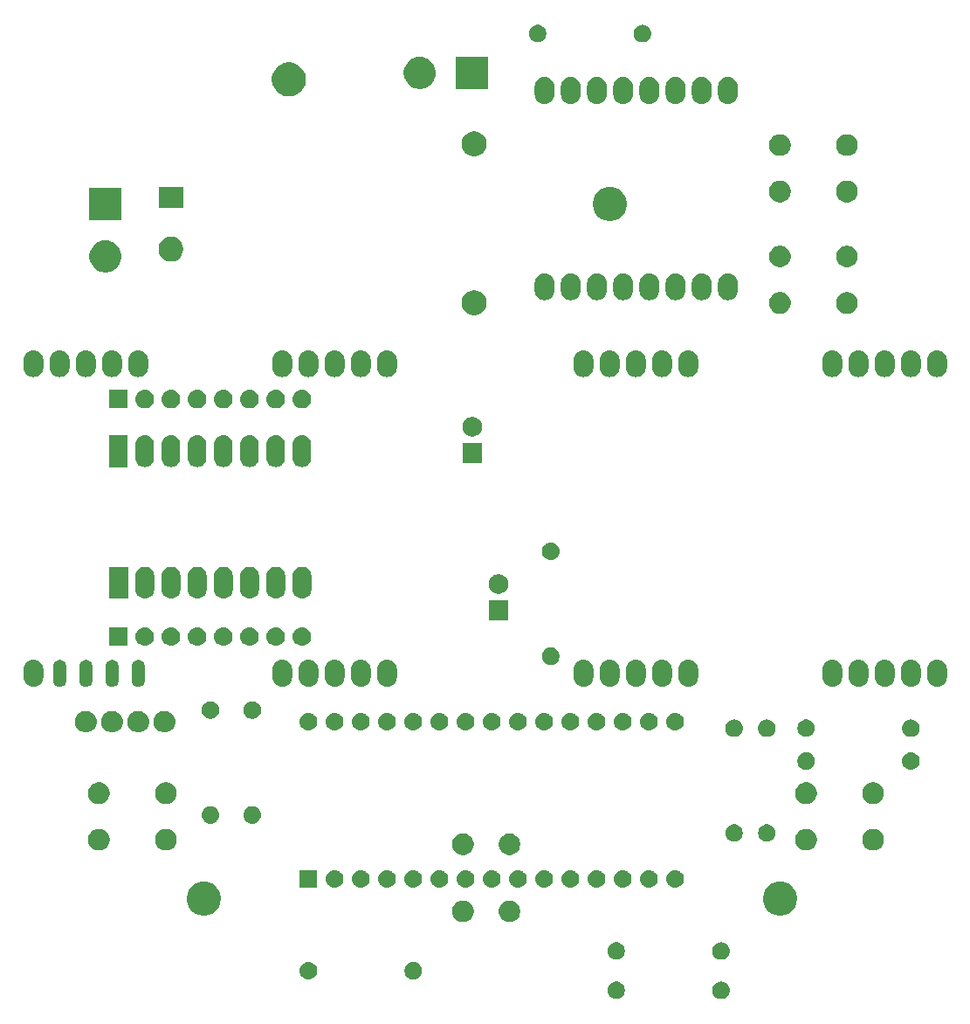
<source format=gbs>
G04 #@! TF.GenerationSoftware,KiCad,Pcbnew,(5.1.4)-1*
G04 #@! TF.CreationDate,2020-07-01T14:45:24+05:30*
G04 #@! TF.ProjectId,ClockTimer2,436c6f63-6b54-4696-9d65-72322e6b6963,rev?*
G04 #@! TF.SameCoordinates,Original*
G04 #@! TF.FileFunction,Soldermask,Bot*
G04 #@! TF.FilePolarity,Negative*
%FSLAX46Y46*%
G04 Gerber Fmt 4.6, Leading zero omitted, Abs format (unit mm)*
G04 Created by KiCad (PCBNEW (5.1.4)-1) date 2020-07-01 14:45:24*
%MOMM*%
%LPD*%
G04 APERTURE LIST*
%ADD10C,0.100000*%
G04 APERTURE END LIST*
D10*
G36*
X162726823Y-125526313D02*
G01*
X162887242Y-125574976D01*
X162954361Y-125610852D01*
X163035078Y-125653996D01*
X163164659Y-125760341D01*
X163271004Y-125889922D01*
X163271005Y-125889924D01*
X163350024Y-126037758D01*
X163398687Y-126198177D01*
X163415117Y-126365000D01*
X163398687Y-126531823D01*
X163350024Y-126692242D01*
X163309477Y-126768100D01*
X163271004Y-126840078D01*
X163164659Y-126969659D01*
X163035078Y-127076004D01*
X163035076Y-127076005D01*
X162887242Y-127155024D01*
X162726823Y-127203687D01*
X162601804Y-127216000D01*
X162518196Y-127216000D01*
X162393177Y-127203687D01*
X162232758Y-127155024D01*
X162084924Y-127076005D01*
X162084922Y-127076004D01*
X161955341Y-126969659D01*
X161848996Y-126840078D01*
X161810523Y-126768100D01*
X161769976Y-126692242D01*
X161721313Y-126531823D01*
X161704883Y-126365000D01*
X161721313Y-126198177D01*
X161769976Y-126037758D01*
X161848995Y-125889924D01*
X161848996Y-125889922D01*
X161955341Y-125760341D01*
X162084922Y-125653996D01*
X162165639Y-125610852D01*
X162232758Y-125574976D01*
X162393177Y-125526313D01*
X162518196Y-125514000D01*
X162601804Y-125514000D01*
X162726823Y-125526313D01*
X162726823Y-125526313D01*
G37*
G36*
X152648228Y-125546703D02*
G01*
X152803100Y-125610853D01*
X152942481Y-125703985D01*
X153061015Y-125822519D01*
X153154147Y-125961900D01*
X153218297Y-126116772D01*
X153251000Y-126281184D01*
X153251000Y-126448816D01*
X153218297Y-126613228D01*
X153154147Y-126768100D01*
X153061015Y-126907481D01*
X152942481Y-127026015D01*
X152803100Y-127119147D01*
X152648228Y-127183297D01*
X152483816Y-127216000D01*
X152316184Y-127216000D01*
X152151772Y-127183297D01*
X151996900Y-127119147D01*
X151857519Y-127026015D01*
X151738985Y-126907481D01*
X151645853Y-126768100D01*
X151581703Y-126613228D01*
X151549000Y-126448816D01*
X151549000Y-126281184D01*
X151581703Y-126116772D01*
X151645853Y-125961900D01*
X151738985Y-125822519D01*
X151857519Y-125703985D01*
X151996900Y-125610853D01*
X152151772Y-125546703D01*
X152316184Y-125514000D01*
X152483816Y-125514000D01*
X152648228Y-125546703D01*
X152648228Y-125546703D01*
G37*
G36*
X122721823Y-123621313D02*
G01*
X122882242Y-123669976D01*
X122949361Y-123705852D01*
X123030078Y-123748996D01*
X123159659Y-123855341D01*
X123266004Y-123984922D01*
X123266005Y-123984924D01*
X123345024Y-124132758D01*
X123393687Y-124293177D01*
X123410117Y-124460000D01*
X123393687Y-124626823D01*
X123345024Y-124787242D01*
X123304477Y-124863100D01*
X123266004Y-124935078D01*
X123159659Y-125064659D01*
X123030078Y-125171004D01*
X123030076Y-125171005D01*
X122882242Y-125250024D01*
X122721823Y-125298687D01*
X122596804Y-125311000D01*
X122513196Y-125311000D01*
X122388177Y-125298687D01*
X122227758Y-125250024D01*
X122079924Y-125171005D01*
X122079922Y-125171004D01*
X121950341Y-125064659D01*
X121843996Y-124935078D01*
X121805523Y-124863100D01*
X121764976Y-124787242D01*
X121716313Y-124626823D01*
X121699883Y-124460000D01*
X121716313Y-124293177D01*
X121764976Y-124132758D01*
X121843995Y-123984924D01*
X121843996Y-123984922D01*
X121950341Y-123855341D01*
X122079922Y-123748996D01*
X122160639Y-123705852D01*
X122227758Y-123669976D01*
X122388177Y-123621313D01*
X122513196Y-123609000D01*
X122596804Y-123609000D01*
X122721823Y-123621313D01*
X122721823Y-123621313D01*
G37*
G36*
X132963228Y-123641703D02*
G01*
X133118100Y-123705853D01*
X133257481Y-123798985D01*
X133376015Y-123917519D01*
X133469147Y-124056900D01*
X133533297Y-124211772D01*
X133566000Y-124376184D01*
X133566000Y-124543816D01*
X133533297Y-124708228D01*
X133469147Y-124863100D01*
X133376015Y-125002481D01*
X133257481Y-125121015D01*
X133118100Y-125214147D01*
X132963228Y-125278297D01*
X132798816Y-125311000D01*
X132631184Y-125311000D01*
X132466772Y-125278297D01*
X132311900Y-125214147D01*
X132172519Y-125121015D01*
X132053985Y-125002481D01*
X131960853Y-124863100D01*
X131896703Y-124708228D01*
X131864000Y-124543816D01*
X131864000Y-124376184D01*
X131896703Y-124211772D01*
X131960853Y-124056900D01*
X132053985Y-123917519D01*
X132172519Y-123798985D01*
X132311900Y-123705853D01*
X132466772Y-123641703D01*
X132631184Y-123609000D01*
X132798816Y-123609000D01*
X132963228Y-123641703D01*
X132963228Y-123641703D01*
G37*
G36*
X162726823Y-121716313D02*
G01*
X162887242Y-121764976D01*
X162954361Y-121800852D01*
X163035078Y-121843996D01*
X163164659Y-121950341D01*
X163271004Y-122079922D01*
X163271005Y-122079924D01*
X163350024Y-122227758D01*
X163398687Y-122388177D01*
X163415117Y-122555000D01*
X163398687Y-122721823D01*
X163350024Y-122882242D01*
X163309477Y-122958100D01*
X163271004Y-123030078D01*
X163164659Y-123159659D01*
X163035078Y-123266004D01*
X163035076Y-123266005D01*
X162887242Y-123345024D01*
X162726823Y-123393687D01*
X162601804Y-123406000D01*
X162518196Y-123406000D01*
X162393177Y-123393687D01*
X162232758Y-123345024D01*
X162084924Y-123266005D01*
X162084922Y-123266004D01*
X161955341Y-123159659D01*
X161848996Y-123030078D01*
X161810523Y-122958100D01*
X161769976Y-122882242D01*
X161721313Y-122721823D01*
X161704883Y-122555000D01*
X161721313Y-122388177D01*
X161769976Y-122227758D01*
X161848995Y-122079924D01*
X161848996Y-122079922D01*
X161955341Y-121950341D01*
X162084922Y-121843996D01*
X162165639Y-121800852D01*
X162232758Y-121764976D01*
X162393177Y-121716313D01*
X162518196Y-121704000D01*
X162601804Y-121704000D01*
X162726823Y-121716313D01*
X162726823Y-121716313D01*
G37*
G36*
X152648228Y-121736703D02*
G01*
X152803100Y-121800853D01*
X152942481Y-121893985D01*
X153061015Y-122012519D01*
X153154147Y-122151900D01*
X153218297Y-122306772D01*
X153251000Y-122471184D01*
X153251000Y-122638816D01*
X153218297Y-122803228D01*
X153154147Y-122958100D01*
X153061015Y-123097481D01*
X152942481Y-123216015D01*
X152803100Y-123309147D01*
X152648228Y-123373297D01*
X152483816Y-123406000D01*
X152316184Y-123406000D01*
X152151772Y-123373297D01*
X151996900Y-123309147D01*
X151857519Y-123216015D01*
X151738985Y-123097481D01*
X151645853Y-122958100D01*
X151581703Y-122803228D01*
X151549000Y-122638816D01*
X151549000Y-122471184D01*
X151581703Y-122306772D01*
X151645853Y-122151900D01*
X151738985Y-122012519D01*
X151857519Y-121893985D01*
X151996900Y-121800853D01*
X152151772Y-121736703D01*
X152316184Y-121704000D01*
X152483816Y-121704000D01*
X152648228Y-121736703D01*
X152648228Y-121736703D01*
G37*
G36*
X142354582Y-117693028D02*
G01*
X142545851Y-117772254D01*
X142545853Y-117772255D01*
X142717991Y-117887274D01*
X142864383Y-118033666D01*
X142979403Y-118205806D01*
X143058629Y-118397075D01*
X143099018Y-118600123D01*
X143099018Y-118807155D01*
X143058629Y-119010203D01*
X143036945Y-119062553D01*
X142979402Y-119201474D01*
X142864383Y-119373612D01*
X142717991Y-119520004D01*
X142545853Y-119635023D01*
X142545852Y-119635024D01*
X142545851Y-119635024D01*
X142354582Y-119714250D01*
X142151534Y-119754639D01*
X141944502Y-119754639D01*
X141741454Y-119714250D01*
X141550185Y-119635024D01*
X141550184Y-119635024D01*
X141550183Y-119635023D01*
X141378045Y-119520004D01*
X141231653Y-119373612D01*
X141116634Y-119201474D01*
X141059091Y-119062553D01*
X141037407Y-119010203D01*
X140997018Y-118807155D01*
X140997018Y-118600123D01*
X141037407Y-118397075D01*
X141116633Y-118205806D01*
X141231653Y-118033666D01*
X141378045Y-117887274D01*
X141550183Y-117772255D01*
X141550185Y-117772254D01*
X141741454Y-117693028D01*
X141944502Y-117652639D01*
X142151534Y-117652639D01*
X142354582Y-117693028D01*
X142354582Y-117693028D01*
G37*
G36*
X137854582Y-117693028D02*
G01*
X138045851Y-117772254D01*
X138045853Y-117772255D01*
X138217991Y-117887274D01*
X138364383Y-118033666D01*
X138479403Y-118205806D01*
X138558629Y-118397075D01*
X138599018Y-118600123D01*
X138599018Y-118807155D01*
X138558629Y-119010203D01*
X138536945Y-119062553D01*
X138479402Y-119201474D01*
X138364383Y-119373612D01*
X138217991Y-119520004D01*
X138045853Y-119635023D01*
X138045852Y-119635024D01*
X138045851Y-119635024D01*
X137854582Y-119714250D01*
X137651534Y-119754639D01*
X137444502Y-119754639D01*
X137241454Y-119714250D01*
X137050185Y-119635024D01*
X137050184Y-119635024D01*
X137050183Y-119635023D01*
X136878045Y-119520004D01*
X136731653Y-119373612D01*
X136616634Y-119201474D01*
X136559091Y-119062553D01*
X136537407Y-119010203D01*
X136497018Y-118807155D01*
X136497018Y-118600123D01*
X136537407Y-118397075D01*
X136616633Y-118205806D01*
X136731653Y-118033666D01*
X136878045Y-117887274D01*
X137050183Y-117772255D01*
X137050185Y-117772254D01*
X137241454Y-117693028D01*
X137444502Y-117652639D01*
X137651534Y-117652639D01*
X137854582Y-117693028D01*
X137854582Y-117693028D01*
G37*
G36*
X112770256Y-115866298D02*
G01*
X112876579Y-115887447D01*
X113177042Y-116011903D01*
X113447451Y-116192585D01*
X113677415Y-116422549D01*
X113677416Y-116422551D01*
X113858098Y-116692960D01*
X113982553Y-116993422D01*
X114046000Y-117312389D01*
X114046000Y-117637611D01*
X114019217Y-117772255D01*
X113982553Y-117956579D01*
X113858097Y-118257042D01*
X113677415Y-118527451D01*
X113447451Y-118757415D01*
X113177042Y-118938097D01*
X112876579Y-119062553D01*
X112770256Y-119083702D01*
X112557611Y-119126000D01*
X112232389Y-119126000D01*
X112019744Y-119083702D01*
X111913421Y-119062553D01*
X111612958Y-118938097D01*
X111342549Y-118757415D01*
X111112585Y-118527451D01*
X110931903Y-118257042D01*
X110807447Y-117956579D01*
X110770783Y-117772255D01*
X110744000Y-117637611D01*
X110744000Y-117312389D01*
X110807447Y-116993422D01*
X110931902Y-116692960D01*
X111112584Y-116422551D01*
X111112585Y-116422549D01*
X111342549Y-116192585D01*
X111612958Y-116011903D01*
X111913421Y-115887447D01*
X112019744Y-115866298D01*
X112232389Y-115824000D01*
X112557611Y-115824000D01*
X112770256Y-115866298D01*
X112770256Y-115866298D01*
G37*
G36*
X168650256Y-115866298D02*
G01*
X168756579Y-115887447D01*
X169057042Y-116011903D01*
X169327451Y-116192585D01*
X169557415Y-116422549D01*
X169557416Y-116422551D01*
X169738098Y-116692960D01*
X169862553Y-116993422D01*
X169926000Y-117312389D01*
X169926000Y-117637611D01*
X169899217Y-117772255D01*
X169862553Y-117956579D01*
X169738097Y-118257042D01*
X169557415Y-118527451D01*
X169327451Y-118757415D01*
X169057042Y-118938097D01*
X168756579Y-119062553D01*
X168650256Y-119083702D01*
X168437611Y-119126000D01*
X168112389Y-119126000D01*
X167899744Y-119083702D01*
X167793421Y-119062553D01*
X167492958Y-118938097D01*
X167222549Y-118757415D01*
X166992585Y-118527451D01*
X166811903Y-118257042D01*
X166687447Y-117956579D01*
X166650783Y-117772255D01*
X166624000Y-117637611D01*
X166624000Y-117312389D01*
X166687447Y-116993422D01*
X166811902Y-116692960D01*
X166992584Y-116422551D01*
X166992585Y-116422549D01*
X167222549Y-116192585D01*
X167492958Y-116011903D01*
X167793421Y-115887447D01*
X167899744Y-115866298D01*
X168112389Y-115824000D01*
X168437611Y-115824000D01*
X168650256Y-115866298D01*
X168650256Y-115866298D01*
G37*
G36*
X145581823Y-114731313D02*
G01*
X145742242Y-114779976D01*
X145874906Y-114850886D01*
X145890078Y-114858996D01*
X146019659Y-114965341D01*
X146126004Y-115094922D01*
X146126005Y-115094924D01*
X146205024Y-115242758D01*
X146253687Y-115403177D01*
X146270117Y-115570000D01*
X146253687Y-115736823D01*
X146205024Y-115897242D01*
X146143737Y-116011902D01*
X146126004Y-116045078D01*
X146019659Y-116174659D01*
X145890078Y-116281004D01*
X145890076Y-116281005D01*
X145742242Y-116360024D01*
X145581823Y-116408687D01*
X145456804Y-116421000D01*
X145373196Y-116421000D01*
X145248177Y-116408687D01*
X145087758Y-116360024D01*
X144939924Y-116281005D01*
X144939922Y-116281004D01*
X144810341Y-116174659D01*
X144703996Y-116045078D01*
X144686263Y-116011902D01*
X144624976Y-115897242D01*
X144576313Y-115736823D01*
X144559883Y-115570000D01*
X144576313Y-115403177D01*
X144624976Y-115242758D01*
X144703995Y-115094924D01*
X144703996Y-115094922D01*
X144810341Y-114965341D01*
X144939922Y-114858996D01*
X144955094Y-114850886D01*
X145087758Y-114779976D01*
X145248177Y-114731313D01*
X145373196Y-114719000D01*
X145456804Y-114719000D01*
X145581823Y-114731313D01*
X145581823Y-114731313D01*
G37*
G36*
X125261823Y-114731313D02*
G01*
X125422242Y-114779976D01*
X125554906Y-114850886D01*
X125570078Y-114858996D01*
X125699659Y-114965341D01*
X125806004Y-115094922D01*
X125806005Y-115094924D01*
X125885024Y-115242758D01*
X125933687Y-115403177D01*
X125950117Y-115570000D01*
X125933687Y-115736823D01*
X125885024Y-115897242D01*
X125823737Y-116011902D01*
X125806004Y-116045078D01*
X125699659Y-116174659D01*
X125570078Y-116281004D01*
X125570076Y-116281005D01*
X125422242Y-116360024D01*
X125261823Y-116408687D01*
X125136804Y-116421000D01*
X125053196Y-116421000D01*
X124928177Y-116408687D01*
X124767758Y-116360024D01*
X124619924Y-116281005D01*
X124619922Y-116281004D01*
X124490341Y-116174659D01*
X124383996Y-116045078D01*
X124366263Y-116011902D01*
X124304976Y-115897242D01*
X124256313Y-115736823D01*
X124239883Y-115570000D01*
X124256313Y-115403177D01*
X124304976Y-115242758D01*
X124383995Y-115094924D01*
X124383996Y-115094922D01*
X124490341Y-114965341D01*
X124619922Y-114858996D01*
X124635094Y-114850886D01*
X124767758Y-114779976D01*
X124928177Y-114731313D01*
X125053196Y-114719000D01*
X125136804Y-114719000D01*
X125261823Y-114731313D01*
X125261823Y-114731313D01*
G37*
G36*
X127801823Y-114731313D02*
G01*
X127962242Y-114779976D01*
X128094906Y-114850886D01*
X128110078Y-114858996D01*
X128239659Y-114965341D01*
X128346004Y-115094922D01*
X128346005Y-115094924D01*
X128425024Y-115242758D01*
X128473687Y-115403177D01*
X128490117Y-115570000D01*
X128473687Y-115736823D01*
X128425024Y-115897242D01*
X128363737Y-116011902D01*
X128346004Y-116045078D01*
X128239659Y-116174659D01*
X128110078Y-116281004D01*
X128110076Y-116281005D01*
X127962242Y-116360024D01*
X127801823Y-116408687D01*
X127676804Y-116421000D01*
X127593196Y-116421000D01*
X127468177Y-116408687D01*
X127307758Y-116360024D01*
X127159924Y-116281005D01*
X127159922Y-116281004D01*
X127030341Y-116174659D01*
X126923996Y-116045078D01*
X126906263Y-116011902D01*
X126844976Y-115897242D01*
X126796313Y-115736823D01*
X126779883Y-115570000D01*
X126796313Y-115403177D01*
X126844976Y-115242758D01*
X126923995Y-115094924D01*
X126923996Y-115094922D01*
X127030341Y-114965341D01*
X127159922Y-114858996D01*
X127175094Y-114850886D01*
X127307758Y-114779976D01*
X127468177Y-114731313D01*
X127593196Y-114719000D01*
X127676804Y-114719000D01*
X127801823Y-114731313D01*
X127801823Y-114731313D01*
G37*
G36*
X130341823Y-114731313D02*
G01*
X130502242Y-114779976D01*
X130634906Y-114850886D01*
X130650078Y-114858996D01*
X130779659Y-114965341D01*
X130886004Y-115094922D01*
X130886005Y-115094924D01*
X130965024Y-115242758D01*
X131013687Y-115403177D01*
X131030117Y-115570000D01*
X131013687Y-115736823D01*
X130965024Y-115897242D01*
X130903737Y-116011902D01*
X130886004Y-116045078D01*
X130779659Y-116174659D01*
X130650078Y-116281004D01*
X130650076Y-116281005D01*
X130502242Y-116360024D01*
X130341823Y-116408687D01*
X130216804Y-116421000D01*
X130133196Y-116421000D01*
X130008177Y-116408687D01*
X129847758Y-116360024D01*
X129699924Y-116281005D01*
X129699922Y-116281004D01*
X129570341Y-116174659D01*
X129463996Y-116045078D01*
X129446263Y-116011902D01*
X129384976Y-115897242D01*
X129336313Y-115736823D01*
X129319883Y-115570000D01*
X129336313Y-115403177D01*
X129384976Y-115242758D01*
X129463995Y-115094924D01*
X129463996Y-115094922D01*
X129570341Y-114965341D01*
X129699922Y-114858996D01*
X129715094Y-114850886D01*
X129847758Y-114779976D01*
X130008177Y-114731313D01*
X130133196Y-114719000D01*
X130216804Y-114719000D01*
X130341823Y-114731313D01*
X130341823Y-114731313D01*
G37*
G36*
X132881823Y-114731313D02*
G01*
X133042242Y-114779976D01*
X133174906Y-114850886D01*
X133190078Y-114858996D01*
X133319659Y-114965341D01*
X133426004Y-115094922D01*
X133426005Y-115094924D01*
X133505024Y-115242758D01*
X133553687Y-115403177D01*
X133570117Y-115570000D01*
X133553687Y-115736823D01*
X133505024Y-115897242D01*
X133443737Y-116011902D01*
X133426004Y-116045078D01*
X133319659Y-116174659D01*
X133190078Y-116281004D01*
X133190076Y-116281005D01*
X133042242Y-116360024D01*
X132881823Y-116408687D01*
X132756804Y-116421000D01*
X132673196Y-116421000D01*
X132548177Y-116408687D01*
X132387758Y-116360024D01*
X132239924Y-116281005D01*
X132239922Y-116281004D01*
X132110341Y-116174659D01*
X132003996Y-116045078D01*
X131986263Y-116011902D01*
X131924976Y-115897242D01*
X131876313Y-115736823D01*
X131859883Y-115570000D01*
X131876313Y-115403177D01*
X131924976Y-115242758D01*
X132003995Y-115094924D01*
X132003996Y-115094922D01*
X132110341Y-114965341D01*
X132239922Y-114858996D01*
X132255094Y-114850886D01*
X132387758Y-114779976D01*
X132548177Y-114731313D01*
X132673196Y-114719000D01*
X132756804Y-114719000D01*
X132881823Y-114731313D01*
X132881823Y-114731313D01*
G37*
G36*
X135421823Y-114731313D02*
G01*
X135582242Y-114779976D01*
X135714906Y-114850886D01*
X135730078Y-114858996D01*
X135859659Y-114965341D01*
X135966004Y-115094922D01*
X135966005Y-115094924D01*
X136045024Y-115242758D01*
X136093687Y-115403177D01*
X136110117Y-115570000D01*
X136093687Y-115736823D01*
X136045024Y-115897242D01*
X135983737Y-116011902D01*
X135966004Y-116045078D01*
X135859659Y-116174659D01*
X135730078Y-116281004D01*
X135730076Y-116281005D01*
X135582242Y-116360024D01*
X135421823Y-116408687D01*
X135296804Y-116421000D01*
X135213196Y-116421000D01*
X135088177Y-116408687D01*
X134927758Y-116360024D01*
X134779924Y-116281005D01*
X134779922Y-116281004D01*
X134650341Y-116174659D01*
X134543996Y-116045078D01*
X134526263Y-116011902D01*
X134464976Y-115897242D01*
X134416313Y-115736823D01*
X134399883Y-115570000D01*
X134416313Y-115403177D01*
X134464976Y-115242758D01*
X134543995Y-115094924D01*
X134543996Y-115094922D01*
X134650341Y-114965341D01*
X134779922Y-114858996D01*
X134795094Y-114850886D01*
X134927758Y-114779976D01*
X135088177Y-114731313D01*
X135213196Y-114719000D01*
X135296804Y-114719000D01*
X135421823Y-114731313D01*
X135421823Y-114731313D01*
G37*
G36*
X137961823Y-114731313D02*
G01*
X138122242Y-114779976D01*
X138254906Y-114850886D01*
X138270078Y-114858996D01*
X138399659Y-114965341D01*
X138506004Y-115094922D01*
X138506005Y-115094924D01*
X138585024Y-115242758D01*
X138633687Y-115403177D01*
X138650117Y-115570000D01*
X138633687Y-115736823D01*
X138585024Y-115897242D01*
X138523737Y-116011902D01*
X138506004Y-116045078D01*
X138399659Y-116174659D01*
X138270078Y-116281004D01*
X138270076Y-116281005D01*
X138122242Y-116360024D01*
X137961823Y-116408687D01*
X137836804Y-116421000D01*
X137753196Y-116421000D01*
X137628177Y-116408687D01*
X137467758Y-116360024D01*
X137319924Y-116281005D01*
X137319922Y-116281004D01*
X137190341Y-116174659D01*
X137083996Y-116045078D01*
X137066263Y-116011902D01*
X137004976Y-115897242D01*
X136956313Y-115736823D01*
X136939883Y-115570000D01*
X136956313Y-115403177D01*
X137004976Y-115242758D01*
X137083995Y-115094924D01*
X137083996Y-115094922D01*
X137190341Y-114965341D01*
X137319922Y-114858996D01*
X137335094Y-114850886D01*
X137467758Y-114779976D01*
X137628177Y-114731313D01*
X137753196Y-114719000D01*
X137836804Y-114719000D01*
X137961823Y-114731313D01*
X137961823Y-114731313D01*
G37*
G36*
X140501823Y-114731313D02*
G01*
X140662242Y-114779976D01*
X140794906Y-114850886D01*
X140810078Y-114858996D01*
X140939659Y-114965341D01*
X141046004Y-115094922D01*
X141046005Y-115094924D01*
X141125024Y-115242758D01*
X141173687Y-115403177D01*
X141190117Y-115570000D01*
X141173687Y-115736823D01*
X141125024Y-115897242D01*
X141063737Y-116011902D01*
X141046004Y-116045078D01*
X140939659Y-116174659D01*
X140810078Y-116281004D01*
X140810076Y-116281005D01*
X140662242Y-116360024D01*
X140501823Y-116408687D01*
X140376804Y-116421000D01*
X140293196Y-116421000D01*
X140168177Y-116408687D01*
X140007758Y-116360024D01*
X139859924Y-116281005D01*
X139859922Y-116281004D01*
X139730341Y-116174659D01*
X139623996Y-116045078D01*
X139606263Y-116011902D01*
X139544976Y-115897242D01*
X139496313Y-115736823D01*
X139479883Y-115570000D01*
X139496313Y-115403177D01*
X139544976Y-115242758D01*
X139623995Y-115094924D01*
X139623996Y-115094922D01*
X139730341Y-114965341D01*
X139859922Y-114858996D01*
X139875094Y-114850886D01*
X140007758Y-114779976D01*
X140168177Y-114731313D01*
X140293196Y-114719000D01*
X140376804Y-114719000D01*
X140501823Y-114731313D01*
X140501823Y-114731313D01*
G37*
G36*
X143041823Y-114731313D02*
G01*
X143202242Y-114779976D01*
X143334906Y-114850886D01*
X143350078Y-114858996D01*
X143479659Y-114965341D01*
X143586004Y-115094922D01*
X143586005Y-115094924D01*
X143665024Y-115242758D01*
X143713687Y-115403177D01*
X143730117Y-115570000D01*
X143713687Y-115736823D01*
X143665024Y-115897242D01*
X143603737Y-116011902D01*
X143586004Y-116045078D01*
X143479659Y-116174659D01*
X143350078Y-116281004D01*
X143350076Y-116281005D01*
X143202242Y-116360024D01*
X143041823Y-116408687D01*
X142916804Y-116421000D01*
X142833196Y-116421000D01*
X142708177Y-116408687D01*
X142547758Y-116360024D01*
X142399924Y-116281005D01*
X142399922Y-116281004D01*
X142270341Y-116174659D01*
X142163996Y-116045078D01*
X142146263Y-116011902D01*
X142084976Y-115897242D01*
X142036313Y-115736823D01*
X142019883Y-115570000D01*
X142036313Y-115403177D01*
X142084976Y-115242758D01*
X142163995Y-115094924D01*
X142163996Y-115094922D01*
X142270341Y-114965341D01*
X142399922Y-114858996D01*
X142415094Y-114850886D01*
X142547758Y-114779976D01*
X142708177Y-114731313D01*
X142833196Y-114719000D01*
X142916804Y-114719000D01*
X143041823Y-114731313D01*
X143041823Y-114731313D01*
G37*
G36*
X148121823Y-114731313D02*
G01*
X148282242Y-114779976D01*
X148414906Y-114850886D01*
X148430078Y-114858996D01*
X148559659Y-114965341D01*
X148666004Y-115094922D01*
X148666005Y-115094924D01*
X148745024Y-115242758D01*
X148793687Y-115403177D01*
X148810117Y-115570000D01*
X148793687Y-115736823D01*
X148745024Y-115897242D01*
X148683737Y-116011902D01*
X148666004Y-116045078D01*
X148559659Y-116174659D01*
X148430078Y-116281004D01*
X148430076Y-116281005D01*
X148282242Y-116360024D01*
X148121823Y-116408687D01*
X147996804Y-116421000D01*
X147913196Y-116421000D01*
X147788177Y-116408687D01*
X147627758Y-116360024D01*
X147479924Y-116281005D01*
X147479922Y-116281004D01*
X147350341Y-116174659D01*
X147243996Y-116045078D01*
X147226263Y-116011902D01*
X147164976Y-115897242D01*
X147116313Y-115736823D01*
X147099883Y-115570000D01*
X147116313Y-115403177D01*
X147164976Y-115242758D01*
X147243995Y-115094924D01*
X147243996Y-115094922D01*
X147350341Y-114965341D01*
X147479922Y-114858996D01*
X147495094Y-114850886D01*
X147627758Y-114779976D01*
X147788177Y-114731313D01*
X147913196Y-114719000D01*
X147996804Y-114719000D01*
X148121823Y-114731313D01*
X148121823Y-114731313D01*
G37*
G36*
X150661823Y-114731313D02*
G01*
X150822242Y-114779976D01*
X150954906Y-114850886D01*
X150970078Y-114858996D01*
X151099659Y-114965341D01*
X151206004Y-115094922D01*
X151206005Y-115094924D01*
X151285024Y-115242758D01*
X151333687Y-115403177D01*
X151350117Y-115570000D01*
X151333687Y-115736823D01*
X151285024Y-115897242D01*
X151223737Y-116011902D01*
X151206004Y-116045078D01*
X151099659Y-116174659D01*
X150970078Y-116281004D01*
X150970076Y-116281005D01*
X150822242Y-116360024D01*
X150661823Y-116408687D01*
X150536804Y-116421000D01*
X150453196Y-116421000D01*
X150328177Y-116408687D01*
X150167758Y-116360024D01*
X150019924Y-116281005D01*
X150019922Y-116281004D01*
X149890341Y-116174659D01*
X149783996Y-116045078D01*
X149766263Y-116011902D01*
X149704976Y-115897242D01*
X149656313Y-115736823D01*
X149639883Y-115570000D01*
X149656313Y-115403177D01*
X149704976Y-115242758D01*
X149783995Y-115094924D01*
X149783996Y-115094922D01*
X149890341Y-114965341D01*
X150019922Y-114858996D01*
X150035094Y-114850886D01*
X150167758Y-114779976D01*
X150328177Y-114731313D01*
X150453196Y-114719000D01*
X150536804Y-114719000D01*
X150661823Y-114731313D01*
X150661823Y-114731313D01*
G37*
G36*
X153201823Y-114731313D02*
G01*
X153362242Y-114779976D01*
X153494906Y-114850886D01*
X153510078Y-114858996D01*
X153639659Y-114965341D01*
X153746004Y-115094922D01*
X153746005Y-115094924D01*
X153825024Y-115242758D01*
X153873687Y-115403177D01*
X153890117Y-115570000D01*
X153873687Y-115736823D01*
X153825024Y-115897242D01*
X153763737Y-116011902D01*
X153746004Y-116045078D01*
X153639659Y-116174659D01*
X153510078Y-116281004D01*
X153510076Y-116281005D01*
X153362242Y-116360024D01*
X153201823Y-116408687D01*
X153076804Y-116421000D01*
X152993196Y-116421000D01*
X152868177Y-116408687D01*
X152707758Y-116360024D01*
X152559924Y-116281005D01*
X152559922Y-116281004D01*
X152430341Y-116174659D01*
X152323996Y-116045078D01*
X152306263Y-116011902D01*
X152244976Y-115897242D01*
X152196313Y-115736823D01*
X152179883Y-115570000D01*
X152196313Y-115403177D01*
X152244976Y-115242758D01*
X152323995Y-115094924D01*
X152323996Y-115094922D01*
X152430341Y-114965341D01*
X152559922Y-114858996D01*
X152575094Y-114850886D01*
X152707758Y-114779976D01*
X152868177Y-114731313D01*
X152993196Y-114719000D01*
X153076804Y-114719000D01*
X153201823Y-114731313D01*
X153201823Y-114731313D01*
G37*
G36*
X155741823Y-114731313D02*
G01*
X155902242Y-114779976D01*
X156034906Y-114850886D01*
X156050078Y-114858996D01*
X156179659Y-114965341D01*
X156286004Y-115094922D01*
X156286005Y-115094924D01*
X156365024Y-115242758D01*
X156413687Y-115403177D01*
X156430117Y-115570000D01*
X156413687Y-115736823D01*
X156365024Y-115897242D01*
X156303737Y-116011902D01*
X156286004Y-116045078D01*
X156179659Y-116174659D01*
X156050078Y-116281004D01*
X156050076Y-116281005D01*
X155902242Y-116360024D01*
X155741823Y-116408687D01*
X155616804Y-116421000D01*
X155533196Y-116421000D01*
X155408177Y-116408687D01*
X155247758Y-116360024D01*
X155099924Y-116281005D01*
X155099922Y-116281004D01*
X154970341Y-116174659D01*
X154863996Y-116045078D01*
X154846263Y-116011902D01*
X154784976Y-115897242D01*
X154736313Y-115736823D01*
X154719883Y-115570000D01*
X154736313Y-115403177D01*
X154784976Y-115242758D01*
X154863995Y-115094924D01*
X154863996Y-115094922D01*
X154970341Y-114965341D01*
X155099922Y-114858996D01*
X155115094Y-114850886D01*
X155247758Y-114779976D01*
X155408177Y-114731313D01*
X155533196Y-114719000D01*
X155616804Y-114719000D01*
X155741823Y-114731313D01*
X155741823Y-114731313D01*
G37*
G36*
X158281823Y-114731313D02*
G01*
X158442242Y-114779976D01*
X158574906Y-114850886D01*
X158590078Y-114858996D01*
X158719659Y-114965341D01*
X158826004Y-115094922D01*
X158826005Y-115094924D01*
X158905024Y-115242758D01*
X158953687Y-115403177D01*
X158970117Y-115570000D01*
X158953687Y-115736823D01*
X158905024Y-115897242D01*
X158843737Y-116011902D01*
X158826004Y-116045078D01*
X158719659Y-116174659D01*
X158590078Y-116281004D01*
X158590076Y-116281005D01*
X158442242Y-116360024D01*
X158281823Y-116408687D01*
X158156804Y-116421000D01*
X158073196Y-116421000D01*
X157948177Y-116408687D01*
X157787758Y-116360024D01*
X157639924Y-116281005D01*
X157639922Y-116281004D01*
X157510341Y-116174659D01*
X157403996Y-116045078D01*
X157386263Y-116011902D01*
X157324976Y-115897242D01*
X157276313Y-115736823D01*
X157259883Y-115570000D01*
X157276313Y-115403177D01*
X157324976Y-115242758D01*
X157403995Y-115094924D01*
X157403996Y-115094922D01*
X157510341Y-114965341D01*
X157639922Y-114858996D01*
X157655094Y-114850886D01*
X157787758Y-114779976D01*
X157948177Y-114731313D01*
X158073196Y-114719000D01*
X158156804Y-114719000D01*
X158281823Y-114731313D01*
X158281823Y-114731313D01*
G37*
G36*
X123406000Y-116421000D02*
G01*
X121704000Y-116421000D01*
X121704000Y-114719000D01*
X123406000Y-114719000D01*
X123406000Y-116421000D01*
X123406000Y-116421000D01*
G37*
G36*
X142354582Y-111193028D02*
G01*
X142545851Y-111272254D01*
X142545853Y-111272255D01*
X142717991Y-111387274D01*
X142864383Y-111533666D01*
X142953795Y-111667480D01*
X142979403Y-111705806D01*
X143058629Y-111897075D01*
X143099018Y-112100123D01*
X143099018Y-112307155D01*
X143058629Y-112510203D01*
X142983581Y-112691385D01*
X142979402Y-112701474D01*
X142864383Y-112873612D01*
X142717991Y-113020004D01*
X142545853Y-113135023D01*
X142545852Y-113135024D01*
X142545851Y-113135024D01*
X142354582Y-113214250D01*
X142151534Y-113254639D01*
X141944502Y-113254639D01*
X141741454Y-113214250D01*
X141550185Y-113135024D01*
X141550184Y-113135024D01*
X141550183Y-113135023D01*
X141378045Y-113020004D01*
X141231653Y-112873612D01*
X141116634Y-112701474D01*
X141112455Y-112691385D01*
X141037407Y-112510203D01*
X140997018Y-112307155D01*
X140997018Y-112100123D01*
X141037407Y-111897075D01*
X141116633Y-111705806D01*
X141142242Y-111667480D01*
X141231653Y-111533666D01*
X141378045Y-111387274D01*
X141550183Y-111272255D01*
X141550185Y-111272254D01*
X141741454Y-111193028D01*
X141944502Y-111152639D01*
X142151534Y-111152639D01*
X142354582Y-111193028D01*
X142354582Y-111193028D01*
G37*
G36*
X137854582Y-111193028D02*
G01*
X138045851Y-111272254D01*
X138045853Y-111272255D01*
X138217991Y-111387274D01*
X138364383Y-111533666D01*
X138453795Y-111667480D01*
X138479403Y-111705806D01*
X138558629Y-111897075D01*
X138599018Y-112100123D01*
X138599018Y-112307155D01*
X138558629Y-112510203D01*
X138483581Y-112691385D01*
X138479402Y-112701474D01*
X138364383Y-112873612D01*
X138217991Y-113020004D01*
X138045853Y-113135023D01*
X138045852Y-113135024D01*
X138045851Y-113135024D01*
X137854582Y-113214250D01*
X137651534Y-113254639D01*
X137444502Y-113254639D01*
X137241454Y-113214250D01*
X137050185Y-113135024D01*
X137050184Y-113135024D01*
X137050183Y-113135023D01*
X136878045Y-113020004D01*
X136731653Y-112873612D01*
X136616634Y-112701474D01*
X136612455Y-112691385D01*
X136537407Y-112510203D01*
X136497018Y-112307155D01*
X136497018Y-112100123D01*
X136537407Y-111897075D01*
X136616633Y-111705806D01*
X136642242Y-111667480D01*
X136731653Y-111533666D01*
X136878045Y-111387274D01*
X137050183Y-111272255D01*
X137050185Y-111272254D01*
X137241454Y-111193028D01*
X137444502Y-111152639D01*
X137651534Y-111152639D01*
X137854582Y-111193028D01*
X137854582Y-111193028D01*
G37*
G36*
X102541564Y-110749389D02*
G01*
X102732833Y-110828615D01*
X102732835Y-110828616D01*
X102904973Y-110943635D01*
X103051365Y-111090027D01*
X103130737Y-111208815D01*
X103166385Y-111262167D01*
X103245611Y-111453436D01*
X103286000Y-111656484D01*
X103286000Y-111863516D01*
X103245611Y-112066564D01*
X103166385Y-112257833D01*
X103166384Y-112257835D01*
X103051365Y-112429973D01*
X102904973Y-112576365D01*
X102732835Y-112691384D01*
X102732834Y-112691385D01*
X102732833Y-112691385D01*
X102541564Y-112770611D01*
X102338516Y-112811000D01*
X102131484Y-112811000D01*
X101928436Y-112770611D01*
X101737167Y-112691385D01*
X101737166Y-112691385D01*
X101737165Y-112691384D01*
X101565027Y-112576365D01*
X101418635Y-112429973D01*
X101303616Y-112257835D01*
X101303615Y-112257833D01*
X101224389Y-112066564D01*
X101184000Y-111863516D01*
X101184000Y-111656484D01*
X101224389Y-111453436D01*
X101303615Y-111262167D01*
X101339264Y-111208815D01*
X101418635Y-111090027D01*
X101565027Y-110943635D01*
X101737165Y-110828616D01*
X101737167Y-110828615D01*
X101928436Y-110749389D01*
X102131484Y-110709000D01*
X102338516Y-110709000D01*
X102541564Y-110749389D01*
X102541564Y-110749389D01*
G37*
G36*
X109041564Y-110749389D02*
G01*
X109232833Y-110828615D01*
X109232835Y-110828616D01*
X109404973Y-110943635D01*
X109551365Y-111090027D01*
X109630737Y-111208815D01*
X109666385Y-111262167D01*
X109745611Y-111453436D01*
X109786000Y-111656484D01*
X109786000Y-111863516D01*
X109745611Y-112066564D01*
X109666385Y-112257833D01*
X109666384Y-112257835D01*
X109551365Y-112429973D01*
X109404973Y-112576365D01*
X109232835Y-112691384D01*
X109232834Y-112691385D01*
X109232833Y-112691385D01*
X109041564Y-112770611D01*
X108838516Y-112811000D01*
X108631484Y-112811000D01*
X108428436Y-112770611D01*
X108237167Y-112691385D01*
X108237166Y-112691385D01*
X108237165Y-112691384D01*
X108065027Y-112576365D01*
X107918635Y-112429973D01*
X107803616Y-112257835D01*
X107803615Y-112257833D01*
X107724389Y-112066564D01*
X107684000Y-111863516D01*
X107684000Y-111656484D01*
X107724389Y-111453436D01*
X107803615Y-111262167D01*
X107839264Y-111208815D01*
X107918635Y-111090027D01*
X108065027Y-110943635D01*
X108237165Y-110828616D01*
X108237167Y-110828615D01*
X108428436Y-110749389D01*
X108631484Y-110709000D01*
X108838516Y-110709000D01*
X109041564Y-110749389D01*
X109041564Y-110749389D01*
G37*
G36*
X171121564Y-110749389D02*
G01*
X171312833Y-110828615D01*
X171312835Y-110828616D01*
X171484973Y-110943635D01*
X171631365Y-111090027D01*
X171710737Y-111208815D01*
X171746385Y-111262167D01*
X171825611Y-111453436D01*
X171866000Y-111656484D01*
X171866000Y-111863516D01*
X171825611Y-112066564D01*
X171746385Y-112257833D01*
X171746384Y-112257835D01*
X171631365Y-112429973D01*
X171484973Y-112576365D01*
X171312835Y-112691384D01*
X171312834Y-112691385D01*
X171312833Y-112691385D01*
X171121564Y-112770611D01*
X170918516Y-112811000D01*
X170711484Y-112811000D01*
X170508436Y-112770611D01*
X170317167Y-112691385D01*
X170317166Y-112691385D01*
X170317165Y-112691384D01*
X170145027Y-112576365D01*
X169998635Y-112429973D01*
X169883616Y-112257835D01*
X169883615Y-112257833D01*
X169804389Y-112066564D01*
X169764000Y-111863516D01*
X169764000Y-111656484D01*
X169804389Y-111453436D01*
X169883615Y-111262167D01*
X169919264Y-111208815D01*
X169998635Y-111090027D01*
X170145027Y-110943635D01*
X170317165Y-110828616D01*
X170317167Y-110828615D01*
X170508436Y-110749389D01*
X170711484Y-110709000D01*
X170918516Y-110709000D01*
X171121564Y-110749389D01*
X171121564Y-110749389D01*
G37*
G36*
X177621564Y-110749389D02*
G01*
X177812833Y-110828615D01*
X177812835Y-110828616D01*
X177984973Y-110943635D01*
X178131365Y-111090027D01*
X178210737Y-111208815D01*
X178246385Y-111262167D01*
X178325611Y-111453436D01*
X178366000Y-111656484D01*
X178366000Y-111863516D01*
X178325611Y-112066564D01*
X178246385Y-112257833D01*
X178246384Y-112257835D01*
X178131365Y-112429973D01*
X177984973Y-112576365D01*
X177812835Y-112691384D01*
X177812834Y-112691385D01*
X177812833Y-112691385D01*
X177621564Y-112770611D01*
X177418516Y-112811000D01*
X177211484Y-112811000D01*
X177008436Y-112770611D01*
X176817167Y-112691385D01*
X176817166Y-112691385D01*
X176817165Y-112691384D01*
X176645027Y-112576365D01*
X176498635Y-112429973D01*
X176383616Y-112257835D01*
X176383615Y-112257833D01*
X176304389Y-112066564D01*
X176264000Y-111863516D01*
X176264000Y-111656484D01*
X176304389Y-111453436D01*
X176383615Y-111262167D01*
X176419264Y-111208815D01*
X176498635Y-111090027D01*
X176645027Y-110943635D01*
X176817165Y-110828616D01*
X176817167Y-110828615D01*
X177008436Y-110749389D01*
X177211484Y-110709000D01*
X177418516Y-110709000D01*
X177621564Y-110749389D01*
X177621564Y-110749389D01*
G37*
G36*
X167253228Y-110306703D02*
G01*
X167408100Y-110370853D01*
X167547481Y-110463985D01*
X167666015Y-110582519D01*
X167759147Y-110721900D01*
X167823297Y-110876772D01*
X167856000Y-111041184D01*
X167856000Y-111208816D01*
X167823297Y-111373228D01*
X167759147Y-111528100D01*
X167666015Y-111667481D01*
X167547481Y-111786015D01*
X167408100Y-111879147D01*
X167253228Y-111943297D01*
X167088816Y-111976000D01*
X166921184Y-111976000D01*
X166756772Y-111943297D01*
X166601900Y-111879147D01*
X166462519Y-111786015D01*
X166343985Y-111667481D01*
X166250853Y-111528100D01*
X166186703Y-111373228D01*
X166154000Y-111208816D01*
X166154000Y-111041184D01*
X166186703Y-110876772D01*
X166250853Y-110721900D01*
X166343985Y-110582519D01*
X166462519Y-110463985D01*
X166601900Y-110370853D01*
X166756772Y-110306703D01*
X166921184Y-110274000D01*
X167088816Y-110274000D01*
X167253228Y-110306703D01*
X167253228Y-110306703D01*
G37*
G36*
X164078228Y-110306703D02*
G01*
X164233100Y-110370853D01*
X164372481Y-110463985D01*
X164491015Y-110582519D01*
X164584147Y-110721900D01*
X164648297Y-110876772D01*
X164681000Y-111041184D01*
X164681000Y-111208816D01*
X164648297Y-111373228D01*
X164584147Y-111528100D01*
X164491015Y-111667481D01*
X164372481Y-111786015D01*
X164233100Y-111879147D01*
X164078228Y-111943297D01*
X163913816Y-111976000D01*
X163746184Y-111976000D01*
X163581772Y-111943297D01*
X163426900Y-111879147D01*
X163287519Y-111786015D01*
X163168985Y-111667481D01*
X163075853Y-111528100D01*
X163011703Y-111373228D01*
X162979000Y-111208816D01*
X162979000Y-111041184D01*
X163011703Y-110876772D01*
X163075853Y-110721900D01*
X163168985Y-110582519D01*
X163287519Y-110463985D01*
X163426900Y-110370853D01*
X163581772Y-110306703D01*
X163746184Y-110274000D01*
X163913816Y-110274000D01*
X164078228Y-110306703D01*
X164078228Y-110306703D01*
G37*
G36*
X117266823Y-108521313D02*
G01*
X117427242Y-108569976D01*
X117559906Y-108640886D01*
X117575078Y-108648996D01*
X117704659Y-108755341D01*
X117811004Y-108884922D01*
X117811005Y-108884924D01*
X117890024Y-109032758D01*
X117938687Y-109193177D01*
X117955117Y-109360000D01*
X117938687Y-109526823D01*
X117890024Y-109687242D01*
X117819114Y-109819906D01*
X117811004Y-109835078D01*
X117704659Y-109964659D01*
X117575078Y-110071004D01*
X117575076Y-110071005D01*
X117427242Y-110150024D01*
X117266823Y-110198687D01*
X117141804Y-110211000D01*
X117058196Y-110211000D01*
X116933177Y-110198687D01*
X116772758Y-110150024D01*
X116624924Y-110071005D01*
X116624922Y-110071004D01*
X116495341Y-109964659D01*
X116388996Y-109835078D01*
X116380886Y-109819906D01*
X116309976Y-109687242D01*
X116261313Y-109526823D01*
X116244883Y-109360000D01*
X116261313Y-109193177D01*
X116309976Y-109032758D01*
X116388995Y-108884924D01*
X116388996Y-108884922D01*
X116495341Y-108755341D01*
X116624922Y-108648996D01*
X116640094Y-108640886D01*
X116772758Y-108569976D01*
X116933177Y-108521313D01*
X117058196Y-108509000D01*
X117141804Y-108509000D01*
X117266823Y-108521313D01*
X117266823Y-108521313D01*
G37*
G36*
X113216823Y-108521313D02*
G01*
X113377242Y-108569976D01*
X113509906Y-108640886D01*
X113525078Y-108648996D01*
X113654659Y-108755341D01*
X113761004Y-108884922D01*
X113761005Y-108884924D01*
X113840024Y-109032758D01*
X113888687Y-109193177D01*
X113905117Y-109360000D01*
X113888687Y-109526823D01*
X113840024Y-109687242D01*
X113769114Y-109819906D01*
X113761004Y-109835078D01*
X113654659Y-109964659D01*
X113525078Y-110071004D01*
X113525076Y-110071005D01*
X113377242Y-110150024D01*
X113216823Y-110198687D01*
X113091804Y-110211000D01*
X113008196Y-110211000D01*
X112883177Y-110198687D01*
X112722758Y-110150024D01*
X112574924Y-110071005D01*
X112574922Y-110071004D01*
X112445341Y-109964659D01*
X112338996Y-109835078D01*
X112330886Y-109819906D01*
X112259976Y-109687242D01*
X112211313Y-109526823D01*
X112194883Y-109360000D01*
X112211313Y-109193177D01*
X112259976Y-109032758D01*
X112338995Y-108884924D01*
X112338996Y-108884922D01*
X112445341Y-108755341D01*
X112574922Y-108648996D01*
X112590094Y-108640886D01*
X112722758Y-108569976D01*
X112883177Y-108521313D01*
X113008196Y-108509000D01*
X113091804Y-108509000D01*
X113216823Y-108521313D01*
X113216823Y-108521313D01*
G37*
G36*
X171121564Y-106249389D02*
G01*
X171312833Y-106328615D01*
X171312835Y-106328616D01*
X171484973Y-106443635D01*
X171631365Y-106590027D01*
X171746385Y-106762167D01*
X171825611Y-106953436D01*
X171866000Y-107156484D01*
X171866000Y-107363516D01*
X171825611Y-107566564D01*
X171746385Y-107757833D01*
X171746384Y-107757835D01*
X171631365Y-107929973D01*
X171484973Y-108076365D01*
X171312835Y-108191384D01*
X171312834Y-108191385D01*
X171312833Y-108191385D01*
X171121564Y-108270611D01*
X170918516Y-108311000D01*
X170711484Y-108311000D01*
X170508436Y-108270611D01*
X170317167Y-108191385D01*
X170317166Y-108191385D01*
X170317165Y-108191384D01*
X170145027Y-108076365D01*
X169998635Y-107929973D01*
X169883616Y-107757835D01*
X169883615Y-107757833D01*
X169804389Y-107566564D01*
X169764000Y-107363516D01*
X169764000Y-107156484D01*
X169804389Y-106953436D01*
X169883615Y-106762167D01*
X169998635Y-106590027D01*
X170145027Y-106443635D01*
X170317165Y-106328616D01*
X170317167Y-106328615D01*
X170508436Y-106249389D01*
X170711484Y-106209000D01*
X170918516Y-106209000D01*
X171121564Y-106249389D01*
X171121564Y-106249389D01*
G37*
G36*
X177621564Y-106249389D02*
G01*
X177812833Y-106328615D01*
X177812835Y-106328616D01*
X177984973Y-106443635D01*
X178131365Y-106590027D01*
X178246385Y-106762167D01*
X178325611Y-106953436D01*
X178366000Y-107156484D01*
X178366000Y-107363516D01*
X178325611Y-107566564D01*
X178246385Y-107757833D01*
X178246384Y-107757835D01*
X178131365Y-107929973D01*
X177984973Y-108076365D01*
X177812835Y-108191384D01*
X177812834Y-108191385D01*
X177812833Y-108191385D01*
X177621564Y-108270611D01*
X177418516Y-108311000D01*
X177211484Y-108311000D01*
X177008436Y-108270611D01*
X176817167Y-108191385D01*
X176817166Y-108191385D01*
X176817165Y-108191384D01*
X176645027Y-108076365D01*
X176498635Y-107929973D01*
X176383616Y-107757835D01*
X176383615Y-107757833D01*
X176304389Y-107566564D01*
X176264000Y-107363516D01*
X176264000Y-107156484D01*
X176304389Y-106953436D01*
X176383615Y-106762167D01*
X176498635Y-106590027D01*
X176645027Y-106443635D01*
X176817165Y-106328616D01*
X176817167Y-106328615D01*
X177008436Y-106249389D01*
X177211484Y-106209000D01*
X177418516Y-106209000D01*
X177621564Y-106249389D01*
X177621564Y-106249389D01*
G37*
G36*
X109041564Y-106249389D02*
G01*
X109232833Y-106328615D01*
X109232835Y-106328616D01*
X109404973Y-106443635D01*
X109551365Y-106590027D01*
X109666385Y-106762167D01*
X109745611Y-106953436D01*
X109786000Y-107156484D01*
X109786000Y-107363516D01*
X109745611Y-107566564D01*
X109666385Y-107757833D01*
X109666384Y-107757835D01*
X109551365Y-107929973D01*
X109404973Y-108076365D01*
X109232835Y-108191384D01*
X109232834Y-108191385D01*
X109232833Y-108191385D01*
X109041564Y-108270611D01*
X108838516Y-108311000D01*
X108631484Y-108311000D01*
X108428436Y-108270611D01*
X108237167Y-108191385D01*
X108237166Y-108191385D01*
X108237165Y-108191384D01*
X108065027Y-108076365D01*
X107918635Y-107929973D01*
X107803616Y-107757835D01*
X107803615Y-107757833D01*
X107724389Y-107566564D01*
X107684000Y-107363516D01*
X107684000Y-107156484D01*
X107724389Y-106953436D01*
X107803615Y-106762167D01*
X107918635Y-106590027D01*
X108065027Y-106443635D01*
X108237165Y-106328616D01*
X108237167Y-106328615D01*
X108428436Y-106249389D01*
X108631484Y-106209000D01*
X108838516Y-106209000D01*
X109041564Y-106249389D01*
X109041564Y-106249389D01*
G37*
G36*
X102541564Y-106249389D02*
G01*
X102732833Y-106328615D01*
X102732835Y-106328616D01*
X102904973Y-106443635D01*
X103051365Y-106590027D01*
X103166385Y-106762167D01*
X103245611Y-106953436D01*
X103286000Y-107156484D01*
X103286000Y-107363516D01*
X103245611Y-107566564D01*
X103166385Y-107757833D01*
X103166384Y-107757835D01*
X103051365Y-107929973D01*
X102904973Y-108076365D01*
X102732835Y-108191384D01*
X102732834Y-108191385D01*
X102732833Y-108191385D01*
X102541564Y-108270611D01*
X102338516Y-108311000D01*
X102131484Y-108311000D01*
X101928436Y-108270611D01*
X101737167Y-108191385D01*
X101737166Y-108191385D01*
X101737165Y-108191384D01*
X101565027Y-108076365D01*
X101418635Y-107929973D01*
X101303616Y-107757835D01*
X101303615Y-107757833D01*
X101224389Y-107566564D01*
X101184000Y-107363516D01*
X101184000Y-107156484D01*
X101224389Y-106953436D01*
X101303615Y-106762167D01*
X101418635Y-106590027D01*
X101565027Y-106443635D01*
X101737165Y-106328616D01*
X101737167Y-106328615D01*
X101928436Y-106249389D01*
X102131484Y-106209000D01*
X102338516Y-106209000D01*
X102541564Y-106249389D01*
X102541564Y-106249389D01*
G37*
G36*
X181141823Y-103301313D02*
G01*
X181302242Y-103349976D01*
X181369361Y-103385852D01*
X181450078Y-103428996D01*
X181579659Y-103535341D01*
X181686004Y-103664922D01*
X181686005Y-103664924D01*
X181765024Y-103812758D01*
X181813687Y-103973177D01*
X181830117Y-104140000D01*
X181813687Y-104306823D01*
X181765024Y-104467242D01*
X181724477Y-104543100D01*
X181686004Y-104615078D01*
X181579659Y-104744659D01*
X181450078Y-104851004D01*
X181450076Y-104851005D01*
X181302242Y-104930024D01*
X181141823Y-104978687D01*
X181016804Y-104991000D01*
X180933196Y-104991000D01*
X180808177Y-104978687D01*
X180647758Y-104930024D01*
X180499924Y-104851005D01*
X180499922Y-104851004D01*
X180370341Y-104744659D01*
X180263996Y-104615078D01*
X180225523Y-104543100D01*
X180184976Y-104467242D01*
X180136313Y-104306823D01*
X180119883Y-104140000D01*
X180136313Y-103973177D01*
X180184976Y-103812758D01*
X180263995Y-103664924D01*
X180263996Y-103664922D01*
X180370341Y-103535341D01*
X180499922Y-103428996D01*
X180580639Y-103385852D01*
X180647758Y-103349976D01*
X180808177Y-103301313D01*
X180933196Y-103289000D01*
X181016804Y-103289000D01*
X181141823Y-103301313D01*
X181141823Y-103301313D01*
G37*
G36*
X171063228Y-103321703D02*
G01*
X171218100Y-103385853D01*
X171357481Y-103478985D01*
X171476015Y-103597519D01*
X171569147Y-103736900D01*
X171633297Y-103891772D01*
X171666000Y-104056184D01*
X171666000Y-104223816D01*
X171633297Y-104388228D01*
X171569147Y-104543100D01*
X171476015Y-104682481D01*
X171357481Y-104801015D01*
X171218100Y-104894147D01*
X171063228Y-104958297D01*
X170898816Y-104991000D01*
X170731184Y-104991000D01*
X170566772Y-104958297D01*
X170411900Y-104894147D01*
X170272519Y-104801015D01*
X170153985Y-104682481D01*
X170060853Y-104543100D01*
X169996703Y-104388228D01*
X169964000Y-104223816D01*
X169964000Y-104056184D01*
X169996703Y-103891772D01*
X170060853Y-103736900D01*
X170153985Y-103597519D01*
X170272519Y-103478985D01*
X170411900Y-103385853D01*
X170566772Y-103321703D01*
X170731184Y-103289000D01*
X170898816Y-103289000D01*
X171063228Y-103321703D01*
X171063228Y-103321703D01*
G37*
G36*
X181141823Y-100126313D02*
G01*
X181302242Y-100174976D01*
X181369361Y-100210852D01*
X181450078Y-100253996D01*
X181579659Y-100360341D01*
X181686004Y-100489922D01*
X181686005Y-100489924D01*
X181765024Y-100637758D01*
X181813687Y-100798177D01*
X181830117Y-100965000D01*
X181813687Y-101131823D01*
X181765024Y-101292242D01*
X181724477Y-101368100D01*
X181686004Y-101440078D01*
X181579659Y-101569659D01*
X181450078Y-101676004D01*
X181450076Y-101676005D01*
X181302242Y-101755024D01*
X181141823Y-101803687D01*
X181016804Y-101816000D01*
X180933196Y-101816000D01*
X180808177Y-101803687D01*
X180647758Y-101755024D01*
X180499924Y-101676005D01*
X180499922Y-101676004D01*
X180370341Y-101569659D01*
X180263996Y-101440078D01*
X180225523Y-101368100D01*
X180184976Y-101292242D01*
X180136313Y-101131823D01*
X180119883Y-100965000D01*
X180136313Y-100798177D01*
X180184976Y-100637758D01*
X180263995Y-100489924D01*
X180263996Y-100489922D01*
X180370341Y-100360341D01*
X180499922Y-100253996D01*
X180580639Y-100210852D01*
X180647758Y-100174976D01*
X180808177Y-100126313D01*
X180933196Y-100114000D01*
X181016804Y-100114000D01*
X181141823Y-100126313D01*
X181141823Y-100126313D01*
G37*
G36*
X171063228Y-100146703D02*
G01*
X171218100Y-100210853D01*
X171357481Y-100303985D01*
X171476015Y-100422519D01*
X171569147Y-100561900D01*
X171633297Y-100716772D01*
X171666000Y-100881184D01*
X171666000Y-101048816D01*
X171633297Y-101213228D01*
X171569147Y-101368100D01*
X171476015Y-101507481D01*
X171357481Y-101626015D01*
X171218100Y-101719147D01*
X171063228Y-101783297D01*
X170898816Y-101816000D01*
X170731184Y-101816000D01*
X170566772Y-101783297D01*
X170411900Y-101719147D01*
X170272519Y-101626015D01*
X170153985Y-101507481D01*
X170060853Y-101368100D01*
X169996703Y-101213228D01*
X169964000Y-101048816D01*
X169964000Y-100881184D01*
X169996703Y-100716772D01*
X170060853Y-100561900D01*
X170153985Y-100422519D01*
X170272519Y-100303985D01*
X170411900Y-100210853D01*
X170566772Y-100146703D01*
X170731184Y-100114000D01*
X170898816Y-100114000D01*
X171063228Y-100146703D01*
X171063228Y-100146703D01*
G37*
G36*
X167171823Y-100126313D02*
G01*
X167332242Y-100174976D01*
X167399361Y-100210852D01*
X167480078Y-100253996D01*
X167609659Y-100360341D01*
X167716004Y-100489922D01*
X167716005Y-100489924D01*
X167795024Y-100637758D01*
X167843687Y-100798177D01*
X167860117Y-100965000D01*
X167843687Y-101131823D01*
X167795024Y-101292242D01*
X167754477Y-101368100D01*
X167716004Y-101440078D01*
X167609659Y-101569659D01*
X167480078Y-101676004D01*
X167480076Y-101676005D01*
X167332242Y-101755024D01*
X167171823Y-101803687D01*
X167046804Y-101816000D01*
X166963196Y-101816000D01*
X166838177Y-101803687D01*
X166677758Y-101755024D01*
X166529924Y-101676005D01*
X166529922Y-101676004D01*
X166400341Y-101569659D01*
X166293996Y-101440078D01*
X166255523Y-101368100D01*
X166214976Y-101292242D01*
X166166313Y-101131823D01*
X166149883Y-100965000D01*
X166166313Y-100798177D01*
X166214976Y-100637758D01*
X166293995Y-100489924D01*
X166293996Y-100489922D01*
X166400341Y-100360341D01*
X166529922Y-100253996D01*
X166610639Y-100210852D01*
X166677758Y-100174976D01*
X166838177Y-100126313D01*
X166963196Y-100114000D01*
X167046804Y-100114000D01*
X167171823Y-100126313D01*
X167171823Y-100126313D01*
G37*
G36*
X163996823Y-100126313D02*
G01*
X164157242Y-100174976D01*
X164224361Y-100210852D01*
X164305078Y-100253996D01*
X164434659Y-100360341D01*
X164541004Y-100489922D01*
X164541005Y-100489924D01*
X164620024Y-100637758D01*
X164668687Y-100798177D01*
X164685117Y-100965000D01*
X164668687Y-101131823D01*
X164620024Y-101292242D01*
X164579477Y-101368100D01*
X164541004Y-101440078D01*
X164434659Y-101569659D01*
X164305078Y-101676004D01*
X164305076Y-101676005D01*
X164157242Y-101755024D01*
X163996823Y-101803687D01*
X163871804Y-101816000D01*
X163788196Y-101816000D01*
X163663177Y-101803687D01*
X163502758Y-101755024D01*
X163354924Y-101676005D01*
X163354922Y-101676004D01*
X163225341Y-101569659D01*
X163118996Y-101440078D01*
X163080523Y-101368100D01*
X163039976Y-101292242D01*
X162991313Y-101131823D01*
X162974883Y-100965000D01*
X162991313Y-100798177D01*
X163039976Y-100637758D01*
X163118995Y-100489924D01*
X163118996Y-100489922D01*
X163225341Y-100360341D01*
X163354922Y-100253996D01*
X163435639Y-100210852D01*
X163502758Y-100174976D01*
X163663177Y-100126313D01*
X163788196Y-100114000D01*
X163871804Y-100114000D01*
X163996823Y-100126313D01*
X163996823Y-100126313D01*
G37*
G36*
X108685518Y-99283815D02*
G01*
X108791032Y-99294207D01*
X108989146Y-99354305D01*
X108989149Y-99354306D01*
X109085975Y-99406061D01*
X109171729Y-99451897D01*
X109331765Y-99583235D01*
X109463103Y-99743271D01*
X109508939Y-99829025D01*
X109560694Y-99925851D01*
X109560695Y-99925854D01*
X109620793Y-100123968D01*
X109641085Y-100330000D01*
X109620793Y-100536032D01*
X109584024Y-100657242D01*
X109560694Y-100734149D01*
X109522781Y-100805078D01*
X109463103Y-100916729D01*
X109331765Y-101076765D01*
X109171729Y-101208103D01*
X109085975Y-101253939D01*
X108989149Y-101305694D01*
X108989146Y-101305695D01*
X108791032Y-101365793D01*
X108688097Y-101375931D01*
X108636631Y-101381000D01*
X108533369Y-101381000D01*
X108481903Y-101375931D01*
X108378968Y-101365793D01*
X108180854Y-101305695D01*
X108180851Y-101305694D01*
X108084025Y-101253939D01*
X107998271Y-101208103D01*
X107838235Y-101076765D01*
X107706897Y-100916729D01*
X107647219Y-100805078D01*
X107609306Y-100734149D01*
X107585976Y-100657242D01*
X107549207Y-100536032D01*
X107528915Y-100330000D01*
X107549207Y-100123968D01*
X107609305Y-99925854D01*
X107609306Y-99925851D01*
X107661061Y-99829025D01*
X107706897Y-99743271D01*
X107838235Y-99583235D01*
X107998271Y-99451897D01*
X108084025Y-99406061D01*
X108180851Y-99354306D01*
X108180854Y-99354305D01*
X108378968Y-99294207D01*
X108484482Y-99283815D01*
X108533369Y-99279000D01*
X108636631Y-99279000D01*
X108685518Y-99283815D01*
X108685518Y-99283815D01*
G37*
G36*
X101065518Y-99283815D02*
G01*
X101171032Y-99294207D01*
X101369146Y-99354305D01*
X101369149Y-99354306D01*
X101465975Y-99406061D01*
X101551729Y-99451897D01*
X101711765Y-99583235D01*
X101843103Y-99743271D01*
X101888939Y-99829025D01*
X101940694Y-99925851D01*
X101940695Y-99925854D01*
X102000793Y-100123968D01*
X102021085Y-100330000D01*
X102000793Y-100536032D01*
X101964024Y-100657242D01*
X101940694Y-100734149D01*
X101902781Y-100805078D01*
X101843103Y-100916729D01*
X101711765Y-101076765D01*
X101551729Y-101208103D01*
X101465975Y-101253939D01*
X101369149Y-101305694D01*
X101369146Y-101305695D01*
X101171032Y-101365793D01*
X101068097Y-101375931D01*
X101016631Y-101381000D01*
X100913369Y-101381000D01*
X100861903Y-101375931D01*
X100758968Y-101365793D01*
X100560854Y-101305695D01*
X100560851Y-101305694D01*
X100464025Y-101253939D01*
X100378271Y-101208103D01*
X100218235Y-101076765D01*
X100086897Y-100916729D01*
X100027219Y-100805078D01*
X99989306Y-100734149D01*
X99965976Y-100657242D01*
X99929207Y-100536032D01*
X99908915Y-100330000D01*
X99929207Y-100123968D01*
X99989305Y-99925854D01*
X99989306Y-99925851D01*
X100041061Y-99829025D01*
X100086897Y-99743271D01*
X100218235Y-99583235D01*
X100378271Y-99451897D01*
X100464025Y-99406061D01*
X100560851Y-99354306D01*
X100560854Y-99354305D01*
X100758968Y-99294207D01*
X100864482Y-99283815D01*
X100913369Y-99279000D01*
X101016631Y-99279000D01*
X101065518Y-99283815D01*
X101065518Y-99283815D01*
G37*
G36*
X103605518Y-99283815D02*
G01*
X103711032Y-99294207D01*
X103909146Y-99354305D01*
X103909149Y-99354306D01*
X104005975Y-99406061D01*
X104091729Y-99451897D01*
X104251765Y-99583235D01*
X104383103Y-99743271D01*
X104428939Y-99829025D01*
X104480694Y-99925851D01*
X104480695Y-99925854D01*
X104540793Y-100123968D01*
X104561085Y-100330000D01*
X104540793Y-100536032D01*
X104504024Y-100657242D01*
X104480694Y-100734149D01*
X104442781Y-100805078D01*
X104383103Y-100916729D01*
X104251765Y-101076765D01*
X104091729Y-101208103D01*
X104005975Y-101253939D01*
X103909149Y-101305694D01*
X103909146Y-101305695D01*
X103711032Y-101365793D01*
X103608097Y-101375931D01*
X103556631Y-101381000D01*
X103453369Y-101381000D01*
X103401903Y-101375931D01*
X103298968Y-101365793D01*
X103100854Y-101305695D01*
X103100851Y-101305694D01*
X103004025Y-101253939D01*
X102918271Y-101208103D01*
X102758235Y-101076765D01*
X102626897Y-100916729D01*
X102567219Y-100805078D01*
X102529306Y-100734149D01*
X102505976Y-100657242D01*
X102469207Y-100536032D01*
X102448915Y-100330000D01*
X102469207Y-100123968D01*
X102529305Y-99925854D01*
X102529306Y-99925851D01*
X102581061Y-99829025D01*
X102626897Y-99743271D01*
X102758235Y-99583235D01*
X102918271Y-99451897D01*
X103004025Y-99406061D01*
X103100851Y-99354306D01*
X103100854Y-99354305D01*
X103298968Y-99294207D01*
X103404482Y-99283815D01*
X103453369Y-99279000D01*
X103556631Y-99279000D01*
X103605518Y-99283815D01*
X103605518Y-99283815D01*
G37*
G36*
X106145518Y-99283815D02*
G01*
X106251032Y-99294207D01*
X106449146Y-99354305D01*
X106449149Y-99354306D01*
X106545975Y-99406061D01*
X106631729Y-99451897D01*
X106791765Y-99583235D01*
X106923103Y-99743271D01*
X106968939Y-99829025D01*
X107020694Y-99925851D01*
X107020695Y-99925854D01*
X107080793Y-100123968D01*
X107101085Y-100330000D01*
X107080793Y-100536032D01*
X107044024Y-100657242D01*
X107020694Y-100734149D01*
X106982781Y-100805078D01*
X106923103Y-100916729D01*
X106791765Y-101076765D01*
X106631729Y-101208103D01*
X106545975Y-101253939D01*
X106449149Y-101305694D01*
X106449146Y-101305695D01*
X106251032Y-101365793D01*
X106148097Y-101375931D01*
X106096631Y-101381000D01*
X105993369Y-101381000D01*
X105941903Y-101375931D01*
X105838968Y-101365793D01*
X105640854Y-101305695D01*
X105640851Y-101305694D01*
X105544025Y-101253939D01*
X105458271Y-101208103D01*
X105298235Y-101076765D01*
X105166897Y-100916729D01*
X105107219Y-100805078D01*
X105069306Y-100734149D01*
X105045976Y-100657242D01*
X105009207Y-100536032D01*
X104988915Y-100330000D01*
X105009207Y-100123968D01*
X105069305Y-99925854D01*
X105069306Y-99925851D01*
X105121061Y-99829025D01*
X105166897Y-99743271D01*
X105298235Y-99583235D01*
X105458271Y-99451897D01*
X105544025Y-99406061D01*
X105640851Y-99354306D01*
X105640854Y-99354305D01*
X105838968Y-99294207D01*
X105944482Y-99283815D01*
X105993369Y-99279000D01*
X106096631Y-99279000D01*
X106145518Y-99283815D01*
X106145518Y-99283815D01*
G37*
G36*
X153201823Y-99491313D02*
G01*
X153362242Y-99539976D01*
X153494906Y-99610886D01*
X153510078Y-99618996D01*
X153639659Y-99725341D01*
X153746004Y-99854922D01*
X153746005Y-99854924D01*
X153825024Y-100002758D01*
X153873687Y-100163177D01*
X153890117Y-100330000D01*
X153873687Y-100496823D01*
X153825024Y-100657242D01*
X153783918Y-100734146D01*
X153746004Y-100805078D01*
X153639659Y-100934659D01*
X153510078Y-101041004D01*
X153510076Y-101041005D01*
X153362242Y-101120024D01*
X153201823Y-101168687D01*
X153076804Y-101181000D01*
X152993196Y-101181000D01*
X152868177Y-101168687D01*
X152707758Y-101120024D01*
X152559924Y-101041005D01*
X152559922Y-101041004D01*
X152430341Y-100934659D01*
X152323996Y-100805078D01*
X152286082Y-100734146D01*
X152244976Y-100657242D01*
X152196313Y-100496823D01*
X152179883Y-100330000D01*
X152196313Y-100163177D01*
X152244976Y-100002758D01*
X152323995Y-99854924D01*
X152323996Y-99854922D01*
X152430341Y-99725341D01*
X152559922Y-99618996D01*
X152575094Y-99610886D01*
X152707758Y-99539976D01*
X152868177Y-99491313D01*
X152993196Y-99479000D01*
X153076804Y-99479000D01*
X153201823Y-99491313D01*
X153201823Y-99491313D01*
G37*
G36*
X145581823Y-99491313D02*
G01*
X145742242Y-99539976D01*
X145874906Y-99610886D01*
X145890078Y-99618996D01*
X146019659Y-99725341D01*
X146126004Y-99854922D01*
X146126005Y-99854924D01*
X146205024Y-100002758D01*
X146253687Y-100163177D01*
X146270117Y-100330000D01*
X146253687Y-100496823D01*
X146205024Y-100657242D01*
X146163918Y-100734146D01*
X146126004Y-100805078D01*
X146019659Y-100934659D01*
X145890078Y-101041004D01*
X145890076Y-101041005D01*
X145742242Y-101120024D01*
X145581823Y-101168687D01*
X145456804Y-101181000D01*
X145373196Y-101181000D01*
X145248177Y-101168687D01*
X145087758Y-101120024D01*
X144939924Y-101041005D01*
X144939922Y-101041004D01*
X144810341Y-100934659D01*
X144703996Y-100805078D01*
X144666082Y-100734146D01*
X144624976Y-100657242D01*
X144576313Y-100496823D01*
X144559883Y-100330000D01*
X144576313Y-100163177D01*
X144624976Y-100002758D01*
X144703995Y-99854924D01*
X144703996Y-99854922D01*
X144810341Y-99725341D01*
X144939922Y-99618996D01*
X144955094Y-99610886D01*
X145087758Y-99539976D01*
X145248177Y-99491313D01*
X145373196Y-99479000D01*
X145456804Y-99479000D01*
X145581823Y-99491313D01*
X145581823Y-99491313D01*
G37*
G36*
X148121823Y-99491313D02*
G01*
X148282242Y-99539976D01*
X148414906Y-99610886D01*
X148430078Y-99618996D01*
X148559659Y-99725341D01*
X148666004Y-99854922D01*
X148666005Y-99854924D01*
X148745024Y-100002758D01*
X148793687Y-100163177D01*
X148810117Y-100330000D01*
X148793687Y-100496823D01*
X148745024Y-100657242D01*
X148703918Y-100734146D01*
X148666004Y-100805078D01*
X148559659Y-100934659D01*
X148430078Y-101041004D01*
X148430076Y-101041005D01*
X148282242Y-101120024D01*
X148121823Y-101168687D01*
X147996804Y-101181000D01*
X147913196Y-101181000D01*
X147788177Y-101168687D01*
X147627758Y-101120024D01*
X147479924Y-101041005D01*
X147479922Y-101041004D01*
X147350341Y-100934659D01*
X147243996Y-100805078D01*
X147206082Y-100734146D01*
X147164976Y-100657242D01*
X147116313Y-100496823D01*
X147099883Y-100330000D01*
X147116313Y-100163177D01*
X147164976Y-100002758D01*
X147243995Y-99854924D01*
X147243996Y-99854922D01*
X147350341Y-99725341D01*
X147479922Y-99618996D01*
X147495094Y-99610886D01*
X147627758Y-99539976D01*
X147788177Y-99491313D01*
X147913196Y-99479000D01*
X147996804Y-99479000D01*
X148121823Y-99491313D01*
X148121823Y-99491313D01*
G37*
G36*
X150661823Y-99491313D02*
G01*
X150822242Y-99539976D01*
X150954906Y-99610886D01*
X150970078Y-99618996D01*
X151099659Y-99725341D01*
X151206004Y-99854922D01*
X151206005Y-99854924D01*
X151285024Y-100002758D01*
X151333687Y-100163177D01*
X151350117Y-100330000D01*
X151333687Y-100496823D01*
X151285024Y-100657242D01*
X151243918Y-100734146D01*
X151206004Y-100805078D01*
X151099659Y-100934659D01*
X150970078Y-101041004D01*
X150970076Y-101041005D01*
X150822242Y-101120024D01*
X150661823Y-101168687D01*
X150536804Y-101181000D01*
X150453196Y-101181000D01*
X150328177Y-101168687D01*
X150167758Y-101120024D01*
X150019924Y-101041005D01*
X150019922Y-101041004D01*
X149890341Y-100934659D01*
X149783996Y-100805078D01*
X149746082Y-100734146D01*
X149704976Y-100657242D01*
X149656313Y-100496823D01*
X149639883Y-100330000D01*
X149656313Y-100163177D01*
X149704976Y-100002758D01*
X149783995Y-99854924D01*
X149783996Y-99854922D01*
X149890341Y-99725341D01*
X150019922Y-99618996D01*
X150035094Y-99610886D01*
X150167758Y-99539976D01*
X150328177Y-99491313D01*
X150453196Y-99479000D01*
X150536804Y-99479000D01*
X150661823Y-99491313D01*
X150661823Y-99491313D01*
G37*
G36*
X143041823Y-99491313D02*
G01*
X143202242Y-99539976D01*
X143334906Y-99610886D01*
X143350078Y-99618996D01*
X143479659Y-99725341D01*
X143586004Y-99854922D01*
X143586005Y-99854924D01*
X143665024Y-100002758D01*
X143713687Y-100163177D01*
X143730117Y-100330000D01*
X143713687Y-100496823D01*
X143665024Y-100657242D01*
X143623918Y-100734146D01*
X143586004Y-100805078D01*
X143479659Y-100934659D01*
X143350078Y-101041004D01*
X143350076Y-101041005D01*
X143202242Y-101120024D01*
X143041823Y-101168687D01*
X142916804Y-101181000D01*
X142833196Y-101181000D01*
X142708177Y-101168687D01*
X142547758Y-101120024D01*
X142399924Y-101041005D01*
X142399922Y-101041004D01*
X142270341Y-100934659D01*
X142163996Y-100805078D01*
X142126082Y-100734146D01*
X142084976Y-100657242D01*
X142036313Y-100496823D01*
X142019883Y-100330000D01*
X142036313Y-100163177D01*
X142084976Y-100002758D01*
X142163995Y-99854924D01*
X142163996Y-99854922D01*
X142270341Y-99725341D01*
X142399922Y-99618996D01*
X142415094Y-99610886D01*
X142547758Y-99539976D01*
X142708177Y-99491313D01*
X142833196Y-99479000D01*
X142916804Y-99479000D01*
X143041823Y-99491313D01*
X143041823Y-99491313D01*
G37*
G36*
X140501823Y-99491313D02*
G01*
X140662242Y-99539976D01*
X140794906Y-99610886D01*
X140810078Y-99618996D01*
X140939659Y-99725341D01*
X141046004Y-99854922D01*
X141046005Y-99854924D01*
X141125024Y-100002758D01*
X141173687Y-100163177D01*
X141190117Y-100330000D01*
X141173687Y-100496823D01*
X141125024Y-100657242D01*
X141083918Y-100734146D01*
X141046004Y-100805078D01*
X140939659Y-100934659D01*
X140810078Y-101041004D01*
X140810076Y-101041005D01*
X140662242Y-101120024D01*
X140501823Y-101168687D01*
X140376804Y-101181000D01*
X140293196Y-101181000D01*
X140168177Y-101168687D01*
X140007758Y-101120024D01*
X139859924Y-101041005D01*
X139859922Y-101041004D01*
X139730341Y-100934659D01*
X139623996Y-100805078D01*
X139586082Y-100734146D01*
X139544976Y-100657242D01*
X139496313Y-100496823D01*
X139479883Y-100330000D01*
X139496313Y-100163177D01*
X139544976Y-100002758D01*
X139623995Y-99854924D01*
X139623996Y-99854922D01*
X139730341Y-99725341D01*
X139859922Y-99618996D01*
X139875094Y-99610886D01*
X140007758Y-99539976D01*
X140168177Y-99491313D01*
X140293196Y-99479000D01*
X140376804Y-99479000D01*
X140501823Y-99491313D01*
X140501823Y-99491313D01*
G37*
G36*
X137961823Y-99491313D02*
G01*
X138122242Y-99539976D01*
X138254906Y-99610886D01*
X138270078Y-99618996D01*
X138399659Y-99725341D01*
X138506004Y-99854922D01*
X138506005Y-99854924D01*
X138585024Y-100002758D01*
X138633687Y-100163177D01*
X138650117Y-100330000D01*
X138633687Y-100496823D01*
X138585024Y-100657242D01*
X138543918Y-100734146D01*
X138506004Y-100805078D01*
X138399659Y-100934659D01*
X138270078Y-101041004D01*
X138270076Y-101041005D01*
X138122242Y-101120024D01*
X137961823Y-101168687D01*
X137836804Y-101181000D01*
X137753196Y-101181000D01*
X137628177Y-101168687D01*
X137467758Y-101120024D01*
X137319924Y-101041005D01*
X137319922Y-101041004D01*
X137190341Y-100934659D01*
X137083996Y-100805078D01*
X137046082Y-100734146D01*
X137004976Y-100657242D01*
X136956313Y-100496823D01*
X136939883Y-100330000D01*
X136956313Y-100163177D01*
X137004976Y-100002758D01*
X137083995Y-99854924D01*
X137083996Y-99854922D01*
X137190341Y-99725341D01*
X137319922Y-99618996D01*
X137335094Y-99610886D01*
X137467758Y-99539976D01*
X137628177Y-99491313D01*
X137753196Y-99479000D01*
X137836804Y-99479000D01*
X137961823Y-99491313D01*
X137961823Y-99491313D01*
G37*
G36*
X155741823Y-99491313D02*
G01*
X155902242Y-99539976D01*
X156034906Y-99610886D01*
X156050078Y-99618996D01*
X156179659Y-99725341D01*
X156286004Y-99854922D01*
X156286005Y-99854924D01*
X156365024Y-100002758D01*
X156413687Y-100163177D01*
X156430117Y-100330000D01*
X156413687Y-100496823D01*
X156365024Y-100657242D01*
X156323918Y-100734146D01*
X156286004Y-100805078D01*
X156179659Y-100934659D01*
X156050078Y-101041004D01*
X156050076Y-101041005D01*
X155902242Y-101120024D01*
X155741823Y-101168687D01*
X155616804Y-101181000D01*
X155533196Y-101181000D01*
X155408177Y-101168687D01*
X155247758Y-101120024D01*
X155099924Y-101041005D01*
X155099922Y-101041004D01*
X154970341Y-100934659D01*
X154863996Y-100805078D01*
X154826082Y-100734146D01*
X154784976Y-100657242D01*
X154736313Y-100496823D01*
X154719883Y-100330000D01*
X154736313Y-100163177D01*
X154784976Y-100002758D01*
X154863995Y-99854924D01*
X154863996Y-99854922D01*
X154970341Y-99725341D01*
X155099922Y-99618996D01*
X155115094Y-99610886D01*
X155247758Y-99539976D01*
X155408177Y-99491313D01*
X155533196Y-99479000D01*
X155616804Y-99479000D01*
X155741823Y-99491313D01*
X155741823Y-99491313D01*
G37*
G36*
X130341823Y-99491313D02*
G01*
X130502242Y-99539976D01*
X130634906Y-99610886D01*
X130650078Y-99618996D01*
X130779659Y-99725341D01*
X130886004Y-99854922D01*
X130886005Y-99854924D01*
X130965024Y-100002758D01*
X131013687Y-100163177D01*
X131030117Y-100330000D01*
X131013687Y-100496823D01*
X130965024Y-100657242D01*
X130923918Y-100734146D01*
X130886004Y-100805078D01*
X130779659Y-100934659D01*
X130650078Y-101041004D01*
X130650076Y-101041005D01*
X130502242Y-101120024D01*
X130341823Y-101168687D01*
X130216804Y-101181000D01*
X130133196Y-101181000D01*
X130008177Y-101168687D01*
X129847758Y-101120024D01*
X129699924Y-101041005D01*
X129699922Y-101041004D01*
X129570341Y-100934659D01*
X129463996Y-100805078D01*
X129426082Y-100734146D01*
X129384976Y-100657242D01*
X129336313Y-100496823D01*
X129319883Y-100330000D01*
X129336313Y-100163177D01*
X129384976Y-100002758D01*
X129463995Y-99854924D01*
X129463996Y-99854922D01*
X129570341Y-99725341D01*
X129699922Y-99618996D01*
X129715094Y-99610886D01*
X129847758Y-99539976D01*
X130008177Y-99491313D01*
X130133196Y-99479000D01*
X130216804Y-99479000D01*
X130341823Y-99491313D01*
X130341823Y-99491313D01*
G37*
G36*
X127801823Y-99491313D02*
G01*
X127962242Y-99539976D01*
X128094906Y-99610886D01*
X128110078Y-99618996D01*
X128239659Y-99725341D01*
X128346004Y-99854922D01*
X128346005Y-99854924D01*
X128425024Y-100002758D01*
X128473687Y-100163177D01*
X128490117Y-100330000D01*
X128473687Y-100496823D01*
X128425024Y-100657242D01*
X128383918Y-100734146D01*
X128346004Y-100805078D01*
X128239659Y-100934659D01*
X128110078Y-101041004D01*
X128110076Y-101041005D01*
X127962242Y-101120024D01*
X127801823Y-101168687D01*
X127676804Y-101181000D01*
X127593196Y-101181000D01*
X127468177Y-101168687D01*
X127307758Y-101120024D01*
X127159924Y-101041005D01*
X127159922Y-101041004D01*
X127030341Y-100934659D01*
X126923996Y-100805078D01*
X126886082Y-100734146D01*
X126844976Y-100657242D01*
X126796313Y-100496823D01*
X126779883Y-100330000D01*
X126796313Y-100163177D01*
X126844976Y-100002758D01*
X126923995Y-99854924D01*
X126923996Y-99854922D01*
X127030341Y-99725341D01*
X127159922Y-99618996D01*
X127175094Y-99610886D01*
X127307758Y-99539976D01*
X127468177Y-99491313D01*
X127593196Y-99479000D01*
X127676804Y-99479000D01*
X127801823Y-99491313D01*
X127801823Y-99491313D01*
G37*
G36*
X132881823Y-99491313D02*
G01*
X133042242Y-99539976D01*
X133174906Y-99610886D01*
X133190078Y-99618996D01*
X133319659Y-99725341D01*
X133426004Y-99854922D01*
X133426005Y-99854924D01*
X133505024Y-100002758D01*
X133553687Y-100163177D01*
X133570117Y-100330000D01*
X133553687Y-100496823D01*
X133505024Y-100657242D01*
X133463918Y-100734146D01*
X133426004Y-100805078D01*
X133319659Y-100934659D01*
X133190078Y-101041004D01*
X133190076Y-101041005D01*
X133042242Y-101120024D01*
X132881823Y-101168687D01*
X132756804Y-101181000D01*
X132673196Y-101181000D01*
X132548177Y-101168687D01*
X132387758Y-101120024D01*
X132239924Y-101041005D01*
X132239922Y-101041004D01*
X132110341Y-100934659D01*
X132003996Y-100805078D01*
X131966082Y-100734146D01*
X131924976Y-100657242D01*
X131876313Y-100496823D01*
X131859883Y-100330000D01*
X131876313Y-100163177D01*
X131924976Y-100002758D01*
X132003995Y-99854924D01*
X132003996Y-99854922D01*
X132110341Y-99725341D01*
X132239922Y-99618996D01*
X132255094Y-99610886D01*
X132387758Y-99539976D01*
X132548177Y-99491313D01*
X132673196Y-99479000D01*
X132756804Y-99479000D01*
X132881823Y-99491313D01*
X132881823Y-99491313D01*
G37*
G36*
X122721823Y-99491313D02*
G01*
X122882242Y-99539976D01*
X123014906Y-99610886D01*
X123030078Y-99618996D01*
X123159659Y-99725341D01*
X123266004Y-99854922D01*
X123266005Y-99854924D01*
X123345024Y-100002758D01*
X123393687Y-100163177D01*
X123410117Y-100330000D01*
X123393687Y-100496823D01*
X123345024Y-100657242D01*
X123303918Y-100734146D01*
X123266004Y-100805078D01*
X123159659Y-100934659D01*
X123030078Y-101041004D01*
X123030076Y-101041005D01*
X122882242Y-101120024D01*
X122721823Y-101168687D01*
X122596804Y-101181000D01*
X122513196Y-101181000D01*
X122388177Y-101168687D01*
X122227758Y-101120024D01*
X122079924Y-101041005D01*
X122079922Y-101041004D01*
X121950341Y-100934659D01*
X121843996Y-100805078D01*
X121806082Y-100734146D01*
X121764976Y-100657242D01*
X121716313Y-100496823D01*
X121699883Y-100330000D01*
X121716313Y-100163177D01*
X121764976Y-100002758D01*
X121843995Y-99854924D01*
X121843996Y-99854922D01*
X121950341Y-99725341D01*
X122079922Y-99618996D01*
X122095094Y-99610886D01*
X122227758Y-99539976D01*
X122388177Y-99491313D01*
X122513196Y-99479000D01*
X122596804Y-99479000D01*
X122721823Y-99491313D01*
X122721823Y-99491313D01*
G37*
G36*
X158281823Y-99491313D02*
G01*
X158442242Y-99539976D01*
X158574906Y-99610886D01*
X158590078Y-99618996D01*
X158719659Y-99725341D01*
X158826004Y-99854922D01*
X158826005Y-99854924D01*
X158905024Y-100002758D01*
X158953687Y-100163177D01*
X158970117Y-100330000D01*
X158953687Y-100496823D01*
X158905024Y-100657242D01*
X158863918Y-100734146D01*
X158826004Y-100805078D01*
X158719659Y-100934659D01*
X158590078Y-101041004D01*
X158590076Y-101041005D01*
X158442242Y-101120024D01*
X158281823Y-101168687D01*
X158156804Y-101181000D01*
X158073196Y-101181000D01*
X157948177Y-101168687D01*
X157787758Y-101120024D01*
X157639924Y-101041005D01*
X157639922Y-101041004D01*
X157510341Y-100934659D01*
X157403996Y-100805078D01*
X157366082Y-100734146D01*
X157324976Y-100657242D01*
X157276313Y-100496823D01*
X157259883Y-100330000D01*
X157276313Y-100163177D01*
X157324976Y-100002758D01*
X157403995Y-99854924D01*
X157403996Y-99854922D01*
X157510341Y-99725341D01*
X157639922Y-99618996D01*
X157655094Y-99610886D01*
X157787758Y-99539976D01*
X157948177Y-99491313D01*
X158073196Y-99479000D01*
X158156804Y-99479000D01*
X158281823Y-99491313D01*
X158281823Y-99491313D01*
G37*
G36*
X125261823Y-99491313D02*
G01*
X125422242Y-99539976D01*
X125554906Y-99610886D01*
X125570078Y-99618996D01*
X125699659Y-99725341D01*
X125806004Y-99854922D01*
X125806005Y-99854924D01*
X125885024Y-100002758D01*
X125933687Y-100163177D01*
X125950117Y-100330000D01*
X125933687Y-100496823D01*
X125885024Y-100657242D01*
X125843918Y-100734146D01*
X125806004Y-100805078D01*
X125699659Y-100934659D01*
X125570078Y-101041004D01*
X125570076Y-101041005D01*
X125422242Y-101120024D01*
X125261823Y-101168687D01*
X125136804Y-101181000D01*
X125053196Y-101181000D01*
X124928177Y-101168687D01*
X124767758Y-101120024D01*
X124619924Y-101041005D01*
X124619922Y-101041004D01*
X124490341Y-100934659D01*
X124383996Y-100805078D01*
X124346082Y-100734146D01*
X124304976Y-100657242D01*
X124256313Y-100496823D01*
X124239883Y-100330000D01*
X124256313Y-100163177D01*
X124304976Y-100002758D01*
X124383995Y-99854924D01*
X124383996Y-99854922D01*
X124490341Y-99725341D01*
X124619922Y-99618996D01*
X124635094Y-99610886D01*
X124767758Y-99539976D01*
X124928177Y-99491313D01*
X125053196Y-99479000D01*
X125136804Y-99479000D01*
X125261823Y-99491313D01*
X125261823Y-99491313D01*
G37*
G36*
X135421823Y-99491313D02*
G01*
X135582242Y-99539976D01*
X135714906Y-99610886D01*
X135730078Y-99618996D01*
X135859659Y-99725341D01*
X135966004Y-99854922D01*
X135966005Y-99854924D01*
X136045024Y-100002758D01*
X136093687Y-100163177D01*
X136110117Y-100330000D01*
X136093687Y-100496823D01*
X136045024Y-100657242D01*
X136003918Y-100734146D01*
X135966004Y-100805078D01*
X135859659Y-100934659D01*
X135730078Y-101041004D01*
X135730076Y-101041005D01*
X135582242Y-101120024D01*
X135421823Y-101168687D01*
X135296804Y-101181000D01*
X135213196Y-101181000D01*
X135088177Y-101168687D01*
X134927758Y-101120024D01*
X134779924Y-101041005D01*
X134779922Y-101041004D01*
X134650341Y-100934659D01*
X134543996Y-100805078D01*
X134506082Y-100734146D01*
X134464976Y-100657242D01*
X134416313Y-100496823D01*
X134399883Y-100330000D01*
X134416313Y-100163177D01*
X134464976Y-100002758D01*
X134543995Y-99854924D01*
X134543996Y-99854922D01*
X134650341Y-99725341D01*
X134779922Y-99618996D01*
X134795094Y-99610886D01*
X134927758Y-99539976D01*
X135088177Y-99491313D01*
X135213196Y-99479000D01*
X135296804Y-99479000D01*
X135421823Y-99491313D01*
X135421823Y-99491313D01*
G37*
G36*
X117348228Y-98381703D02*
G01*
X117503100Y-98445853D01*
X117642481Y-98538985D01*
X117761015Y-98657519D01*
X117854147Y-98796900D01*
X117918297Y-98951772D01*
X117951000Y-99116184D01*
X117951000Y-99283816D01*
X117918297Y-99448228D01*
X117854147Y-99603100D01*
X117761015Y-99742481D01*
X117642481Y-99861015D01*
X117503100Y-99954147D01*
X117348228Y-100018297D01*
X117183816Y-100051000D01*
X117016184Y-100051000D01*
X116851772Y-100018297D01*
X116696900Y-99954147D01*
X116557519Y-99861015D01*
X116438985Y-99742481D01*
X116345853Y-99603100D01*
X116281703Y-99448228D01*
X116249000Y-99283816D01*
X116249000Y-99116184D01*
X116281703Y-98951772D01*
X116345853Y-98796900D01*
X116438985Y-98657519D01*
X116557519Y-98538985D01*
X116696900Y-98445853D01*
X116851772Y-98381703D01*
X117016184Y-98349000D01*
X117183816Y-98349000D01*
X117348228Y-98381703D01*
X117348228Y-98381703D01*
G37*
G36*
X113298228Y-98381703D02*
G01*
X113453100Y-98445853D01*
X113592481Y-98538985D01*
X113711015Y-98657519D01*
X113804147Y-98796900D01*
X113868297Y-98951772D01*
X113901000Y-99116184D01*
X113901000Y-99283816D01*
X113868297Y-99448228D01*
X113804147Y-99603100D01*
X113711015Y-99742481D01*
X113592481Y-99861015D01*
X113453100Y-99954147D01*
X113298228Y-100018297D01*
X113133816Y-100051000D01*
X112966184Y-100051000D01*
X112801772Y-100018297D01*
X112646900Y-99954147D01*
X112507519Y-99861015D01*
X112388985Y-99742481D01*
X112295853Y-99603100D01*
X112231703Y-99448228D01*
X112199000Y-99283816D01*
X112199000Y-99116184D01*
X112231703Y-98951772D01*
X112295853Y-98796900D01*
X112388985Y-98657519D01*
X112507519Y-98538985D01*
X112646900Y-98445853D01*
X112801772Y-98381703D01*
X112966184Y-98349000D01*
X113133816Y-98349000D01*
X113298228Y-98381703D01*
X113298228Y-98381703D01*
G37*
G36*
X120201425Y-94357760D02*
G01*
X120201428Y-94357761D01*
X120201429Y-94357761D01*
X120380693Y-94412140D01*
X120380696Y-94412142D01*
X120380697Y-94412142D01*
X120545903Y-94500446D01*
X120690712Y-94619288D01*
X120809554Y-94764097D01*
X120897859Y-94929305D01*
X120897860Y-94929307D01*
X120908089Y-94963027D01*
X120952240Y-95108574D01*
X120966000Y-95248283D01*
X120966000Y-96041718D01*
X120952240Y-96181425D01*
X120952239Y-96181428D01*
X120952239Y-96181429D01*
X120897860Y-96360693D01*
X120897858Y-96360696D01*
X120897858Y-96360697D01*
X120809554Y-96525903D01*
X120690712Y-96670712D01*
X120545903Y-96789554D01*
X120380696Y-96877858D01*
X120380692Y-96877860D01*
X120201428Y-96932239D01*
X120201427Y-96932239D01*
X120201424Y-96932240D01*
X120015000Y-96950601D01*
X119828575Y-96932240D01*
X119828572Y-96932239D01*
X119828571Y-96932239D01*
X119649307Y-96877860D01*
X119649303Y-96877858D01*
X119484097Y-96789554D01*
X119339288Y-96670712D01*
X119220446Y-96525903D01*
X119132142Y-96360696D01*
X119132141Y-96360693D01*
X119132140Y-96360692D01*
X119077761Y-96181428D01*
X119077761Y-96181427D01*
X119077760Y-96181424D01*
X119064000Y-96041717D01*
X119064000Y-95248282D01*
X119077760Y-95108570D01*
X119132140Y-94929308D01*
X119220447Y-94764097D01*
X119339289Y-94619288D01*
X119484098Y-94500446D01*
X119649304Y-94412142D01*
X119649305Y-94412142D01*
X119649308Y-94412140D01*
X119828572Y-94357761D01*
X119828573Y-94357761D01*
X119828576Y-94357760D01*
X120015000Y-94339399D01*
X120201425Y-94357760D01*
X120201425Y-94357760D01*
G37*
G36*
X183701425Y-94357760D02*
G01*
X183701428Y-94357761D01*
X183701429Y-94357761D01*
X183880693Y-94412140D01*
X183880696Y-94412142D01*
X183880697Y-94412142D01*
X184045903Y-94500446D01*
X184190712Y-94619288D01*
X184309554Y-94764097D01*
X184397859Y-94929305D01*
X184397860Y-94929307D01*
X184408089Y-94963027D01*
X184452240Y-95108574D01*
X184466000Y-95248283D01*
X184466000Y-96041718D01*
X184452240Y-96181425D01*
X184452239Y-96181428D01*
X184452239Y-96181429D01*
X184397860Y-96360693D01*
X184397858Y-96360696D01*
X184397858Y-96360697D01*
X184309554Y-96525903D01*
X184190712Y-96670712D01*
X184045903Y-96789554D01*
X183880696Y-96877858D01*
X183880692Y-96877860D01*
X183701428Y-96932239D01*
X183701427Y-96932239D01*
X183701424Y-96932240D01*
X183515000Y-96950601D01*
X183328575Y-96932240D01*
X183328572Y-96932239D01*
X183328571Y-96932239D01*
X183149307Y-96877860D01*
X183149303Y-96877858D01*
X182984097Y-96789554D01*
X182839288Y-96670712D01*
X182720446Y-96525903D01*
X182632142Y-96360696D01*
X182632141Y-96360693D01*
X182632140Y-96360692D01*
X182577761Y-96181428D01*
X182577761Y-96181427D01*
X182577760Y-96181424D01*
X182564000Y-96041717D01*
X182564000Y-95248282D01*
X182577760Y-95108570D01*
X182632140Y-94929308D01*
X182720447Y-94764097D01*
X182839289Y-94619288D01*
X182984098Y-94500446D01*
X183149304Y-94412142D01*
X183149305Y-94412142D01*
X183149308Y-94412140D01*
X183328572Y-94357761D01*
X183328573Y-94357761D01*
X183328576Y-94357760D01*
X183515000Y-94339399D01*
X183701425Y-94357760D01*
X183701425Y-94357760D01*
G37*
G36*
X181161425Y-94357760D02*
G01*
X181161428Y-94357761D01*
X181161429Y-94357761D01*
X181340693Y-94412140D01*
X181340696Y-94412142D01*
X181340697Y-94412142D01*
X181505903Y-94500446D01*
X181650712Y-94619288D01*
X181769554Y-94764097D01*
X181857859Y-94929305D01*
X181857860Y-94929307D01*
X181868089Y-94963027D01*
X181912240Y-95108574D01*
X181926000Y-95248283D01*
X181926000Y-96041718D01*
X181912240Y-96181425D01*
X181912239Y-96181428D01*
X181912239Y-96181429D01*
X181857860Y-96360693D01*
X181857858Y-96360696D01*
X181857858Y-96360697D01*
X181769554Y-96525903D01*
X181650712Y-96670712D01*
X181505903Y-96789554D01*
X181340696Y-96877858D01*
X181340692Y-96877860D01*
X181161428Y-96932239D01*
X181161427Y-96932239D01*
X181161424Y-96932240D01*
X180975000Y-96950601D01*
X180788575Y-96932240D01*
X180788572Y-96932239D01*
X180788571Y-96932239D01*
X180609307Y-96877860D01*
X180609303Y-96877858D01*
X180444097Y-96789554D01*
X180299288Y-96670712D01*
X180180446Y-96525903D01*
X180092142Y-96360696D01*
X180092141Y-96360693D01*
X180092140Y-96360692D01*
X180037761Y-96181428D01*
X180037761Y-96181427D01*
X180037760Y-96181424D01*
X180024000Y-96041717D01*
X180024000Y-95248282D01*
X180037760Y-95108570D01*
X180092140Y-94929308D01*
X180180447Y-94764097D01*
X180299289Y-94619288D01*
X180444098Y-94500446D01*
X180609304Y-94412142D01*
X180609305Y-94412142D01*
X180609308Y-94412140D01*
X180788572Y-94357761D01*
X180788573Y-94357761D01*
X180788576Y-94357760D01*
X180975000Y-94339399D01*
X181161425Y-94357760D01*
X181161425Y-94357760D01*
G37*
G36*
X125281425Y-94357760D02*
G01*
X125281428Y-94357761D01*
X125281429Y-94357761D01*
X125460693Y-94412140D01*
X125460696Y-94412142D01*
X125460697Y-94412142D01*
X125625903Y-94500446D01*
X125770712Y-94619288D01*
X125889554Y-94764097D01*
X125977859Y-94929305D01*
X125977860Y-94929307D01*
X125988089Y-94963027D01*
X126032240Y-95108574D01*
X126046000Y-95248283D01*
X126046000Y-96041718D01*
X126032240Y-96181425D01*
X126032239Y-96181428D01*
X126032239Y-96181429D01*
X125977860Y-96360693D01*
X125977858Y-96360696D01*
X125977858Y-96360697D01*
X125889554Y-96525903D01*
X125770712Y-96670712D01*
X125625903Y-96789554D01*
X125460696Y-96877858D01*
X125460692Y-96877860D01*
X125281428Y-96932239D01*
X125281427Y-96932239D01*
X125281424Y-96932240D01*
X125095000Y-96950601D01*
X124908575Y-96932240D01*
X124908572Y-96932239D01*
X124908571Y-96932239D01*
X124729307Y-96877860D01*
X124729303Y-96877858D01*
X124564097Y-96789554D01*
X124419288Y-96670712D01*
X124300446Y-96525903D01*
X124212142Y-96360696D01*
X124212141Y-96360693D01*
X124212140Y-96360692D01*
X124157761Y-96181428D01*
X124157761Y-96181427D01*
X124157760Y-96181424D01*
X124144000Y-96041717D01*
X124144000Y-95248282D01*
X124157760Y-95108570D01*
X124212140Y-94929308D01*
X124300447Y-94764097D01*
X124419289Y-94619288D01*
X124564098Y-94500446D01*
X124729304Y-94412142D01*
X124729305Y-94412142D01*
X124729308Y-94412140D01*
X124908572Y-94357761D01*
X124908573Y-94357761D01*
X124908576Y-94357760D01*
X125095000Y-94339399D01*
X125281425Y-94357760D01*
X125281425Y-94357760D01*
G37*
G36*
X178621425Y-94357760D02*
G01*
X178621428Y-94357761D01*
X178621429Y-94357761D01*
X178800693Y-94412140D01*
X178800696Y-94412142D01*
X178800697Y-94412142D01*
X178965903Y-94500446D01*
X179110712Y-94619288D01*
X179229554Y-94764097D01*
X179317859Y-94929305D01*
X179317860Y-94929307D01*
X179328089Y-94963027D01*
X179372240Y-95108574D01*
X179386000Y-95248283D01*
X179386000Y-96041718D01*
X179372240Y-96181425D01*
X179372239Y-96181428D01*
X179372239Y-96181429D01*
X179317860Y-96360693D01*
X179317858Y-96360696D01*
X179317858Y-96360697D01*
X179229554Y-96525903D01*
X179110712Y-96670712D01*
X178965903Y-96789554D01*
X178800696Y-96877858D01*
X178800692Y-96877860D01*
X178621428Y-96932239D01*
X178621427Y-96932239D01*
X178621424Y-96932240D01*
X178435000Y-96950601D01*
X178248575Y-96932240D01*
X178248572Y-96932239D01*
X178248571Y-96932239D01*
X178069307Y-96877860D01*
X178069303Y-96877858D01*
X177904097Y-96789554D01*
X177759288Y-96670712D01*
X177640446Y-96525903D01*
X177552142Y-96360696D01*
X177552141Y-96360693D01*
X177552140Y-96360692D01*
X177497761Y-96181428D01*
X177497761Y-96181427D01*
X177497760Y-96181424D01*
X177484000Y-96041717D01*
X177484000Y-95248282D01*
X177497760Y-95108570D01*
X177552140Y-94929308D01*
X177640447Y-94764097D01*
X177759289Y-94619288D01*
X177904098Y-94500446D01*
X178069304Y-94412142D01*
X178069305Y-94412142D01*
X178069308Y-94412140D01*
X178248572Y-94357761D01*
X178248573Y-94357761D01*
X178248576Y-94357760D01*
X178435000Y-94339399D01*
X178621425Y-94357760D01*
X178621425Y-94357760D01*
G37*
G36*
X176081425Y-94357760D02*
G01*
X176081428Y-94357761D01*
X176081429Y-94357761D01*
X176260693Y-94412140D01*
X176260696Y-94412142D01*
X176260697Y-94412142D01*
X176425903Y-94500446D01*
X176570712Y-94619288D01*
X176689554Y-94764097D01*
X176777859Y-94929305D01*
X176777860Y-94929307D01*
X176788089Y-94963027D01*
X176832240Y-95108574D01*
X176846000Y-95248283D01*
X176846000Y-96041718D01*
X176832240Y-96181425D01*
X176832239Y-96181428D01*
X176832239Y-96181429D01*
X176777860Y-96360693D01*
X176777858Y-96360696D01*
X176777858Y-96360697D01*
X176689554Y-96525903D01*
X176570712Y-96670712D01*
X176425903Y-96789554D01*
X176260696Y-96877858D01*
X176260692Y-96877860D01*
X176081428Y-96932239D01*
X176081427Y-96932239D01*
X176081424Y-96932240D01*
X175895000Y-96950601D01*
X175708575Y-96932240D01*
X175708572Y-96932239D01*
X175708571Y-96932239D01*
X175529307Y-96877860D01*
X175529303Y-96877858D01*
X175364097Y-96789554D01*
X175219288Y-96670712D01*
X175100446Y-96525903D01*
X175012142Y-96360696D01*
X175012141Y-96360693D01*
X175012140Y-96360692D01*
X174957761Y-96181428D01*
X174957761Y-96181427D01*
X174957760Y-96181424D01*
X174944000Y-96041717D01*
X174944000Y-95248282D01*
X174957760Y-95108570D01*
X175012140Y-94929308D01*
X175100447Y-94764097D01*
X175219289Y-94619288D01*
X175364098Y-94500446D01*
X175529304Y-94412142D01*
X175529305Y-94412142D01*
X175529308Y-94412140D01*
X175708572Y-94357761D01*
X175708573Y-94357761D01*
X175708576Y-94357760D01*
X175895000Y-94339399D01*
X176081425Y-94357760D01*
X176081425Y-94357760D01*
G37*
G36*
X173541425Y-94357760D02*
G01*
X173541428Y-94357761D01*
X173541429Y-94357761D01*
X173720693Y-94412140D01*
X173720696Y-94412142D01*
X173720697Y-94412142D01*
X173885903Y-94500446D01*
X174030712Y-94619288D01*
X174149554Y-94764097D01*
X174237859Y-94929305D01*
X174237860Y-94929307D01*
X174248089Y-94963027D01*
X174292240Y-95108574D01*
X174306000Y-95248283D01*
X174306000Y-96041718D01*
X174292240Y-96181425D01*
X174292239Y-96181428D01*
X174292239Y-96181429D01*
X174237860Y-96360693D01*
X174237858Y-96360696D01*
X174237858Y-96360697D01*
X174149554Y-96525903D01*
X174030712Y-96670712D01*
X173885903Y-96789554D01*
X173720696Y-96877858D01*
X173720692Y-96877860D01*
X173541428Y-96932239D01*
X173541427Y-96932239D01*
X173541424Y-96932240D01*
X173355000Y-96950601D01*
X173168575Y-96932240D01*
X173168572Y-96932239D01*
X173168571Y-96932239D01*
X172989307Y-96877860D01*
X172989303Y-96877858D01*
X172824097Y-96789554D01*
X172679288Y-96670712D01*
X172560446Y-96525903D01*
X172472142Y-96360696D01*
X172472141Y-96360693D01*
X172472140Y-96360692D01*
X172417761Y-96181428D01*
X172417761Y-96181427D01*
X172417760Y-96181424D01*
X172404000Y-96041717D01*
X172404000Y-95248282D01*
X172417760Y-95108570D01*
X172472140Y-94929308D01*
X172560447Y-94764097D01*
X172679289Y-94619288D01*
X172824098Y-94500446D01*
X172989304Y-94412142D01*
X172989305Y-94412142D01*
X172989308Y-94412140D01*
X173168572Y-94357761D01*
X173168573Y-94357761D01*
X173168576Y-94357760D01*
X173355000Y-94339399D01*
X173541425Y-94357760D01*
X173541425Y-94357760D01*
G37*
G36*
X159571425Y-94357760D02*
G01*
X159571428Y-94357761D01*
X159571429Y-94357761D01*
X159750693Y-94412140D01*
X159750696Y-94412142D01*
X159750697Y-94412142D01*
X159915903Y-94500446D01*
X160060712Y-94619288D01*
X160179554Y-94764097D01*
X160267859Y-94929305D01*
X160267860Y-94929307D01*
X160278089Y-94963027D01*
X160322240Y-95108574D01*
X160336000Y-95248283D01*
X160336000Y-96041718D01*
X160322240Y-96181425D01*
X160322239Y-96181428D01*
X160322239Y-96181429D01*
X160267860Y-96360693D01*
X160267858Y-96360696D01*
X160267858Y-96360697D01*
X160179554Y-96525903D01*
X160060712Y-96670712D01*
X159915903Y-96789554D01*
X159750696Y-96877858D01*
X159750692Y-96877860D01*
X159571428Y-96932239D01*
X159571427Y-96932239D01*
X159571424Y-96932240D01*
X159385000Y-96950601D01*
X159198575Y-96932240D01*
X159198572Y-96932239D01*
X159198571Y-96932239D01*
X159019307Y-96877860D01*
X159019303Y-96877858D01*
X158854097Y-96789554D01*
X158709288Y-96670712D01*
X158590446Y-96525903D01*
X158502142Y-96360696D01*
X158502141Y-96360693D01*
X158502140Y-96360692D01*
X158447761Y-96181428D01*
X158447761Y-96181427D01*
X158447760Y-96181424D01*
X158434000Y-96041717D01*
X158434000Y-95248282D01*
X158447760Y-95108570D01*
X158502140Y-94929308D01*
X158590447Y-94764097D01*
X158709289Y-94619288D01*
X158854098Y-94500446D01*
X159019304Y-94412142D01*
X159019305Y-94412142D01*
X159019308Y-94412140D01*
X159198572Y-94357761D01*
X159198573Y-94357761D01*
X159198576Y-94357760D01*
X159385000Y-94339399D01*
X159571425Y-94357760D01*
X159571425Y-94357760D01*
G37*
G36*
X96071425Y-94357760D02*
G01*
X96071428Y-94357761D01*
X96071429Y-94357761D01*
X96250693Y-94412140D01*
X96250696Y-94412142D01*
X96250697Y-94412142D01*
X96415903Y-94500446D01*
X96560712Y-94619288D01*
X96679554Y-94764097D01*
X96767859Y-94929305D01*
X96767860Y-94929307D01*
X96778089Y-94963027D01*
X96822240Y-95108574D01*
X96836000Y-95248283D01*
X96836000Y-96041718D01*
X96822240Y-96181425D01*
X96822239Y-96181428D01*
X96822239Y-96181429D01*
X96767860Y-96360693D01*
X96767858Y-96360696D01*
X96767858Y-96360697D01*
X96679554Y-96525903D01*
X96560712Y-96670712D01*
X96415903Y-96789554D01*
X96250696Y-96877858D01*
X96250692Y-96877860D01*
X96071428Y-96932239D01*
X96071427Y-96932239D01*
X96071424Y-96932240D01*
X95885000Y-96950601D01*
X95698575Y-96932240D01*
X95698572Y-96932239D01*
X95698571Y-96932239D01*
X95519307Y-96877860D01*
X95519303Y-96877858D01*
X95354097Y-96789554D01*
X95209288Y-96670712D01*
X95090446Y-96525903D01*
X95002142Y-96360696D01*
X95002141Y-96360693D01*
X95002140Y-96360692D01*
X94947761Y-96181428D01*
X94947761Y-96181427D01*
X94947760Y-96181424D01*
X94934000Y-96041717D01*
X94934000Y-95248282D01*
X94947760Y-95108570D01*
X95002140Y-94929308D01*
X95090447Y-94764097D01*
X95209289Y-94619288D01*
X95354098Y-94500446D01*
X95519304Y-94412142D01*
X95519305Y-94412142D01*
X95519308Y-94412140D01*
X95698572Y-94357761D01*
X95698573Y-94357761D01*
X95698576Y-94357760D01*
X95885000Y-94339399D01*
X96071425Y-94357760D01*
X96071425Y-94357760D01*
G37*
G36*
X127821425Y-94357760D02*
G01*
X127821428Y-94357761D01*
X127821429Y-94357761D01*
X128000693Y-94412140D01*
X128000696Y-94412142D01*
X128000697Y-94412142D01*
X128165903Y-94500446D01*
X128310712Y-94619288D01*
X128429554Y-94764097D01*
X128517859Y-94929305D01*
X128517860Y-94929307D01*
X128528089Y-94963027D01*
X128572240Y-95108574D01*
X128586000Y-95248283D01*
X128586000Y-96041718D01*
X128572240Y-96181425D01*
X128572239Y-96181428D01*
X128572239Y-96181429D01*
X128517860Y-96360693D01*
X128517858Y-96360696D01*
X128517858Y-96360697D01*
X128429554Y-96525903D01*
X128310712Y-96670712D01*
X128165903Y-96789554D01*
X128000696Y-96877858D01*
X128000692Y-96877860D01*
X127821428Y-96932239D01*
X127821427Y-96932239D01*
X127821424Y-96932240D01*
X127635000Y-96950601D01*
X127448575Y-96932240D01*
X127448572Y-96932239D01*
X127448571Y-96932239D01*
X127269307Y-96877860D01*
X127269303Y-96877858D01*
X127104097Y-96789554D01*
X126959288Y-96670712D01*
X126840446Y-96525903D01*
X126752142Y-96360696D01*
X126752141Y-96360693D01*
X126752140Y-96360692D01*
X126697761Y-96181428D01*
X126697761Y-96181427D01*
X126697760Y-96181424D01*
X126684000Y-96041717D01*
X126684000Y-95248282D01*
X126697760Y-95108570D01*
X126752140Y-94929308D01*
X126840447Y-94764097D01*
X126959289Y-94619288D01*
X127104098Y-94500446D01*
X127269304Y-94412142D01*
X127269305Y-94412142D01*
X127269308Y-94412140D01*
X127448572Y-94357761D01*
X127448573Y-94357761D01*
X127448576Y-94357760D01*
X127635000Y-94339399D01*
X127821425Y-94357760D01*
X127821425Y-94357760D01*
G37*
G36*
X130361425Y-94357760D02*
G01*
X130361428Y-94357761D01*
X130361429Y-94357761D01*
X130540693Y-94412140D01*
X130540696Y-94412142D01*
X130540697Y-94412142D01*
X130705903Y-94500446D01*
X130850712Y-94619288D01*
X130969554Y-94764097D01*
X131057859Y-94929305D01*
X131057860Y-94929307D01*
X131068089Y-94963027D01*
X131112240Y-95108574D01*
X131126000Y-95248283D01*
X131126000Y-96041718D01*
X131112240Y-96181425D01*
X131112239Y-96181428D01*
X131112239Y-96181429D01*
X131057860Y-96360693D01*
X131057858Y-96360696D01*
X131057858Y-96360697D01*
X130969554Y-96525903D01*
X130850712Y-96670712D01*
X130705903Y-96789554D01*
X130540696Y-96877858D01*
X130540692Y-96877860D01*
X130361428Y-96932239D01*
X130361427Y-96932239D01*
X130361424Y-96932240D01*
X130175000Y-96950601D01*
X129988575Y-96932240D01*
X129988572Y-96932239D01*
X129988571Y-96932239D01*
X129809307Y-96877860D01*
X129809303Y-96877858D01*
X129644097Y-96789554D01*
X129499288Y-96670712D01*
X129380446Y-96525903D01*
X129292142Y-96360696D01*
X129292141Y-96360693D01*
X129292140Y-96360692D01*
X129237761Y-96181428D01*
X129237761Y-96181427D01*
X129237760Y-96181424D01*
X129224000Y-96041717D01*
X129224000Y-95248282D01*
X129237760Y-95108570D01*
X129292140Y-94929308D01*
X129380447Y-94764097D01*
X129499289Y-94619288D01*
X129644098Y-94500446D01*
X129809304Y-94412142D01*
X129809305Y-94412142D01*
X129809308Y-94412140D01*
X129988572Y-94357761D01*
X129988573Y-94357761D01*
X129988576Y-94357760D01*
X130175000Y-94339399D01*
X130361425Y-94357760D01*
X130361425Y-94357760D01*
G37*
G36*
X149411425Y-94357760D02*
G01*
X149411428Y-94357761D01*
X149411429Y-94357761D01*
X149590693Y-94412140D01*
X149590696Y-94412142D01*
X149590697Y-94412142D01*
X149755903Y-94500446D01*
X149900712Y-94619288D01*
X150019554Y-94764097D01*
X150107859Y-94929305D01*
X150107860Y-94929307D01*
X150118089Y-94963027D01*
X150162240Y-95108574D01*
X150176000Y-95248283D01*
X150176000Y-96041718D01*
X150162240Y-96181425D01*
X150162239Y-96181428D01*
X150162239Y-96181429D01*
X150107860Y-96360693D01*
X150107858Y-96360696D01*
X150107858Y-96360697D01*
X150019554Y-96525903D01*
X149900712Y-96670712D01*
X149755903Y-96789554D01*
X149590696Y-96877858D01*
X149590692Y-96877860D01*
X149411428Y-96932239D01*
X149411427Y-96932239D01*
X149411424Y-96932240D01*
X149225000Y-96950601D01*
X149038575Y-96932240D01*
X149038572Y-96932239D01*
X149038571Y-96932239D01*
X148859307Y-96877860D01*
X148859303Y-96877858D01*
X148694097Y-96789554D01*
X148549288Y-96670712D01*
X148430446Y-96525903D01*
X148342142Y-96360696D01*
X148342141Y-96360693D01*
X148342140Y-96360692D01*
X148287761Y-96181428D01*
X148287761Y-96181427D01*
X148287760Y-96181424D01*
X148274000Y-96041717D01*
X148274000Y-95248282D01*
X148287760Y-95108570D01*
X148342140Y-94929308D01*
X148430447Y-94764097D01*
X148549289Y-94619288D01*
X148694098Y-94500446D01*
X148859304Y-94412142D01*
X148859305Y-94412142D01*
X148859308Y-94412140D01*
X149038572Y-94357761D01*
X149038573Y-94357761D01*
X149038576Y-94357760D01*
X149225000Y-94339399D01*
X149411425Y-94357760D01*
X149411425Y-94357760D01*
G37*
G36*
X151951425Y-94357760D02*
G01*
X151951428Y-94357761D01*
X151951429Y-94357761D01*
X152130693Y-94412140D01*
X152130696Y-94412142D01*
X152130697Y-94412142D01*
X152295903Y-94500446D01*
X152440712Y-94619288D01*
X152559554Y-94764097D01*
X152647859Y-94929305D01*
X152647860Y-94929307D01*
X152658089Y-94963027D01*
X152702240Y-95108574D01*
X152716000Y-95248283D01*
X152716000Y-96041718D01*
X152702240Y-96181425D01*
X152702239Y-96181428D01*
X152702239Y-96181429D01*
X152647860Y-96360693D01*
X152647858Y-96360696D01*
X152647858Y-96360697D01*
X152559554Y-96525903D01*
X152440712Y-96670712D01*
X152295903Y-96789554D01*
X152130696Y-96877858D01*
X152130692Y-96877860D01*
X151951428Y-96932239D01*
X151951427Y-96932239D01*
X151951424Y-96932240D01*
X151765000Y-96950601D01*
X151578575Y-96932240D01*
X151578572Y-96932239D01*
X151578571Y-96932239D01*
X151399307Y-96877860D01*
X151399303Y-96877858D01*
X151234097Y-96789554D01*
X151089288Y-96670712D01*
X150970446Y-96525903D01*
X150882142Y-96360696D01*
X150882141Y-96360693D01*
X150882140Y-96360692D01*
X150827761Y-96181428D01*
X150827761Y-96181427D01*
X150827760Y-96181424D01*
X150814000Y-96041717D01*
X150814000Y-95248282D01*
X150827760Y-95108570D01*
X150882140Y-94929308D01*
X150970447Y-94764097D01*
X151089289Y-94619288D01*
X151234098Y-94500446D01*
X151399304Y-94412142D01*
X151399305Y-94412142D01*
X151399308Y-94412140D01*
X151578572Y-94357761D01*
X151578573Y-94357761D01*
X151578576Y-94357760D01*
X151765000Y-94339399D01*
X151951425Y-94357760D01*
X151951425Y-94357760D01*
G37*
G36*
X154491425Y-94357760D02*
G01*
X154491428Y-94357761D01*
X154491429Y-94357761D01*
X154670693Y-94412140D01*
X154670696Y-94412142D01*
X154670697Y-94412142D01*
X154835903Y-94500446D01*
X154980712Y-94619288D01*
X155099554Y-94764097D01*
X155187859Y-94929305D01*
X155187860Y-94929307D01*
X155198089Y-94963027D01*
X155242240Y-95108574D01*
X155256000Y-95248283D01*
X155256000Y-96041718D01*
X155242240Y-96181425D01*
X155242239Y-96181428D01*
X155242239Y-96181429D01*
X155187860Y-96360693D01*
X155187858Y-96360696D01*
X155187858Y-96360697D01*
X155099554Y-96525903D01*
X154980712Y-96670712D01*
X154835903Y-96789554D01*
X154670696Y-96877858D01*
X154670692Y-96877860D01*
X154491428Y-96932239D01*
X154491427Y-96932239D01*
X154491424Y-96932240D01*
X154305000Y-96950601D01*
X154118575Y-96932240D01*
X154118572Y-96932239D01*
X154118571Y-96932239D01*
X153939307Y-96877860D01*
X153939303Y-96877858D01*
X153774097Y-96789554D01*
X153629288Y-96670712D01*
X153510446Y-96525903D01*
X153422142Y-96360696D01*
X153422141Y-96360693D01*
X153422140Y-96360692D01*
X153367761Y-96181428D01*
X153367761Y-96181427D01*
X153367760Y-96181424D01*
X153354000Y-96041717D01*
X153354000Y-95248282D01*
X153367760Y-95108570D01*
X153422140Y-94929308D01*
X153510447Y-94764097D01*
X153629289Y-94619288D01*
X153774098Y-94500446D01*
X153939304Y-94412142D01*
X153939305Y-94412142D01*
X153939308Y-94412140D01*
X154118572Y-94357761D01*
X154118573Y-94357761D01*
X154118576Y-94357760D01*
X154305000Y-94339399D01*
X154491425Y-94357760D01*
X154491425Y-94357760D01*
G37*
G36*
X157031425Y-94357760D02*
G01*
X157031428Y-94357761D01*
X157031429Y-94357761D01*
X157210693Y-94412140D01*
X157210696Y-94412142D01*
X157210697Y-94412142D01*
X157375903Y-94500446D01*
X157520712Y-94619288D01*
X157639554Y-94764097D01*
X157727859Y-94929305D01*
X157727860Y-94929307D01*
X157738089Y-94963027D01*
X157782240Y-95108574D01*
X157796000Y-95248283D01*
X157796000Y-96041718D01*
X157782240Y-96181425D01*
X157782239Y-96181428D01*
X157782239Y-96181429D01*
X157727860Y-96360693D01*
X157727858Y-96360696D01*
X157727858Y-96360697D01*
X157639554Y-96525903D01*
X157520712Y-96670712D01*
X157375903Y-96789554D01*
X157210696Y-96877858D01*
X157210692Y-96877860D01*
X157031428Y-96932239D01*
X157031427Y-96932239D01*
X157031424Y-96932240D01*
X156845000Y-96950601D01*
X156658575Y-96932240D01*
X156658572Y-96932239D01*
X156658571Y-96932239D01*
X156479307Y-96877860D01*
X156479303Y-96877858D01*
X156314097Y-96789554D01*
X156169288Y-96670712D01*
X156050446Y-96525903D01*
X155962142Y-96360696D01*
X155962141Y-96360693D01*
X155962140Y-96360692D01*
X155907761Y-96181428D01*
X155907761Y-96181427D01*
X155907760Y-96181424D01*
X155894000Y-96041717D01*
X155894000Y-95248282D01*
X155907760Y-95108570D01*
X155962140Y-94929308D01*
X156050447Y-94764097D01*
X156169289Y-94619288D01*
X156314098Y-94500446D01*
X156479304Y-94412142D01*
X156479305Y-94412142D01*
X156479308Y-94412140D01*
X156658572Y-94357761D01*
X156658573Y-94357761D01*
X156658576Y-94357760D01*
X156845000Y-94339399D01*
X157031425Y-94357760D01*
X157031425Y-94357760D01*
G37*
G36*
X122741425Y-94357760D02*
G01*
X122741428Y-94357761D01*
X122741429Y-94357761D01*
X122920693Y-94412140D01*
X122920696Y-94412142D01*
X122920697Y-94412142D01*
X123085903Y-94500446D01*
X123230712Y-94619288D01*
X123349554Y-94764097D01*
X123437859Y-94929305D01*
X123437860Y-94929307D01*
X123448089Y-94963027D01*
X123492240Y-95108574D01*
X123506000Y-95248283D01*
X123506000Y-96041718D01*
X123492240Y-96181425D01*
X123492239Y-96181428D01*
X123492239Y-96181429D01*
X123437860Y-96360693D01*
X123437858Y-96360696D01*
X123437858Y-96360697D01*
X123349554Y-96525903D01*
X123230712Y-96670712D01*
X123085903Y-96789554D01*
X122920696Y-96877858D01*
X122920692Y-96877860D01*
X122741428Y-96932239D01*
X122741427Y-96932239D01*
X122741424Y-96932240D01*
X122555000Y-96950601D01*
X122368575Y-96932240D01*
X122368572Y-96932239D01*
X122368571Y-96932239D01*
X122189307Y-96877860D01*
X122189303Y-96877858D01*
X122024097Y-96789554D01*
X121879288Y-96670712D01*
X121760446Y-96525903D01*
X121672142Y-96360696D01*
X121672141Y-96360693D01*
X121672140Y-96360692D01*
X121617761Y-96181428D01*
X121617761Y-96181427D01*
X121617760Y-96181424D01*
X121604000Y-96041717D01*
X121604000Y-95248282D01*
X121617760Y-95108570D01*
X121672140Y-94929308D01*
X121760447Y-94764097D01*
X121879289Y-94619288D01*
X122024098Y-94500446D01*
X122189304Y-94412142D01*
X122189305Y-94412142D01*
X122189308Y-94412140D01*
X122368572Y-94357761D01*
X122368573Y-94357761D01*
X122368576Y-94357760D01*
X122555000Y-94339399D01*
X122741425Y-94357760D01*
X122741425Y-94357760D01*
G37*
G36*
X106172618Y-94353420D02*
G01*
X106263404Y-94380960D01*
X106295336Y-94390646D01*
X106408425Y-94451094D01*
X106507554Y-94532446D01*
X106588906Y-94631575D01*
X106649354Y-94744664D01*
X106649355Y-94744668D01*
X106686580Y-94867382D01*
X106696000Y-94963027D01*
X106696000Y-96326973D01*
X106686580Y-96422618D01*
X106659040Y-96513404D01*
X106649354Y-96545336D01*
X106588906Y-96658425D01*
X106507554Y-96757553D01*
X106408424Y-96838906D01*
X106295335Y-96899354D01*
X106263403Y-96909040D01*
X106172617Y-96936580D01*
X106045000Y-96949149D01*
X105917382Y-96936580D01*
X105826596Y-96909040D01*
X105794664Y-96899354D01*
X105681575Y-96838906D01*
X105582447Y-96757554D01*
X105501094Y-96658424D01*
X105440646Y-96545335D01*
X105430960Y-96513403D01*
X105403420Y-96422617D01*
X105394000Y-96326972D01*
X105394001Y-94963027D01*
X105403421Y-94867382D01*
X105440646Y-94744668D01*
X105440647Y-94744664D01*
X105501095Y-94631575D01*
X105582447Y-94532446D01*
X105681576Y-94451094D01*
X105794665Y-94390646D01*
X105826597Y-94380960D01*
X105917383Y-94353420D01*
X106045000Y-94340851D01*
X106172618Y-94353420D01*
X106172618Y-94353420D01*
G37*
G36*
X98552618Y-94353420D02*
G01*
X98643404Y-94380960D01*
X98675336Y-94390646D01*
X98788425Y-94451094D01*
X98887554Y-94532446D01*
X98968906Y-94631575D01*
X99029354Y-94744664D01*
X99029355Y-94744668D01*
X99066580Y-94867382D01*
X99076000Y-94963027D01*
X99076000Y-96326973D01*
X99066580Y-96422618D01*
X99039040Y-96513404D01*
X99029354Y-96545336D01*
X98968906Y-96658425D01*
X98887554Y-96757553D01*
X98788424Y-96838906D01*
X98675335Y-96899354D01*
X98643403Y-96909040D01*
X98552617Y-96936580D01*
X98425000Y-96949149D01*
X98297382Y-96936580D01*
X98206596Y-96909040D01*
X98174664Y-96899354D01*
X98061575Y-96838906D01*
X97962447Y-96757554D01*
X97881094Y-96658424D01*
X97820646Y-96545335D01*
X97810960Y-96513403D01*
X97783420Y-96422617D01*
X97774000Y-96326972D01*
X97774001Y-94963027D01*
X97783421Y-94867382D01*
X97820646Y-94744668D01*
X97820647Y-94744664D01*
X97881095Y-94631575D01*
X97962447Y-94532446D01*
X98061576Y-94451094D01*
X98174665Y-94390646D01*
X98206597Y-94380960D01*
X98297383Y-94353420D01*
X98425000Y-94340851D01*
X98552618Y-94353420D01*
X98552618Y-94353420D01*
G37*
G36*
X101092618Y-94353420D02*
G01*
X101183404Y-94380960D01*
X101215336Y-94390646D01*
X101328425Y-94451094D01*
X101427554Y-94532446D01*
X101508906Y-94631575D01*
X101569354Y-94744664D01*
X101569355Y-94744668D01*
X101606580Y-94867382D01*
X101616000Y-94963027D01*
X101616000Y-96326973D01*
X101606580Y-96422618D01*
X101579040Y-96513404D01*
X101569354Y-96545336D01*
X101508906Y-96658425D01*
X101427554Y-96757553D01*
X101328424Y-96838906D01*
X101215335Y-96899354D01*
X101183403Y-96909040D01*
X101092617Y-96936580D01*
X100965000Y-96949149D01*
X100837382Y-96936580D01*
X100746596Y-96909040D01*
X100714664Y-96899354D01*
X100601575Y-96838906D01*
X100502447Y-96757554D01*
X100421094Y-96658424D01*
X100360646Y-96545335D01*
X100350960Y-96513403D01*
X100323420Y-96422617D01*
X100314000Y-96326972D01*
X100314001Y-94963027D01*
X100323421Y-94867382D01*
X100360646Y-94744668D01*
X100360647Y-94744664D01*
X100421095Y-94631575D01*
X100502447Y-94532446D01*
X100601576Y-94451094D01*
X100714665Y-94390646D01*
X100746597Y-94380960D01*
X100837383Y-94353420D01*
X100965000Y-94340851D01*
X101092618Y-94353420D01*
X101092618Y-94353420D01*
G37*
G36*
X103632618Y-94353420D02*
G01*
X103723404Y-94380960D01*
X103755336Y-94390646D01*
X103868425Y-94451094D01*
X103967554Y-94532446D01*
X104048906Y-94631575D01*
X104109354Y-94744664D01*
X104109355Y-94744668D01*
X104146580Y-94867382D01*
X104156000Y-94963027D01*
X104156000Y-96326973D01*
X104146580Y-96422618D01*
X104119040Y-96513404D01*
X104109354Y-96545336D01*
X104048906Y-96658425D01*
X103967554Y-96757553D01*
X103868424Y-96838906D01*
X103755335Y-96899354D01*
X103723403Y-96909040D01*
X103632617Y-96936580D01*
X103505000Y-96949149D01*
X103377382Y-96936580D01*
X103286596Y-96909040D01*
X103254664Y-96899354D01*
X103141575Y-96838906D01*
X103042447Y-96757554D01*
X102961094Y-96658424D01*
X102900646Y-96545335D01*
X102890960Y-96513403D01*
X102863420Y-96422617D01*
X102854000Y-96326972D01*
X102854001Y-94963027D01*
X102863421Y-94867382D01*
X102900646Y-94744668D01*
X102900647Y-94744664D01*
X102961095Y-94631575D01*
X103042447Y-94532446D01*
X103141576Y-94451094D01*
X103254665Y-94390646D01*
X103286597Y-94380960D01*
X103377383Y-94353420D01*
X103505000Y-94340851D01*
X103632618Y-94353420D01*
X103632618Y-94353420D01*
G37*
G36*
X146298228Y-93161703D02*
G01*
X146453100Y-93225853D01*
X146592481Y-93318985D01*
X146711015Y-93437519D01*
X146804147Y-93576900D01*
X146868297Y-93731772D01*
X146901000Y-93896184D01*
X146901000Y-94063816D01*
X146868297Y-94228228D01*
X146804147Y-94383100D01*
X146711015Y-94522481D01*
X146592481Y-94641015D01*
X146453100Y-94734147D01*
X146298228Y-94798297D01*
X146133816Y-94831000D01*
X145966184Y-94831000D01*
X145801772Y-94798297D01*
X145646900Y-94734147D01*
X145507519Y-94641015D01*
X145388985Y-94522481D01*
X145295853Y-94383100D01*
X145231703Y-94228228D01*
X145199000Y-94063816D01*
X145199000Y-93896184D01*
X145231703Y-93731772D01*
X145295853Y-93576900D01*
X145388985Y-93437519D01*
X145507519Y-93318985D01*
X145646900Y-93225853D01*
X145801772Y-93161703D01*
X145966184Y-93129000D01*
X146133816Y-93129000D01*
X146298228Y-93161703D01*
X146298228Y-93161703D01*
G37*
G36*
X105041000Y-92976000D02*
G01*
X103239000Y-92976000D01*
X103239000Y-91174000D01*
X105041000Y-91174000D01*
X105041000Y-92976000D01*
X105041000Y-92976000D01*
G37*
G36*
X106790442Y-91180518D02*
G01*
X106856627Y-91187037D01*
X107026466Y-91238557D01*
X107182991Y-91322222D01*
X107218729Y-91351552D01*
X107320186Y-91434814D01*
X107403448Y-91536271D01*
X107432778Y-91572009D01*
X107516443Y-91728534D01*
X107567963Y-91898373D01*
X107585359Y-92075000D01*
X107567963Y-92251627D01*
X107516443Y-92421466D01*
X107432778Y-92577991D01*
X107403448Y-92613729D01*
X107320186Y-92715186D01*
X107218729Y-92798448D01*
X107182991Y-92827778D01*
X107026466Y-92911443D01*
X106856627Y-92962963D01*
X106790442Y-92969482D01*
X106724260Y-92976000D01*
X106635740Y-92976000D01*
X106569558Y-92969482D01*
X106503373Y-92962963D01*
X106333534Y-92911443D01*
X106177009Y-92827778D01*
X106141271Y-92798448D01*
X106039814Y-92715186D01*
X105956552Y-92613729D01*
X105927222Y-92577991D01*
X105843557Y-92421466D01*
X105792037Y-92251627D01*
X105774641Y-92075000D01*
X105792037Y-91898373D01*
X105843557Y-91728534D01*
X105927222Y-91572009D01*
X105956552Y-91536271D01*
X106039814Y-91434814D01*
X106141271Y-91351552D01*
X106177009Y-91322222D01*
X106333534Y-91238557D01*
X106503373Y-91187037D01*
X106569558Y-91180518D01*
X106635740Y-91174000D01*
X106724260Y-91174000D01*
X106790442Y-91180518D01*
X106790442Y-91180518D01*
G37*
G36*
X109330442Y-91180518D02*
G01*
X109396627Y-91187037D01*
X109566466Y-91238557D01*
X109722991Y-91322222D01*
X109758729Y-91351552D01*
X109860186Y-91434814D01*
X109943448Y-91536271D01*
X109972778Y-91572009D01*
X110056443Y-91728534D01*
X110107963Y-91898373D01*
X110125359Y-92075000D01*
X110107963Y-92251627D01*
X110056443Y-92421466D01*
X109972778Y-92577991D01*
X109943448Y-92613729D01*
X109860186Y-92715186D01*
X109758729Y-92798448D01*
X109722991Y-92827778D01*
X109566466Y-92911443D01*
X109396627Y-92962963D01*
X109330442Y-92969482D01*
X109264260Y-92976000D01*
X109175740Y-92976000D01*
X109109558Y-92969482D01*
X109043373Y-92962963D01*
X108873534Y-92911443D01*
X108717009Y-92827778D01*
X108681271Y-92798448D01*
X108579814Y-92715186D01*
X108496552Y-92613729D01*
X108467222Y-92577991D01*
X108383557Y-92421466D01*
X108332037Y-92251627D01*
X108314641Y-92075000D01*
X108332037Y-91898373D01*
X108383557Y-91728534D01*
X108467222Y-91572009D01*
X108496552Y-91536271D01*
X108579814Y-91434814D01*
X108681271Y-91351552D01*
X108717009Y-91322222D01*
X108873534Y-91238557D01*
X109043373Y-91187037D01*
X109109558Y-91180518D01*
X109175740Y-91174000D01*
X109264260Y-91174000D01*
X109330442Y-91180518D01*
X109330442Y-91180518D01*
G37*
G36*
X114410442Y-91180518D02*
G01*
X114476627Y-91187037D01*
X114646466Y-91238557D01*
X114802991Y-91322222D01*
X114838729Y-91351552D01*
X114940186Y-91434814D01*
X115023448Y-91536271D01*
X115052778Y-91572009D01*
X115136443Y-91728534D01*
X115187963Y-91898373D01*
X115205359Y-92075000D01*
X115187963Y-92251627D01*
X115136443Y-92421466D01*
X115052778Y-92577991D01*
X115023448Y-92613729D01*
X114940186Y-92715186D01*
X114838729Y-92798448D01*
X114802991Y-92827778D01*
X114646466Y-92911443D01*
X114476627Y-92962963D01*
X114410442Y-92969482D01*
X114344260Y-92976000D01*
X114255740Y-92976000D01*
X114189558Y-92969482D01*
X114123373Y-92962963D01*
X113953534Y-92911443D01*
X113797009Y-92827778D01*
X113761271Y-92798448D01*
X113659814Y-92715186D01*
X113576552Y-92613729D01*
X113547222Y-92577991D01*
X113463557Y-92421466D01*
X113412037Y-92251627D01*
X113394641Y-92075000D01*
X113412037Y-91898373D01*
X113463557Y-91728534D01*
X113547222Y-91572009D01*
X113576552Y-91536271D01*
X113659814Y-91434814D01*
X113761271Y-91351552D01*
X113797009Y-91322222D01*
X113953534Y-91238557D01*
X114123373Y-91187037D01*
X114189558Y-91180518D01*
X114255740Y-91174000D01*
X114344260Y-91174000D01*
X114410442Y-91180518D01*
X114410442Y-91180518D01*
G37*
G36*
X119490442Y-91180518D02*
G01*
X119556627Y-91187037D01*
X119726466Y-91238557D01*
X119882991Y-91322222D01*
X119918729Y-91351552D01*
X120020186Y-91434814D01*
X120103448Y-91536271D01*
X120132778Y-91572009D01*
X120216443Y-91728534D01*
X120267963Y-91898373D01*
X120285359Y-92075000D01*
X120267963Y-92251627D01*
X120216443Y-92421466D01*
X120132778Y-92577991D01*
X120103448Y-92613729D01*
X120020186Y-92715186D01*
X119918729Y-92798448D01*
X119882991Y-92827778D01*
X119726466Y-92911443D01*
X119556627Y-92962963D01*
X119490442Y-92969482D01*
X119424260Y-92976000D01*
X119335740Y-92976000D01*
X119269558Y-92969482D01*
X119203373Y-92962963D01*
X119033534Y-92911443D01*
X118877009Y-92827778D01*
X118841271Y-92798448D01*
X118739814Y-92715186D01*
X118656552Y-92613729D01*
X118627222Y-92577991D01*
X118543557Y-92421466D01*
X118492037Y-92251627D01*
X118474641Y-92075000D01*
X118492037Y-91898373D01*
X118543557Y-91728534D01*
X118627222Y-91572009D01*
X118656552Y-91536271D01*
X118739814Y-91434814D01*
X118841271Y-91351552D01*
X118877009Y-91322222D01*
X119033534Y-91238557D01*
X119203373Y-91187037D01*
X119269558Y-91180518D01*
X119335740Y-91174000D01*
X119424260Y-91174000D01*
X119490442Y-91180518D01*
X119490442Y-91180518D01*
G37*
G36*
X122030442Y-91180518D02*
G01*
X122096627Y-91187037D01*
X122266466Y-91238557D01*
X122422991Y-91322222D01*
X122458729Y-91351552D01*
X122560186Y-91434814D01*
X122643448Y-91536271D01*
X122672778Y-91572009D01*
X122756443Y-91728534D01*
X122807963Y-91898373D01*
X122825359Y-92075000D01*
X122807963Y-92251627D01*
X122756443Y-92421466D01*
X122672778Y-92577991D01*
X122643448Y-92613729D01*
X122560186Y-92715186D01*
X122458729Y-92798448D01*
X122422991Y-92827778D01*
X122266466Y-92911443D01*
X122096627Y-92962963D01*
X122030442Y-92969482D01*
X121964260Y-92976000D01*
X121875740Y-92976000D01*
X121809558Y-92969482D01*
X121743373Y-92962963D01*
X121573534Y-92911443D01*
X121417009Y-92827778D01*
X121381271Y-92798448D01*
X121279814Y-92715186D01*
X121196552Y-92613729D01*
X121167222Y-92577991D01*
X121083557Y-92421466D01*
X121032037Y-92251627D01*
X121014641Y-92075000D01*
X121032037Y-91898373D01*
X121083557Y-91728534D01*
X121167222Y-91572009D01*
X121196552Y-91536271D01*
X121279814Y-91434814D01*
X121381271Y-91351552D01*
X121417009Y-91322222D01*
X121573534Y-91238557D01*
X121743373Y-91187037D01*
X121809558Y-91180518D01*
X121875740Y-91174000D01*
X121964260Y-91174000D01*
X122030442Y-91180518D01*
X122030442Y-91180518D01*
G37*
G36*
X116950442Y-91180518D02*
G01*
X117016627Y-91187037D01*
X117186466Y-91238557D01*
X117342991Y-91322222D01*
X117378729Y-91351552D01*
X117480186Y-91434814D01*
X117563448Y-91536271D01*
X117592778Y-91572009D01*
X117676443Y-91728534D01*
X117727963Y-91898373D01*
X117745359Y-92075000D01*
X117727963Y-92251627D01*
X117676443Y-92421466D01*
X117592778Y-92577991D01*
X117563448Y-92613729D01*
X117480186Y-92715186D01*
X117378729Y-92798448D01*
X117342991Y-92827778D01*
X117186466Y-92911443D01*
X117016627Y-92962963D01*
X116950442Y-92969482D01*
X116884260Y-92976000D01*
X116795740Y-92976000D01*
X116729558Y-92969482D01*
X116663373Y-92962963D01*
X116493534Y-92911443D01*
X116337009Y-92827778D01*
X116301271Y-92798448D01*
X116199814Y-92715186D01*
X116116552Y-92613729D01*
X116087222Y-92577991D01*
X116003557Y-92421466D01*
X115952037Y-92251627D01*
X115934641Y-92075000D01*
X115952037Y-91898373D01*
X116003557Y-91728534D01*
X116087222Y-91572009D01*
X116116552Y-91536271D01*
X116199814Y-91434814D01*
X116301271Y-91351552D01*
X116337009Y-91322222D01*
X116493534Y-91238557D01*
X116663373Y-91187037D01*
X116729558Y-91180518D01*
X116795740Y-91174000D01*
X116884260Y-91174000D01*
X116950442Y-91180518D01*
X116950442Y-91180518D01*
G37*
G36*
X111870442Y-91180518D02*
G01*
X111936627Y-91187037D01*
X112106466Y-91238557D01*
X112262991Y-91322222D01*
X112298729Y-91351552D01*
X112400186Y-91434814D01*
X112483448Y-91536271D01*
X112512778Y-91572009D01*
X112596443Y-91728534D01*
X112647963Y-91898373D01*
X112665359Y-92075000D01*
X112647963Y-92251627D01*
X112596443Y-92421466D01*
X112512778Y-92577991D01*
X112483448Y-92613729D01*
X112400186Y-92715186D01*
X112298729Y-92798448D01*
X112262991Y-92827778D01*
X112106466Y-92911443D01*
X111936627Y-92962963D01*
X111870442Y-92969482D01*
X111804260Y-92976000D01*
X111715740Y-92976000D01*
X111649558Y-92969482D01*
X111583373Y-92962963D01*
X111413534Y-92911443D01*
X111257009Y-92827778D01*
X111221271Y-92798448D01*
X111119814Y-92715186D01*
X111036552Y-92613729D01*
X111007222Y-92577991D01*
X110923557Y-92421466D01*
X110872037Y-92251627D01*
X110854641Y-92075000D01*
X110872037Y-91898373D01*
X110923557Y-91728534D01*
X111007222Y-91572009D01*
X111036552Y-91536271D01*
X111119814Y-91434814D01*
X111221271Y-91351552D01*
X111257009Y-91322222D01*
X111413534Y-91238557D01*
X111583373Y-91187037D01*
X111649558Y-91180518D01*
X111715740Y-91174000D01*
X111804260Y-91174000D01*
X111870442Y-91180518D01*
X111870442Y-91180518D01*
G37*
G36*
X141921000Y-90486000D02*
G01*
X140019000Y-90486000D01*
X140019000Y-88584000D01*
X141921000Y-88584000D01*
X141921000Y-90486000D01*
X141921000Y-90486000D01*
G37*
G36*
X117032177Y-85324497D02*
G01*
X117202016Y-85376017D01*
X117202018Y-85376018D01*
X117358540Y-85459681D01*
X117495737Y-85572274D01*
X117578999Y-85673731D01*
X117608329Y-85709469D01*
X117691994Y-85865994D01*
X117743514Y-86035833D01*
X117743514Y-86035835D01*
X117754979Y-86152235D01*
X117756551Y-86168202D01*
X117756551Y-87556718D01*
X117743514Y-87689087D01*
X117691994Y-87858926D01*
X117608329Y-88015451D01*
X117578999Y-88051189D01*
X117495737Y-88152646D01*
X117394280Y-88235908D01*
X117358542Y-88265238D01*
X117202017Y-88348903D01*
X117032178Y-88400423D01*
X116855551Y-88417819D01*
X116678925Y-88400423D01*
X116509086Y-88348903D01*
X116352561Y-88265238D01*
X116316823Y-88235908D01*
X116215366Y-88152646D01*
X116132104Y-88051189D01*
X116102774Y-88015451D01*
X116019109Y-87858926D01*
X115967589Y-87689087D01*
X115954552Y-87556718D01*
X115954551Y-86168203D01*
X115967588Y-86035834D01*
X116019108Y-85865995D01*
X116102773Y-85709470D01*
X116102774Y-85709469D01*
X116215365Y-85572274D01*
X116316822Y-85489012D01*
X116352560Y-85459682D01*
X116509085Y-85376017D01*
X116678924Y-85324497D01*
X116855551Y-85307101D01*
X117032177Y-85324497D01*
X117032177Y-85324497D01*
G37*
G36*
X122112177Y-85324497D02*
G01*
X122282016Y-85376017D01*
X122282018Y-85376018D01*
X122438540Y-85459681D01*
X122575737Y-85572274D01*
X122658999Y-85673731D01*
X122688329Y-85709469D01*
X122771994Y-85865994D01*
X122823514Y-86035833D01*
X122823514Y-86035835D01*
X122834979Y-86152235D01*
X122836551Y-86168202D01*
X122836551Y-87556718D01*
X122823514Y-87689087D01*
X122771994Y-87858926D01*
X122688329Y-88015451D01*
X122658999Y-88051189D01*
X122575737Y-88152646D01*
X122474280Y-88235908D01*
X122438542Y-88265238D01*
X122282017Y-88348903D01*
X122112178Y-88400423D01*
X121935551Y-88417819D01*
X121758925Y-88400423D01*
X121589086Y-88348903D01*
X121432561Y-88265238D01*
X121396823Y-88235908D01*
X121295366Y-88152646D01*
X121212104Y-88051189D01*
X121182774Y-88015451D01*
X121099109Y-87858926D01*
X121047589Y-87689087D01*
X121034552Y-87556718D01*
X121034551Y-86168203D01*
X121047588Y-86035834D01*
X121099108Y-85865995D01*
X121182773Y-85709470D01*
X121182774Y-85709469D01*
X121295365Y-85572274D01*
X121396822Y-85489012D01*
X121432560Y-85459682D01*
X121589085Y-85376017D01*
X121758924Y-85324497D01*
X121935551Y-85307101D01*
X122112177Y-85324497D01*
X122112177Y-85324497D01*
G37*
G36*
X119572177Y-85324497D02*
G01*
X119742016Y-85376017D01*
X119742018Y-85376018D01*
X119898540Y-85459681D01*
X120035737Y-85572274D01*
X120118999Y-85673731D01*
X120148329Y-85709469D01*
X120231994Y-85865994D01*
X120283514Y-86035833D01*
X120283514Y-86035835D01*
X120294979Y-86152235D01*
X120296551Y-86168202D01*
X120296551Y-87556718D01*
X120283514Y-87689087D01*
X120231994Y-87858926D01*
X120148329Y-88015451D01*
X120118999Y-88051189D01*
X120035737Y-88152646D01*
X119934280Y-88235908D01*
X119898542Y-88265238D01*
X119742017Y-88348903D01*
X119572178Y-88400423D01*
X119395551Y-88417819D01*
X119218925Y-88400423D01*
X119049086Y-88348903D01*
X118892561Y-88265238D01*
X118856823Y-88235908D01*
X118755366Y-88152646D01*
X118672104Y-88051189D01*
X118642774Y-88015451D01*
X118559109Y-87858926D01*
X118507589Y-87689087D01*
X118494552Y-87556718D01*
X118494551Y-86168203D01*
X118507588Y-86035834D01*
X118559108Y-85865995D01*
X118642773Y-85709470D01*
X118642774Y-85709469D01*
X118755365Y-85572274D01*
X118856822Y-85489012D01*
X118892560Y-85459682D01*
X119049085Y-85376017D01*
X119218924Y-85324497D01*
X119395551Y-85307101D01*
X119572177Y-85324497D01*
X119572177Y-85324497D01*
G37*
G36*
X114492177Y-85324497D02*
G01*
X114662016Y-85376017D01*
X114662018Y-85376018D01*
X114818540Y-85459681D01*
X114955737Y-85572274D01*
X115038999Y-85673731D01*
X115068329Y-85709469D01*
X115151994Y-85865994D01*
X115203514Y-86035833D01*
X115203514Y-86035835D01*
X115214979Y-86152235D01*
X115216551Y-86168202D01*
X115216551Y-87556718D01*
X115203514Y-87689087D01*
X115151994Y-87858926D01*
X115068329Y-88015451D01*
X115038999Y-88051189D01*
X114955737Y-88152646D01*
X114854280Y-88235908D01*
X114818542Y-88265238D01*
X114662017Y-88348903D01*
X114492178Y-88400423D01*
X114315551Y-88417819D01*
X114138925Y-88400423D01*
X113969086Y-88348903D01*
X113812561Y-88265238D01*
X113776823Y-88235908D01*
X113675366Y-88152646D01*
X113592104Y-88051189D01*
X113562774Y-88015451D01*
X113479109Y-87858926D01*
X113427589Y-87689087D01*
X113414552Y-87556718D01*
X113414551Y-86168203D01*
X113427588Y-86035834D01*
X113479108Y-85865995D01*
X113562773Y-85709470D01*
X113562774Y-85709469D01*
X113675365Y-85572274D01*
X113776822Y-85489012D01*
X113812560Y-85459682D01*
X113969085Y-85376017D01*
X114138924Y-85324497D01*
X114315551Y-85307101D01*
X114492177Y-85324497D01*
X114492177Y-85324497D01*
G37*
G36*
X111952177Y-85324497D02*
G01*
X112122016Y-85376017D01*
X112122018Y-85376018D01*
X112278540Y-85459681D01*
X112415737Y-85572274D01*
X112498999Y-85673731D01*
X112528329Y-85709469D01*
X112611994Y-85865994D01*
X112663514Y-86035833D01*
X112663514Y-86035835D01*
X112674979Y-86152235D01*
X112676551Y-86168202D01*
X112676551Y-87556718D01*
X112663514Y-87689087D01*
X112611994Y-87858926D01*
X112528329Y-88015451D01*
X112498999Y-88051189D01*
X112415737Y-88152646D01*
X112314280Y-88235908D01*
X112278542Y-88265238D01*
X112122017Y-88348903D01*
X111952178Y-88400423D01*
X111775551Y-88417819D01*
X111598925Y-88400423D01*
X111429086Y-88348903D01*
X111272561Y-88265238D01*
X111236823Y-88235908D01*
X111135366Y-88152646D01*
X111052104Y-88051189D01*
X111022774Y-88015451D01*
X110939109Y-87858926D01*
X110887589Y-87689087D01*
X110874552Y-87556718D01*
X110874551Y-86168203D01*
X110887588Y-86035834D01*
X110939108Y-85865995D01*
X111022773Y-85709470D01*
X111022774Y-85709469D01*
X111135365Y-85572274D01*
X111236822Y-85489012D01*
X111272560Y-85459682D01*
X111429085Y-85376017D01*
X111598924Y-85324497D01*
X111775551Y-85307101D01*
X111952177Y-85324497D01*
X111952177Y-85324497D01*
G37*
G36*
X109412177Y-85324497D02*
G01*
X109582016Y-85376017D01*
X109582018Y-85376018D01*
X109738540Y-85459681D01*
X109875737Y-85572274D01*
X109958999Y-85673731D01*
X109988329Y-85709469D01*
X110071994Y-85865994D01*
X110123514Y-86035833D01*
X110123514Y-86035835D01*
X110134979Y-86152235D01*
X110136551Y-86168202D01*
X110136551Y-87556718D01*
X110123514Y-87689087D01*
X110071994Y-87858926D01*
X109988329Y-88015451D01*
X109958999Y-88051189D01*
X109875737Y-88152646D01*
X109774280Y-88235908D01*
X109738542Y-88265238D01*
X109582017Y-88348903D01*
X109412178Y-88400423D01*
X109235551Y-88417819D01*
X109058925Y-88400423D01*
X108889086Y-88348903D01*
X108732561Y-88265238D01*
X108696823Y-88235908D01*
X108595366Y-88152646D01*
X108512104Y-88051189D01*
X108482774Y-88015451D01*
X108399109Y-87858926D01*
X108347589Y-87689087D01*
X108334552Y-87556718D01*
X108334551Y-86168203D01*
X108347588Y-86035834D01*
X108399108Y-85865995D01*
X108482773Y-85709470D01*
X108482774Y-85709469D01*
X108595365Y-85572274D01*
X108696822Y-85489012D01*
X108732560Y-85459682D01*
X108889085Y-85376017D01*
X109058924Y-85324497D01*
X109235551Y-85307101D01*
X109412177Y-85324497D01*
X109412177Y-85324497D01*
G37*
G36*
X106872177Y-85324497D02*
G01*
X107042016Y-85376017D01*
X107042018Y-85376018D01*
X107198540Y-85459681D01*
X107335737Y-85572274D01*
X107418999Y-85673731D01*
X107448329Y-85709469D01*
X107531994Y-85865994D01*
X107583514Y-86035833D01*
X107583514Y-86035835D01*
X107594979Y-86152235D01*
X107596551Y-86168202D01*
X107596551Y-87556718D01*
X107583514Y-87689087D01*
X107531994Y-87858926D01*
X107448329Y-88015451D01*
X107418999Y-88051189D01*
X107335737Y-88152646D01*
X107234280Y-88235908D01*
X107198542Y-88265238D01*
X107042017Y-88348903D01*
X106872178Y-88400423D01*
X106695551Y-88417819D01*
X106518925Y-88400423D01*
X106349086Y-88348903D01*
X106192561Y-88265238D01*
X106156823Y-88235908D01*
X106055366Y-88152646D01*
X105972104Y-88051189D01*
X105942774Y-88015451D01*
X105859109Y-87858926D01*
X105807589Y-87689087D01*
X105794552Y-87556718D01*
X105794551Y-86168203D01*
X105807588Y-86035834D01*
X105859108Y-85865995D01*
X105942773Y-85709470D01*
X105942774Y-85709469D01*
X106055365Y-85572274D01*
X106156822Y-85489012D01*
X106192560Y-85459682D01*
X106349085Y-85376017D01*
X106518924Y-85324497D01*
X106695551Y-85307101D01*
X106872177Y-85324497D01*
X106872177Y-85324497D01*
G37*
G36*
X105056551Y-88413460D02*
G01*
X103254551Y-88413460D01*
X103254551Y-85311460D01*
X105056551Y-85311460D01*
X105056551Y-88413460D01*
X105056551Y-88413460D01*
G37*
G36*
X141247395Y-86080546D02*
G01*
X141420466Y-86152234D01*
X141444365Y-86168203D01*
X141576227Y-86256310D01*
X141708690Y-86388773D01*
X141708691Y-86388775D01*
X141812766Y-86544534D01*
X141884454Y-86717605D01*
X141921000Y-86901333D01*
X141921000Y-87088667D01*
X141884454Y-87272395D01*
X141812766Y-87445466D01*
X141812765Y-87445467D01*
X141708690Y-87601227D01*
X141576227Y-87733690D01*
X141497818Y-87786081D01*
X141420466Y-87837766D01*
X141247395Y-87909454D01*
X141063667Y-87946000D01*
X140876333Y-87946000D01*
X140692605Y-87909454D01*
X140519534Y-87837766D01*
X140442182Y-87786081D01*
X140363773Y-87733690D01*
X140231310Y-87601227D01*
X140127235Y-87445467D01*
X140127234Y-87445466D01*
X140055546Y-87272395D01*
X140019000Y-87088667D01*
X140019000Y-86901333D01*
X140055546Y-86717605D01*
X140127234Y-86544534D01*
X140231309Y-86388775D01*
X140231310Y-86388773D01*
X140363773Y-86256310D01*
X140495635Y-86168203D01*
X140519534Y-86152234D01*
X140692605Y-86080546D01*
X140876333Y-86044000D01*
X141063667Y-86044000D01*
X141247395Y-86080546D01*
X141247395Y-86080546D01*
G37*
G36*
X146216823Y-82981313D02*
G01*
X146377242Y-83029976D01*
X146509906Y-83100886D01*
X146525078Y-83108996D01*
X146654659Y-83215341D01*
X146761004Y-83344922D01*
X146761005Y-83344924D01*
X146840024Y-83492758D01*
X146888687Y-83653177D01*
X146905117Y-83820000D01*
X146888687Y-83986823D01*
X146840024Y-84147242D01*
X146769114Y-84279906D01*
X146761004Y-84295078D01*
X146654659Y-84424659D01*
X146525078Y-84531004D01*
X146525076Y-84531005D01*
X146377242Y-84610024D01*
X146216823Y-84658687D01*
X146091804Y-84671000D01*
X146008196Y-84671000D01*
X145883177Y-84658687D01*
X145722758Y-84610024D01*
X145574924Y-84531005D01*
X145574922Y-84531004D01*
X145445341Y-84424659D01*
X145338996Y-84295078D01*
X145330886Y-84279906D01*
X145259976Y-84147242D01*
X145211313Y-83986823D01*
X145194883Y-83820000D01*
X145211313Y-83653177D01*
X145259976Y-83492758D01*
X145338995Y-83344924D01*
X145338996Y-83344922D01*
X145445341Y-83215341D01*
X145574922Y-83108996D01*
X145590094Y-83100886D01*
X145722758Y-83029976D01*
X145883177Y-82981313D01*
X146008196Y-82969000D01*
X146091804Y-82969000D01*
X146216823Y-82981313D01*
X146216823Y-82981313D01*
G37*
G36*
X106857497Y-72577455D02*
G01*
X107027336Y-72628975D01*
X107027338Y-72628976D01*
X107183860Y-72712639D01*
X107321057Y-72825232D01*
X107404319Y-72926689D01*
X107433649Y-72962427D01*
X107517314Y-73118952D01*
X107568834Y-73288791D01*
X107581871Y-73421160D01*
X107581871Y-74809676D01*
X107568834Y-74942045D01*
X107517314Y-75111884D01*
X107433649Y-75268409D01*
X107404319Y-75304147D01*
X107321057Y-75405604D01*
X107219600Y-75488866D01*
X107183862Y-75518196D01*
X107027337Y-75601861D01*
X106857498Y-75653381D01*
X106680871Y-75670777D01*
X106504245Y-75653381D01*
X106334406Y-75601861D01*
X106177881Y-75518196D01*
X106142143Y-75488866D01*
X106040686Y-75405604D01*
X105957424Y-75304147D01*
X105928094Y-75268409D01*
X105844429Y-75111884D01*
X105792909Y-74942045D01*
X105779872Y-74809676D01*
X105779871Y-73421161D01*
X105792908Y-73288792D01*
X105844428Y-73118953D01*
X105928093Y-72962428D01*
X105928094Y-72962427D01*
X106040685Y-72825232D01*
X106142142Y-72741970D01*
X106177880Y-72712640D01*
X106334405Y-72628975D01*
X106504244Y-72577455D01*
X106680871Y-72560059D01*
X106857497Y-72577455D01*
X106857497Y-72577455D01*
G37*
G36*
X109397497Y-72577455D02*
G01*
X109567336Y-72628975D01*
X109567338Y-72628976D01*
X109723860Y-72712639D01*
X109861057Y-72825232D01*
X109944319Y-72926689D01*
X109973649Y-72962427D01*
X110057314Y-73118952D01*
X110108834Y-73288791D01*
X110121871Y-73421160D01*
X110121871Y-74809676D01*
X110108834Y-74942045D01*
X110057314Y-75111884D01*
X109973649Y-75268409D01*
X109944319Y-75304147D01*
X109861057Y-75405604D01*
X109759600Y-75488866D01*
X109723862Y-75518196D01*
X109567337Y-75601861D01*
X109397498Y-75653381D01*
X109220871Y-75670777D01*
X109044245Y-75653381D01*
X108874406Y-75601861D01*
X108717881Y-75518196D01*
X108682143Y-75488866D01*
X108580686Y-75405604D01*
X108497424Y-75304147D01*
X108468094Y-75268409D01*
X108384429Y-75111884D01*
X108332909Y-74942045D01*
X108319872Y-74809676D01*
X108319871Y-73421161D01*
X108332908Y-73288792D01*
X108384428Y-73118953D01*
X108468093Y-72962428D01*
X108468094Y-72962427D01*
X108580685Y-72825232D01*
X108682142Y-72741970D01*
X108717880Y-72712640D01*
X108874405Y-72628975D01*
X109044244Y-72577455D01*
X109220871Y-72560059D01*
X109397497Y-72577455D01*
X109397497Y-72577455D01*
G37*
G36*
X122097497Y-72577455D02*
G01*
X122267336Y-72628975D01*
X122267338Y-72628976D01*
X122423860Y-72712639D01*
X122561057Y-72825232D01*
X122644319Y-72926689D01*
X122673649Y-72962427D01*
X122757314Y-73118952D01*
X122808834Y-73288791D01*
X122821871Y-73421160D01*
X122821871Y-74809676D01*
X122808834Y-74942045D01*
X122757314Y-75111884D01*
X122673649Y-75268409D01*
X122644319Y-75304147D01*
X122561057Y-75405604D01*
X122459600Y-75488866D01*
X122423862Y-75518196D01*
X122267337Y-75601861D01*
X122097498Y-75653381D01*
X121920871Y-75670777D01*
X121744245Y-75653381D01*
X121574406Y-75601861D01*
X121417881Y-75518196D01*
X121382143Y-75488866D01*
X121280686Y-75405604D01*
X121197424Y-75304147D01*
X121168094Y-75268409D01*
X121084429Y-75111884D01*
X121032909Y-74942045D01*
X121019872Y-74809676D01*
X121019871Y-73421161D01*
X121032908Y-73288792D01*
X121084428Y-73118953D01*
X121168093Y-72962428D01*
X121168094Y-72962427D01*
X121280685Y-72825232D01*
X121382142Y-72741970D01*
X121417880Y-72712640D01*
X121574405Y-72628975D01*
X121744244Y-72577455D01*
X121920871Y-72560059D01*
X122097497Y-72577455D01*
X122097497Y-72577455D01*
G37*
G36*
X111937497Y-72577455D02*
G01*
X112107336Y-72628975D01*
X112107338Y-72628976D01*
X112263860Y-72712639D01*
X112401057Y-72825232D01*
X112484319Y-72926689D01*
X112513649Y-72962427D01*
X112597314Y-73118952D01*
X112648834Y-73288791D01*
X112661871Y-73421160D01*
X112661871Y-74809676D01*
X112648834Y-74942045D01*
X112597314Y-75111884D01*
X112513649Y-75268409D01*
X112484319Y-75304147D01*
X112401057Y-75405604D01*
X112299600Y-75488866D01*
X112263862Y-75518196D01*
X112107337Y-75601861D01*
X111937498Y-75653381D01*
X111760871Y-75670777D01*
X111584245Y-75653381D01*
X111414406Y-75601861D01*
X111257881Y-75518196D01*
X111222143Y-75488866D01*
X111120686Y-75405604D01*
X111037424Y-75304147D01*
X111008094Y-75268409D01*
X110924429Y-75111884D01*
X110872909Y-74942045D01*
X110859872Y-74809676D01*
X110859871Y-73421161D01*
X110872908Y-73288792D01*
X110924428Y-73118953D01*
X111008093Y-72962428D01*
X111008094Y-72962427D01*
X111120685Y-72825232D01*
X111222142Y-72741970D01*
X111257880Y-72712640D01*
X111414405Y-72628975D01*
X111584244Y-72577455D01*
X111760871Y-72560059D01*
X111937497Y-72577455D01*
X111937497Y-72577455D01*
G37*
G36*
X114477497Y-72577455D02*
G01*
X114647336Y-72628975D01*
X114647338Y-72628976D01*
X114803860Y-72712639D01*
X114941057Y-72825232D01*
X115024319Y-72926689D01*
X115053649Y-72962427D01*
X115137314Y-73118952D01*
X115188834Y-73288791D01*
X115201871Y-73421160D01*
X115201871Y-74809676D01*
X115188834Y-74942045D01*
X115137314Y-75111884D01*
X115053649Y-75268409D01*
X115024319Y-75304147D01*
X114941057Y-75405604D01*
X114839600Y-75488866D01*
X114803862Y-75518196D01*
X114647337Y-75601861D01*
X114477498Y-75653381D01*
X114300871Y-75670777D01*
X114124245Y-75653381D01*
X113954406Y-75601861D01*
X113797881Y-75518196D01*
X113762143Y-75488866D01*
X113660686Y-75405604D01*
X113577424Y-75304147D01*
X113548094Y-75268409D01*
X113464429Y-75111884D01*
X113412909Y-74942045D01*
X113399872Y-74809676D01*
X113399871Y-73421161D01*
X113412908Y-73288792D01*
X113464428Y-73118953D01*
X113548093Y-72962428D01*
X113548094Y-72962427D01*
X113660685Y-72825232D01*
X113762142Y-72741970D01*
X113797880Y-72712640D01*
X113954405Y-72628975D01*
X114124244Y-72577455D01*
X114300871Y-72560059D01*
X114477497Y-72577455D01*
X114477497Y-72577455D01*
G37*
G36*
X117017497Y-72577455D02*
G01*
X117187336Y-72628975D01*
X117187338Y-72628976D01*
X117343860Y-72712639D01*
X117481057Y-72825232D01*
X117564319Y-72926689D01*
X117593649Y-72962427D01*
X117677314Y-73118952D01*
X117728834Y-73288791D01*
X117741871Y-73421160D01*
X117741871Y-74809676D01*
X117728834Y-74942045D01*
X117677314Y-75111884D01*
X117593649Y-75268409D01*
X117564319Y-75304147D01*
X117481057Y-75405604D01*
X117379600Y-75488866D01*
X117343862Y-75518196D01*
X117187337Y-75601861D01*
X117017498Y-75653381D01*
X116840871Y-75670777D01*
X116664245Y-75653381D01*
X116494406Y-75601861D01*
X116337881Y-75518196D01*
X116302143Y-75488866D01*
X116200686Y-75405604D01*
X116117424Y-75304147D01*
X116088094Y-75268409D01*
X116004429Y-75111884D01*
X115952909Y-74942045D01*
X115939872Y-74809676D01*
X115939871Y-73421161D01*
X115952908Y-73288792D01*
X116004428Y-73118953D01*
X116088093Y-72962428D01*
X116088094Y-72962427D01*
X116200685Y-72825232D01*
X116302142Y-72741970D01*
X116337880Y-72712640D01*
X116494405Y-72628975D01*
X116664244Y-72577455D01*
X116840871Y-72560059D01*
X117017497Y-72577455D01*
X117017497Y-72577455D01*
G37*
G36*
X119557497Y-72577455D02*
G01*
X119727336Y-72628975D01*
X119727338Y-72628976D01*
X119883860Y-72712639D01*
X120021057Y-72825232D01*
X120104319Y-72926689D01*
X120133649Y-72962427D01*
X120217314Y-73118952D01*
X120268834Y-73288791D01*
X120281871Y-73421160D01*
X120281871Y-74809676D01*
X120268834Y-74942045D01*
X120217314Y-75111884D01*
X120133649Y-75268409D01*
X120104319Y-75304147D01*
X120021057Y-75405604D01*
X119919600Y-75488866D01*
X119883862Y-75518196D01*
X119727337Y-75601861D01*
X119557498Y-75653381D01*
X119380871Y-75670777D01*
X119204245Y-75653381D01*
X119034406Y-75601861D01*
X118877881Y-75518196D01*
X118842143Y-75488866D01*
X118740686Y-75405604D01*
X118657424Y-75304147D01*
X118628094Y-75268409D01*
X118544429Y-75111884D01*
X118492909Y-74942045D01*
X118479872Y-74809676D01*
X118479871Y-73421161D01*
X118492908Y-73288792D01*
X118544428Y-73118953D01*
X118628093Y-72962428D01*
X118628094Y-72962427D01*
X118740685Y-72825232D01*
X118842142Y-72741970D01*
X118877880Y-72712640D01*
X119034405Y-72628975D01*
X119204244Y-72577455D01*
X119380871Y-72560059D01*
X119557497Y-72577455D01*
X119557497Y-72577455D01*
G37*
G36*
X105041871Y-75666418D02*
G01*
X103239871Y-75666418D01*
X103239871Y-72564418D01*
X105041871Y-72564418D01*
X105041871Y-75666418D01*
X105041871Y-75666418D01*
G37*
G36*
X139381000Y-75246000D02*
G01*
X137479000Y-75246000D01*
X137479000Y-73344000D01*
X139381000Y-73344000D01*
X139381000Y-75246000D01*
X139381000Y-75246000D01*
G37*
G36*
X138707395Y-70840546D02*
G01*
X138880466Y-70912234D01*
X138880467Y-70912235D01*
X139036227Y-71016310D01*
X139168690Y-71148773D01*
X139168691Y-71148775D01*
X139272766Y-71304534D01*
X139344454Y-71477605D01*
X139381000Y-71661333D01*
X139381000Y-71848667D01*
X139344454Y-72032395D01*
X139272766Y-72205466D01*
X139272765Y-72205467D01*
X139168690Y-72361227D01*
X139036227Y-72493690D01*
X138957818Y-72546081D01*
X138880466Y-72597766D01*
X138707395Y-72669454D01*
X138523667Y-72706000D01*
X138336333Y-72706000D01*
X138152605Y-72669454D01*
X137979534Y-72597766D01*
X137902182Y-72546081D01*
X137823773Y-72493690D01*
X137691310Y-72361227D01*
X137587235Y-72205467D01*
X137587234Y-72205466D01*
X137515546Y-72032395D01*
X137479000Y-71848667D01*
X137479000Y-71661333D01*
X137515546Y-71477605D01*
X137587234Y-71304534D01*
X137691309Y-71148775D01*
X137691310Y-71148773D01*
X137823773Y-71016310D01*
X137979533Y-70912235D01*
X137979534Y-70912234D01*
X138152605Y-70840546D01*
X138336333Y-70804000D01*
X138523667Y-70804000D01*
X138707395Y-70840546D01*
X138707395Y-70840546D01*
G37*
G36*
X114408269Y-68186223D02*
G01*
X114474454Y-68192742D01*
X114644293Y-68244262D01*
X114800818Y-68327927D01*
X114836556Y-68357257D01*
X114938013Y-68440519D01*
X115021275Y-68541976D01*
X115050605Y-68577714D01*
X115134270Y-68734239D01*
X115185790Y-68904078D01*
X115203186Y-69080705D01*
X115185790Y-69257332D01*
X115134270Y-69427171D01*
X115050605Y-69583696D01*
X115021275Y-69619434D01*
X114938013Y-69720891D01*
X114836556Y-69804153D01*
X114800818Y-69833483D01*
X114644293Y-69917148D01*
X114474454Y-69968668D01*
X114408270Y-69975186D01*
X114342087Y-69981705D01*
X114253567Y-69981705D01*
X114187384Y-69975186D01*
X114121200Y-69968668D01*
X113951361Y-69917148D01*
X113794836Y-69833483D01*
X113759098Y-69804153D01*
X113657641Y-69720891D01*
X113574379Y-69619434D01*
X113545049Y-69583696D01*
X113461384Y-69427171D01*
X113409864Y-69257332D01*
X113392468Y-69080705D01*
X113409864Y-68904078D01*
X113461384Y-68734239D01*
X113545049Y-68577714D01*
X113574379Y-68541976D01*
X113657641Y-68440519D01*
X113759098Y-68357257D01*
X113794836Y-68327927D01*
X113951361Y-68244262D01*
X114121200Y-68192742D01*
X114187385Y-68186223D01*
X114253567Y-68179705D01*
X114342087Y-68179705D01*
X114408269Y-68186223D01*
X114408269Y-68186223D01*
G37*
G36*
X109328269Y-68186223D02*
G01*
X109394454Y-68192742D01*
X109564293Y-68244262D01*
X109720818Y-68327927D01*
X109756556Y-68357257D01*
X109858013Y-68440519D01*
X109941275Y-68541976D01*
X109970605Y-68577714D01*
X110054270Y-68734239D01*
X110105790Y-68904078D01*
X110123186Y-69080705D01*
X110105790Y-69257332D01*
X110054270Y-69427171D01*
X109970605Y-69583696D01*
X109941275Y-69619434D01*
X109858013Y-69720891D01*
X109756556Y-69804153D01*
X109720818Y-69833483D01*
X109564293Y-69917148D01*
X109394454Y-69968668D01*
X109328270Y-69975186D01*
X109262087Y-69981705D01*
X109173567Y-69981705D01*
X109107384Y-69975186D01*
X109041200Y-69968668D01*
X108871361Y-69917148D01*
X108714836Y-69833483D01*
X108679098Y-69804153D01*
X108577641Y-69720891D01*
X108494379Y-69619434D01*
X108465049Y-69583696D01*
X108381384Y-69427171D01*
X108329864Y-69257332D01*
X108312468Y-69080705D01*
X108329864Y-68904078D01*
X108381384Y-68734239D01*
X108465049Y-68577714D01*
X108494379Y-68541976D01*
X108577641Y-68440519D01*
X108679098Y-68357257D01*
X108714836Y-68327927D01*
X108871361Y-68244262D01*
X109041200Y-68192742D01*
X109107385Y-68186223D01*
X109173567Y-68179705D01*
X109262087Y-68179705D01*
X109328269Y-68186223D01*
X109328269Y-68186223D01*
G37*
G36*
X111868269Y-68186223D02*
G01*
X111934454Y-68192742D01*
X112104293Y-68244262D01*
X112260818Y-68327927D01*
X112296556Y-68357257D01*
X112398013Y-68440519D01*
X112481275Y-68541976D01*
X112510605Y-68577714D01*
X112594270Y-68734239D01*
X112645790Y-68904078D01*
X112663186Y-69080705D01*
X112645790Y-69257332D01*
X112594270Y-69427171D01*
X112510605Y-69583696D01*
X112481275Y-69619434D01*
X112398013Y-69720891D01*
X112296556Y-69804153D01*
X112260818Y-69833483D01*
X112104293Y-69917148D01*
X111934454Y-69968668D01*
X111868270Y-69975186D01*
X111802087Y-69981705D01*
X111713567Y-69981705D01*
X111647384Y-69975186D01*
X111581200Y-69968668D01*
X111411361Y-69917148D01*
X111254836Y-69833483D01*
X111219098Y-69804153D01*
X111117641Y-69720891D01*
X111034379Y-69619434D01*
X111005049Y-69583696D01*
X110921384Y-69427171D01*
X110869864Y-69257332D01*
X110852468Y-69080705D01*
X110869864Y-68904078D01*
X110921384Y-68734239D01*
X111005049Y-68577714D01*
X111034379Y-68541976D01*
X111117641Y-68440519D01*
X111219098Y-68357257D01*
X111254836Y-68327927D01*
X111411361Y-68244262D01*
X111581200Y-68192742D01*
X111647385Y-68186223D01*
X111713567Y-68179705D01*
X111802087Y-68179705D01*
X111868269Y-68186223D01*
X111868269Y-68186223D01*
G37*
G36*
X106788269Y-68186223D02*
G01*
X106854454Y-68192742D01*
X107024293Y-68244262D01*
X107180818Y-68327927D01*
X107216556Y-68357257D01*
X107318013Y-68440519D01*
X107401275Y-68541976D01*
X107430605Y-68577714D01*
X107514270Y-68734239D01*
X107565790Y-68904078D01*
X107583186Y-69080705D01*
X107565790Y-69257332D01*
X107514270Y-69427171D01*
X107430605Y-69583696D01*
X107401275Y-69619434D01*
X107318013Y-69720891D01*
X107216556Y-69804153D01*
X107180818Y-69833483D01*
X107024293Y-69917148D01*
X106854454Y-69968668D01*
X106788270Y-69975186D01*
X106722087Y-69981705D01*
X106633567Y-69981705D01*
X106567384Y-69975186D01*
X106501200Y-69968668D01*
X106331361Y-69917148D01*
X106174836Y-69833483D01*
X106139098Y-69804153D01*
X106037641Y-69720891D01*
X105954379Y-69619434D01*
X105925049Y-69583696D01*
X105841384Y-69427171D01*
X105789864Y-69257332D01*
X105772468Y-69080705D01*
X105789864Y-68904078D01*
X105841384Y-68734239D01*
X105925049Y-68577714D01*
X105954379Y-68541976D01*
X106037641Y-68440519D01*
X106139098Y-68357257D01*
X106174836Y-68327927D01*
X106331361Y-68244262D01*
X106501200Y-68192742D01*
X106567385Y-68186223D01*
X106633567Y-68179705D01*
X106722087Y-68179705D01*
X106788269Y-68186223D01*
X106788269Y-68186223D01*
G37*
G36*
X119488269Y-68186223D02*
G01*
X119554454Y-68192742D01*
X119724293Y-68244262D01*
X119880818Y-68327927D01*
X119916556Y-68357257D01*
X120018013Y-68440519D01*
X120101275Y-68541976D01*
X120130605Y-68577714D01*
X120214270Y-68734239D01*
X120265790Y-68904078D01*
X120283186Y-69080705D01*
X120265790Y-69257332D01*
X120214270Y-69427171D01*
X120130605Y-69583696D01*
X120101275Y-69619434D01*
X120018013Y-69720891D01*
X119916556Y-69804153D01*
X119880818Y-69833483D01*
X119724293Y-69917148D01*
X119554454Y-69968668D01*
X119488270Y-69975186D01*
X119422087Y-69981705D01*
X119333567Y-69981705D01*
X119267384Y-69975186D01*
X119201200Y-69968668D01*
X119031361Y-69917148D01*
X118874836Y-69833483D01*
X118839098Y-69804153D01*
X118737641Y-69720891D01*
X118654379Y-69619434D01*
X118625049Y-69583696D01*
X118541384Y-69427171D01*
X118489864Y-69257332D01*
X118472468Y-69080705D01*
X118489864Y-68904078D01*
X118541384Y-68734239D01*
X118625049Y-68577714D01*
X118654379Y-68541976D01*
X118737641Y-68440519D01*
X118839098Y-68357257D01*
X118874836Y-68327927D01*
X119031361Y-68244262D01*
X119201200Y-68192742D01*
X119267385Y-68186223D01*
X119333567Y-68179705D01*
X119422087Y-68179705D01*
X119488269Y-68186223D01*
X119488269Y-68186223D01*
G37*
G36*
X122028269Y-68186223D02*
G01*
X122094454Y-68192742D01*
X122264293Y-68244262D01*
X122420818Y-68327927D01*
X122456556Y-68357257D01*
X122558013Y-68440519D01*
X122641275Y-68541976D01*
X122670605Y-68577714D01*
X122754270Y-68734239D01*
X122805790Y-68904078D01*
X122823186Y-69080705D01*
X122805790Y-69257332D01*
X122754270Y-69427171D01*
X122670605Y-69583696D01*
X122641275Y-69619434D01*
X122558013Y-69720891D01*
X122456556Y-69804153D01*
X122420818Y-69833483D01*
X122264293Y-69917148D01*
X122094454Y-69968668D01*
X122028270Y-69975186D01*
X121962087Y-69981705D01*
X121873567Y-69981705D01*
X121807384Y-69975186D01*
X121741200Y-69968668D01*
X121571361Y-69917148D01*
X121414836Y-69833483D01*
X121379098Y-69804153D01*
X121277641Y-69720891D01*
X121194379Y-69619434D01*
X121165049Y-69583696D01*
X121081384Y-69427171D01*
X121029864Y-69257332D01*
X121012468Y-69080705D01*
X121029864Y-68904078D01*
X121081384Y-68734239D01*
X121165049Y-68577714D01*
X121194379Y-68541976D01*
X121277641Y-68440519D01*
X121379098Y-68357257D01*
X121414836Y-68327927D01*
X121571361Y-68244262D01*
X121741200Y-68192742D01*
X121807385Y-68186223D01*
X121873567Y-68179705D01*
X121962087Y-68179705D01*
X122028269Y-68186223D01*
X122028269Y-68186223D01*
G37*
G36*
X105038827Y-69981705D02*
G01*
X103236827Y-69981705D01*
X103236827Y-68179705D01*
X105038827Y-68179705D01*
X105038827Y-69981705D01*
X105038827Y-69981705D01*
G37*
G36*
X116948269Y-68186223D02*
G01*
X117014454Y-68192742D01*
X117184293Y-68244262D01*
X117340818Y-68327927D01*
X117376556Y-68357257D01*
X117478013Y-68440519D01*
X117561275Y-68541976D01*
X117590605Y-68577714D01*
X117674270Y-68734239D01*
X117725790Y-68904078D01*
X117743186Y-69080705D01*
X117725790Y-69257332D01*
X117674270Y-69427171D01*
X117590605Y-69583696D01*
X117561275Y-69619434D01*
X117478013Y-69720891D01*
X117376556Y-69804153D01*
X117340818Y-69833483D01*
X117184293Y-69917148D01*
X117014454Y-69968668D01*
X116948270Y-69975186D01*
X116882087Y-69981705D01*
X116793567Y-69981705D01*
X116727384Y-69975186D01*
X116661200Y-69968668D01*
X116491361Y-69917148D01*
X116334836Y-69833483D01*
X116299098Y-69804153D01*
X116197641Y-69720891D01*
X116114379Y-69619434D01*
X116085049Y-69583696D01*
X116001384Y-69427171D01*
X115949864Y-69257332D01*
X115932468Y-69080705D01*
X115949864Y-68904078D01*
X116001384Y-68734239D01*
X116085049Y-68577714D01*
X116114379Y-68541976D01*
X116197641Y-68440519D01*
X116299098Y-68357257D01*
X116334836Y-68327927D01*
X116491361Y-68244262D01*
X116661200Y-68192742D01*
X116727385Y-68186223D01*
X116793567Y-68179705D01*
X116882087Y-68179705D01*
X116948269Y-68186223D01*
X116948269Y-68186223D01*
G37*
G36*
X96071425Y-64357760D02*
G01*
X96071428Y-64357761D01*
X96071429Y-64357761D01*
X96250693Y-64412140D01*
X96250696Y-64412142D01*
X96250697Y-64412142D01*
X96415903Y-64500446D01*
X96560712Y-64619288D01*
X96679554Y-64764097D01*
X96767859Y-64929305D01*
X96822240Y-65108574D01*
X96836000Y-65248283D01*
X96836000Y-66041718D01*
X96822240Y-66181425D01*
X96822239Y-66181428D01*
X96822239Y-66181429D01*
X96767860Y-66360693D01*
X96767858Y-66360696D01*
X96767858Y-66360697D01*
X96679554Y-66525903D01*
X96560712Y-66670712D01*
X96415903Y-66789554D01*
X96250696Y-66877858D01*
X96250692Y-66877860D01*
X96071428Y-66932239D01*
X96071427Y-66932239D01*
X96071424Y-66932240D01*
X95885000Y-66950601D01*
X95698575Y-66932240D01*
X95698572Y-66932239D01*
X95698571Y-66932239D01*
X95519307Y-66877860D01*
X95519303Y-66877858D01*
X95354097Y-66789554D01*
X95209288Y-66670712D01*
X95090446Y-66525903D01*
X95002142Y-66360696D01*
X95002141Y-66360693D01*
X95002140Y-66360692D01*
X94947761Y-66181428D01*
X94947761Y-66181427D01*
X94947760Y-66181424D01*
X94934000Y-66041717D01*
X94934000Y-65248282D01*
X94947760Y-65108570D01*
X95002140Y-64929308D01*
X95090447Y-64764097D01*
X95209289Y-64619288D01*
X95354098Y-64500446D01*
X95519304Y-64412142D01*
X95519305Y-64412142D01*
X95519308Y-64412140D01*
X95698572Y-64357761D01*
X95698573Y-64357761D01*
X95698576Y-64357760D01*
X95885000Y-64339399D01*
X96071425Y-64357760D01*
X96071425Y-64357760D01*
G37*
G36*
X98611425Y-64357760D02*
G01*
X98611428Y-64357761D01*
X98611429Y-64357761D01*
X98790693Y-64412140D01*
X98790696Y-64412142D01*
X98790697Y-64412142D01*
X98955903Y-64500446D01*
X99100712Y-64619288D01*
X99219554Y-64764097D01*
X99307859Y-64929305D01*
X99362240Y-65108574D01*
X99376000Y-65248283D01*
X99376000Y-66041718D01*
X99362240Y-66181425D01*
X99362239Y-66181428D01*
X99362239Y-66181429D01*
X99307860Y-66360693D01*
X99307858Y-66360696D01*
X99307858Y-66360697D01*
X99219554Y-66525903D01*
X99100712Y-66670712D01*
X98955903Y-66789554D01*
X98790696Y-66877858D01*
X98790692Y-66877860D01*
X98611428Y-66932239D01*
X98611427Y-66932239D01*
X98611424Y-66932240D01*
X98425000Y-66950601D01*
X98238575Y-66932240D01*
X98238572Y-66932239D01*
X98238571Y-66932239D01*
X98059307Y-66877860D01*
X98059303Y-66877858D01*
X97894097Y-66789554D01*
X97749288Y-66670712D01*
X97630446Y-66525903D01*
X97542142Y-66360696D01*
X97542141Y-66360693D01*
X97542140Y-66360692D01*
X97487761Y-66181428D01*
X97487761Y-66181427D01*
X97487760Y-66181424D01*
X97474000Y-66041717D01*
X97474000Y-65248282D01*
X97487760Y-65108570D01*
X97542140Y-64929308D01*
X97630447Y-64764097D01*
X97749289Y-64619288D01*
X97894098Y-64500446D01*
X98059304Y-64412142D01*
X98059305Y-64412142D01*
X98059308Y-64412140D01*
X98238572Y-64357761D01*
X98238573Y-64357761D01*
X98238576Y-64357760D01*
X98425000Y-64339399D01*
X98611425Y-64357760D01*
X98611425Y-64357760D01*
G37*
G36*
X101151425Y-64357760D02*
G01*
X101151428Y-64357761D01*
X101151429Y-64357761D01*
X101330693Y-64412140D01*
X101330696Y-64412142D01*
X101330697Y-64412142D01*
X101495903Y-64500446D01*
X101640712Y-64619288D01*
X101759554Y-64764097D01*
X101847859Y-64929305D01*
X101902240Y-65108574D01*
X101916000Y-65248283D01*
X101916000Y-66041718D01*
X101902240Y-66181425D01*
X101902239Y-66181428D01*
X101902239Y-66181429D01*
X101847860Y-66360693D01*
X101847858Y-66360696D01*
X101847858Y-66360697D01*
X101759554Y-66525903D01*
X101640712Y-66670712D01*
X101495903Y-66789554D01*
X101330696Y-66877858D01*
X101330692Y-66877860D01*
X101151428Y-66932239D01*
X101151427Y-66932239D01*
X101151424Y-66932240D01*
X100965000Y-66950601D01*
X100778575Y-66932240D01*
X100778572Y-66932239D01*
X100778571Y-66932239D01*
X100599307Y-66877860D01*
X100599303Y-66877858D01*
X100434097Y-66789554D01*
X100289288Y-66670712D01*
X100170446Y-66525903D01*
X100082142Y-66360696D01*
X100082141Y-66360693D01*
X100082140Y-66360692D01*
X100027761Y-66181428D01*
X100027761Y-66181427D01*
X100027760Y-66181424D01*
X100014000Y-66041717D01*
X100014000Y-65248282D01*
X100027760Y-65108570D01*
X100082140Y-64929308D01*
X100170447Y-64764097D01*
X100289289Y-64619288D01*
X100434098Y-64500446D01*
X100599304Y-64412142D01*
X100599305Y-64412142D01*
X100599308Y-64412140D01*
X100778572Y-64357761D01*
X100778573Y-64357761D01*
X100778576Y-64357760D01*
X100965000Y-64339399D01*
X101151425Y-64357760D01*
X101151425Y-64357760D01*
G37*
G36*
X103691425Y-64357760D02*
G01*
X103691428Y-64357761D01*
X103691429Y-64357761D01*
X103870693Y-64412140D01*
X103870696Y-64412142D01*
X103870697Y-64412142D01*
X104035903Y-64500446D01*
X104180712Y-64619288D01*
X104299554Y-64764097D01*
X104387859Y-64929305D01*
X104442240Y-65108574D01*
X104456000Y-65248283D01*
X104456000Y-66041718D01*
X104442240Y-66181425D01*
X104442239Y-66181428D01*
X104442239Y-66181429D01*
X104387860Y-66360693D01*
X104387858Y-66360696D01*
X104387858Y-66360697D01*
X104299554Y-66525903D01*
X104180712Y-66670712D01*
X104035903Y-66789554D01*
X103870696Y-66877858D01*
X103870692Y-66877860D01*
X103691428Y-66932239D01*
X103691427Y-66932239D01*
X103691424Y-66932240D01*
X103505000Y-66950601D01*
X103318575Y-66932240D01*
X103318572Y-66932239D01*
X103318571Y-66932239D01*
X103139307Y-66877860D01*
X103139303Y-66877858D01*
X102974097Y-66789554D01*
X102829288Y-66670712D01*
X102710446Y-66525903D01*
X102622142Y-66360696D01*
X102622141Y-66360693D01*
X102622140Y-66360692D01*
X102567761Y-66181428D01*
X102567761Y-66181427D01*
X102567760Y-66181424D01*
X102554000Y-66041717D01*
X102554000Y-65248282D01*
X102567760Y-65108570D01*
X102622140Y-64929308D01*
X102710447Y-64764097D01*
X102829289Y-64619288D01*
X102974098Y-64500446D01*
X103139304Y-64412142D01*
X103139305Y-64412142D01*
X103139308Y-64412140D01*
X103318572Y-64357761D01*
X103318573Y-64357761D01*
X103318576Y-64357760D01*
X103505000Y-64339399D01*
X103691425Y-64357760D01*
X103691425Y-64357760D01*
G37*
G36*
X106231425Y-64357760D02*
G01*
X106231428Y-64357761D01*
X106231429Y-64357761D01*
X106410693Y-64412140D01*
X106410696Y-64412142D01*
X106410697Y-64412142D01*
X106575903Y-64500446D01*
X106720712Y-64619288D01*
X106839554Y-64764097D01*
X106927859Y-64929305D01*
X106982240Y-65108574D01*
X106996000Y-65248283D01*
X106996000Y-66041718D01*
X106982240Y-66181425D01*
X106982239Y-66181428D01*
X106982239Y-66181429D01*
X106927860Y-66360693D01*
X106927858Y-66360696D01*
X106927858Y-66360697D01*
X106839554Y-66525903D01*
X106720712Y-66670712D01*
X106575903Y-66789554D01*
X106410696Y-66877858D01*
X106410692Y-66877860D01*
X106231428Y-66932239D01*
X106231427Y-66932239D01*
X106231424Y-66932240D01*
X106045000Y-66950601D01*
X105858575Y-66932240D01*
X105858572Y-66932239D01*
X105858571Y-66932239D01*
X105679307Y-66877860D01*
X105679303Y-66877858D01*
X105514097Y-66789554D01*
X105369288Y-66670712D01*
X105250446Y-66525903D01*
X105162142Y-66360696D01*
X105162141Y-66360693D01*
X105162140Y-66360692D01*
X105107761Y-66181428D01*
X105107761Y-66181427D01*
X105107760Y-66181424D01*
X105094000Y-66041717D01*
X105094000Y-65248282D01*
X105107760Y-65108570D01*
X105162140Y-64929308D01*
X105250447Y-64764097D01*
X105369289Y-64619288D01*
X105514098Y-64500446D01*
X105679304Y-64412142D01*
X105679305Y-64412142D01*
X105679308Y-64412140D01*
X105858572Y-64357761D01*
X105858573Y-64357761D01*
X105858576Y-64357760D01*
X106045000Y-64339399D01*
X106231425Y-64357760D01*
X106231425Y-64357760D01*
G37*
G36*
X120201425Y-64357760D02*
G01*
X120201428Y-64357761D01*
X120201429Y-64357761D01*
X120380693Y-64412140D01*
X120380696Y-64412142D01*
X120380697Y-64412142D01*
X120545903Y-64500446D01*
X120690712Y-64619288D01*
X120809554Y-64764097D01*
X120897859Y-64929305D01*
X120952240Y-65108574D01*
X120966000Y-65248283D01*
X120966000Y-66041718D01*
X120952240Y-66181425D01*
X120952239Y-66181428D01*
X120952239Y-66181429D01*
X120897860Y-66360693D01*
X120897858Y-66360696D01*
X120897858Y-66360697D01*
X120809554Y-66525903D01*
X120690712Y-66670712D01*
X120545903Y-66789554D01*
X120380696Y-66877858D01*
X120380692Y-66877860D01*
X120201428Y-66932239D01*
X120201427Y-66932239D01*
X120201424Y-66932240D01*
X120015000Y-66950601D01*
X119828575Y-66932240D01*
X119828572Y-66932239D01*
X119828571Y-66932239D01*
X119649307Y-66877860D01*
X119649303Y-66877858D01*
X119484097Y-66789554D01*
X119339288Y-66670712D01*
X119220446Y-66525903D01*
X119132142Y-66360696D01*
X119132141Y-66360693D01*
X119132140Y-66360692D01*
X119077761Y-66181428D01*
X119077761Y-66181427D01*
X119077760Y-66181424D01*
X119064000Y-66041717D01*
X119064000Y-65248282D01*
X119077760Y-65108570D01*
X119132140Y-64929308D01*
X119220447Y-64764097D01*
X119339289Y-64619288D01*
X119484098Y-64500446D01*
X119649304Y-64412142D01*
X119649305Y-64412142D01*
X119649308Y-64412140D01*
X119828572Y-64357761D01*
X119828573Y-64357761D01*
X119828576Y-64357760D01*
X120015000Y-64339399D01*
X120201425Y-64357760D01*
X120201425Y-64357760D01*
G37*
G36*
X122741425Y-64357760D02*
G01*
X122741428Y-64357761D01*
X122741429Y-64357761D01*
X122920693Y-64412140D01*
X122920696Y-64412142D01*
X122920697Y-64412142D01*
X123085903Y-64500446D01*
X123230712Y-64619288D01*
X123349554Y-64764097D01*
X123437859Y-64929305D01*
X123492240Y-65108574D01*
X123506000Y-65248283D01*
X123506000Y-66041718D01*
X123492240Y-66181425D01*
X123492239Y-66181428D01*
X123492239Y-66181429D01*
X123437860Y-66360693D01*
X123437858Y-66360696D01*
X123437858Y-66360697D01*
X123349554Y-66525903D01*
X123230712Y-66670712D01*
X123085903Y-66789554D01*
X122920696Y-66877858D01*
X122920692Y-66877860D01*
X122741428Y-66932239D01*
X122741427Y-66932239D01*
X122741424Y-66932240D01*
X122555000Y-66950601D01*
X122368575Y-66932240D01*
X122368572Y-66932239D01*
X122368571Y-66932239D01*
X122189307Y-66877860D01*
X122189303Y-66877858D01*
X122024097Y-66789554D01*
X121879288Y-66670712D01*
X121760446Y-66525903D01*
X121672142Y-66360696D01*
X121672141Y-66360693D01*
X121672140Y-66360692D01*
X121617761Y-66181428D01*
X121617761Y-66181427D01*
X121617760Y-66181424D01*
X121604000Y-66041717D01*
X121604000Y-65248282D01*
X121617760Y-65108570D01*
X121672140Y-64929308D01*
X121760447Y-64764097D01*
X121879289Y-64619288D01*
X122024098Y-64500446D01*
X122189304Y-64412142D01*
X122189305Y-64412142D01*
X122189308Y-64412140D01*
X122368572Y-64357761D01*
X122368573Y-64357761D01*
X122368576Y-64357760D01*
X122555000Y-64339399D01*
X122741425Y-64357760D01*
X122741425Y-64357760D01*
G37*
G36*
X125281425Y-64357760D02*
G01*
X125281428Y-64357761D01*
X125281429Y-64357761D01*
X125460693Y-64412140D01*
X125460696Y-64412142D01*
X125460697Y-64412142D01*
X125625903Y-64500446D01*
X125770712Y-64619288D01*
X125889554Y-64764097D01*
X125977859Y-64929305D01*
X126032240Y-65108574D01*
X126046000Y-65248283D01*
X126046000Y-66041718D01*
X126032240Y-66181425D01*
X126032239Y-66181428D01*
X126032239Y-66181429D01*
X125977860Y-66360693D01*
X125977858Y-66360696D01*
X125977858Y-66360697D01*
X125889554Y-66525903D01*
X125770712Y-66670712D01*
X125625903Y-66789554D01*
X125460696Y-66877858D01*
X125460692Y-66877860D01*
X125281428Y-66932239D01*
X125281427Y-66932239D01*
X125281424Y-66932240D01*
X125095000Y-66950601D01*
X124908575Y-66932240D01*
X124908572Y-66932239D01*
X124908571Y-66932239D01*
X124729307Y-66877860D01*
X124729303Y-66877858D01*
X124564097Y-66789554D01*
X124419288Y-66670712D01*
X124300446Y-66525903D01*
X124212142Y-66360696D01*
X124212141Y-66360693D01*
X124212140Y-66360692D01*
X124157761Y-66181428D01*
X124157761Y-66181427D01*
X124157760Y-66181424D01*
X124144000Y-66041717D01*
X124144000Y-65248282D01*
X124157760Y-65108570D01*
X124212140Y-64929308D01*
X124300447Y-64764097D01*
X124419289Y-64619288D01*
X124564098Y-64500446D01*
X124729304Y-64412142D01*
X124729305Y-64412142D01*
X124729308Y-64412140D01*
X124908572Y-64357761D01*
X124908573Y-64357761D01*
X124908576Y-64357760D01*
X125095000Y-64339399D01*
X125281425Y-64357760D01*
X125281425Y-64357760D01*
G37*
G36*
X183701425Y-64357760D02*
G01*
X183701428Y-64357761D01*
X183701429Y-64357761D01*
X183880693Y-64412140D01*
X183880696Y-64412142D01*
X183880697Y-64412142D01*
X184045903Y-64500446D01*
X184190712Y-64619288D01*
X184309554Y-64764097D01*
X184397859Y-64929305D01*
X184452240Y-65108574D01*
X184466000Y-65248283D01*
X184466000Y-66041718D01*
X184452240Y-66181425D01*
X184452239Y-66181428D01*
X184452239Y-66181429D01*
X184397860Y-66360693D01*
X184397858Y-66360696D01*
X184397858Y-66360697D01*
X184309554Y-66525903D01*
X184190712Y-66670712D01*
X184045903Y-66789554D01*
X183880696Y-66877858D01*
X183880692Y-66877860D01*
X183701428Y-66932239D01*
X183701427Y-66932239D01*
X183701424Y-66932240D01*
X183515000Y-66950601D01*
X183328575Y-66932240D01*
X183328572Y-66932239D01*
X183328571Y-66932239D01*
X183149307Y-66877860D01*
X183149303Y-66877858D01*
X182984097Y-66789554D01*
X182839288Y-66670712D01*
X182720446Y-66525903D01*
X182632142Y-66360696D01*
X182632141Y-66360693D01*
X182632140Y-66360692D01*
X182577761Y-66181428D01*
X182577761Y-66181427D01*
X182577760Y-66181424D01*
X182564000Y-66041717D01*
X182564000Y-65248282D01*
X182577760Y-65108570D01*
X182632140Y-64929308D01*
X182720447Y-64764097D01*
X182839289Y-64619288D01*
X182984098Y-64500446D01*
X183149304Y-64412142D01*
X183149305Y-64412142D01*
X183149308Y-64412140D01*
X183328572Y-64357761D01*
X183328573Y-64357761D01*
X183328576Y-64357760D01*
X183515000Y-64339399D01*
X183701425Y-64357760D01*
X183701425Y-64357760D01*
G37*
G36*
X127821425Y-64357760D02*
G01*
X127821428Y-64357761D01*
X127821429Y-64357761D01*
X128000693Y-64412140D01*
X128000696Y-64412142D01*
X128000697Y-64412142D01*
X128165903Y-64500446D01*
X128310712Y-64619288D01*
X128429554Y-64764097D01*
X128517859Y-64929305D01*
X128572240Y-65108574D01*
X128586000Y-65248283D01*
X128586000Y-66041718D01*
X128572240Y-66181425D01*
X128572239Y-66181428D01*
X128572239Y-66181429D01*
X128517860Y-66360693D01*
X128517858Y-66360696D01*
X128517858Y-66360697D01*
X128429554Y-66525903D01*
X128310712Y-66670712D01*
X128165903Y-66789554D01*
X128000696Y-66877858D01*
X128000692Y-66877860D01*
X127821428Y-66932239D01*
X127821427Y-66932239D01*
X127821424Y-66932240D01*
X127635000Y-66950601D01*
X127448575Y-66932240D01*
X127448572Y-66932239D01*
X127448571Y-66932239D01*
X127269307Y-66877860D01*
X127269303Y-66877858D01*
X127104097Y-66789554D01*
X126959288Y-66670712D01*
X126840446Y-66525903D01*
X126752142Y-66360696D01*
X126752141Y-66360693D01*
X126752140Y-66360692D01*
X126697761Y-66181428D01*
X126697761Y-66181427D01*
X126697760Y-66181424D01*
X126684000Y-66041717D01*
X126684000Y-65248282D01*
X126697760Y-65108570D01*
X126752140Y-64929308D01*
X126840447Y-64764097D01*
X126959289Y-64619288D01*
X127104098Y-64500446D01*
X127269304Y-64412142D01*
X127269305Y-64412142D01*
X127269308Y-64412140D01*
X127448572Y-64357761D01*
X127448573Y-64357761D01*
X127448576Y-64357760D01*
X127635000Y-64339399D01*
X127821425Y-64357760D01*
X127821425Y-64357760D01*
G37*
G36*
X157031425Y-64357760D02*
G01*
X157031428Y-64357761D01*
X157031429Y-64357761D01*
X157210693Y-64412140D01*
X157210696Y-64412142D01*
X157210697Y-64412142D01*
X157375903Y-64500446D01*
X157520712Y-64619288D01*
X157639554Y-64764097D01*
X157727859Y-64929305D01*
X157782240Y-65108574D01*
X157796000Y-65248283D01*
X157796000Y-66041718D01*
X157782240Y-66181425D01*
X157782239Y-66181428D01*
X157782239Y-66181429D01*
X157727860Y-66360693D01*
X157727858Y-66360696D01*
X157727858Y-66360697D01*
X157639554Y-66525903D01*
X157520712Y-66670712D01*
X157375903Y-66789554D01*
X157210696Y-66877858D01*
X157210692Y-66877860D01*
X157031428Y-66932239D01*
X157031427Y-66932239D01*
X157031424Y-66932240D01*
X156845000Y-66950601D01*
X156658575Y-66932240D01*
X156658572Y-66932239D01*
X156658571Y-66932239D01*
X156479307Y-66877860D01*
X156479303Y-66877858D01*
X156314097Y-66789554D01*
X156169288Y-66670712D01*
X156050446Y-66525903D01*
X155962142Y-66360696D01*
X155962141Y-66360693D01*
X155962140Y-66360692D01*
X155907761Y-66181428D01*
X155907761Y-66181427D01*
X155907760Y-66181424D01*
X155894000Y-66041717D01*
X155894000Y-65248282D01*
X155907760Y-65108570D01*
X155962140Y-64929308D01*
X156050447Y-64764097D01*
X156169289Y-64619288D01*
X156314098Y-64500446D01*
X156479304Y-64412142D01*
X156479305Y-64412142D01*
X156479308Y-64412140D01*
X156658572Y-64357761D01*
X156658573Y-64357761D01*
X156658576Y-64357760D01*
X156845000Y-64339399D01*
X157031425Y-64357760D01*
X157031425Y-64357760D01*
G37*
G36*
X181161425Y-64357760D02*
G01*
X181161428Y-64357761D01*
X181161429Y-64357761D01*
X181340693Y-64412140D01*
X181340696Y-64412142D01*
X181340697Y-64412142D01*
X181505903Y-64500446D01*
X181650712Y-64619288D01*
X181769554Y-64764097D01*
X181857859Y-64929305D01*
X181912240Y-65108574D01*
X181926000Y-65248283D01*
X181926000Y-66041718D01*
X181912240Y-66181425D01*
X181912239Y-66181428D01*
X181912239Y-66181429D01*
X181857860Y-66360693D01*
X181857858Y-66360696D01*
X181857858Y-66360697D01*
X181769554Y-66525903D01*
X181650712Y-66670712D01*
X181505903Y-66789554D01*
X181340696Y-66877858D01*
X181340692Y-66877860D01*
X181161428Y-66932239D01*
X181161427Y-66932239D01*
X181161424Y-66932240D01*
X180975000Y-66950601D01*
X180788575Y-66932240D01*
X180788572Y-66932239D01*
X180788571Y-66932239D01*
X180609307Y-66877860D01*
X180609303Y-66877858D01*
X180444097Y-66789554D01*
X180299288Y-66670712D01*
X180180446Y-66525903D01*
X180092142Y-66360696D01*
X180092141Y-66360693D01*
X180092140Y-66360692D01*
X180037761Y-66181428D01*
X180037761Y-66181427D01*
X180037760Y-66181424D01*
X180024000Y-66041717D01*
X180024000Y-65248282D01*
X180037760Y-65108570D01*
X180092140Y-64929308D01*
X180180447Y-64764097D01*
X180299289Y-64619288D01*
X180444098Y-64500446D01*
X180609304Y-64412142D01*
X180609305Y-64412142D01*
X180609308Y-64412140D01*
X180788572Y-64357761D01*
X180788573Y-64357761D01*
X180788576Y-64357760D01*
X180975000Y-64339399D01*
X181161425Y-64357760D01*
X181161425Y-64357760D01*
G37*
G36*
X130361425Y-64357760D02*
G01*
X130361428Y-64357761D01*
X130361429Y-64357761D01*
X130540693Y-64412140D01*
X130540696Y-64412142D01*
X130540697Y-64412142D01*
X130705903Y-64500446D01*
X130850712Y-64619288D01*
X130969554Y-64764097D01*
X131057859Y-64929305D01*
X131112240Y-65108574D01*
X131126000Y-65248283D01*
X131126000Y-66041718D01*
X131112240Y-66181425D01*
X131112239Y-66181428D01*
X131112239Y-66181429D01*
X131057860Y-66360693D01*
X131057858Y-66360696D01*
X131057858Y-66360697D01*
X130969554Y-66525903D01*
X130850712Y-66670712D01*
X130705903Y-66789554D01*
X130540696Y-66877858D01*
X130540692Y-66877860D01*
X130361428Y-66932239D01*
X130361427Y-66932239D01*
X130361424Y-66932240D01*
X130175000Y-66950601D01*
X129988575Y-66932240D01*
X129988572Y-66932239D01*
X129988571Y-66932239D01*
X129809307Y-66877860D01*
X129809303Y-66877858D01*
X129644097Y-66789554D01*
X129499288Y-66670712D01*
X129380446Y-66525903D01*
X129292142Y-66360696D01*
X129292141Y-66360693D01*
X129292140Y-66360692D01*
X129237761Y-66181428D01*
X129237761Y-66181427D01*
X129237760Y-66181424D01*
X129224000Y-66041717D01*
X129224000Y-65248282D01*
X129237760Y-65108570D01*
X129292140Y-64929308D01*
X129380447Y-64764097D01*
X129499289Y-64619288D01*
X129644098Y-64500446D01*
X129809304Y-64412142D01*
X129809305Y-64412142D01*
X129809308Y-64412140D01*
X129988572Y-64357761D01*
X129988573Y-64357761D01*
X129988576Y-64357760D01*
X130175000Y-64339399D01*
X130361425Y-64357760D01*
X130361425Y-64357760D01*
G37*
G36*
X154491425Y-64357760D02*
G01*
X154491428Y-64357761D01*
X154491429Y-64357761D01*
X154670693Y-64412140D01*
X154670696Y-64412142D01*
X154670697Y-64412142D01*
X154835903Y-64500446D01*
X154980712Y-64619288D01*
X155099554Y-64764097D01*
X155187859Y-64929305D01*
X155242240Y-65108574D01*
X155256000Y-65248283D01*
X155256000Y-66041718D01*
X155242240Y-66181425D01*
X155242239Y-66181428D01*
X155242239Y-66181429D01*
X155187860Y-66360693D01*
X155187858Y-66360696D01*
X155187858Y-66360697D01*
X155099554Y-66525903D01*
X154980712Y-66670712D01*
X154835903Y-66789554D01*
X154670696Y-66877858D01*
X154670692Y-66877860D01*
X154491428Y-66932239D01*
X154491427Y-66932239D01*
X154491424Y-66932240D01*
X154305000Y-66950601D01*
X154118575Y-66932240D01*
X154118572Y-66932239D01*
X154118571Y-66932239D01*
X153939307Y-66877860D01*
X153939303Y-66877858D01*
X153774097Y-66789554D01*
X153629288Y-66670712D01*
X153510446Y-66525903D01*
X153422142Y-66360696D01*
X153422141Y-66360693D01*
X153422140Y-66360692D01*
X153367761Y-66181428D01*
X153367761Y-66181427D01*
X153367760Y-66181424D01*
X153354000Y-66041717D01*
X153354000Y-65248282D01*
X153367760Y-65108570D01*
X153422140Y-64929308D01*
X153510447Y-64764097D01*
X153629289Y-64619288D01*
X153774098Y-64500446D01*
X153939304Y-64412142D01*
X153939305Y-64412142D01*
X153939308Y-64412140D01*
X154118572Y-64357761D01*
X154118573Y-64357761D01*
X154118576Y-64357760D01*
X154305000Y-64339399D01*
X154491425Y-64357760D01*
X154491425Y-64357760D01*
G37*
G36*
X178621425Y-64357760D02*
G01*
X178621428Y-64357761D01*
X178621429Y-64357761D01*
X178800693Y-64412140D01*
X178800696Y-64412142D01*
X178800697Y-64412142D01*
X178965903Y-64500446D01*
X179110712Y-64619288D01*
X179229554Y-64764097D01*
X179317859Y-64929305D01*
X179372240Y-65108574D01*
X179386000Y-65248283D01*
X179386000Y-66041718D01*
X179372240Y-66181425D01*
X179372239Y-66181428D01*
X179372239Y-66181429D01*
X179317860Y-66360693D01*
X179317858Y-66360696D01*
X179317858Y-66360697D01*
X179229554Y-66525903D01*
X179110712Y-66670712D01*
X178965903Y-66789554D01*
X178800696Y-66877858D01*
X178800692Y-66877860D01*
X178621428Y-66932239D01*
X178621427Y-66932239D01*
X178621424Y-66932240D01*
X178435000Y-66950601D01*
X178248575Y-66932240D01*
X178248572Y-66932239D01*
X178248571Y-66932239D01*
X178069307Y-66877860D01*
X178069303Y-66877858D01*
X177904097Y-66789554D01*
X177759288Y-66670712D01*
X177640446Y-66525903D01*
X177552142Y-66360696D01*
X177552141Y-66360693D01*
X177552140Y-66360692D01*
X177497761Y-66181428D01*
X177497761Y-66181427D01*
X177497760Y-66181424D01*
X177484000Y-66041717D01*
X177484000Y-65248282D01*
X177497760Y-65108570D01*
X177552140Y-64929308D01*
X177640447Y-64764097D01*
X177759289Y-64619288D01*
X177904098Y-64500446D01*
X178069304Y-64412142D01*
X178069305Y-64412142D01*
X178069308Y-64412140D01*
X178248572Y-64357761D01*
X178248573Y-64357761D01*
X178248576Y-64357760D01*
X178435000Y-64339399D01*
X178621425Y-64357760D01*
X178621425Y-64357760D01*
G37*
G36*
X149411425Y-64357760D02*
G01*
X149411428Y-64357761D01*
X149411429Y-64357761D01*
X149590693Y-64412140D01*
X149590696Y-64412142D01*
X149590697Y-64412142D01*
X149755903Y-64500446D01*
X149900712Y-64619288D01*
X150019554Y-64764097D01*
X150107859Y-64929305D01*
X150162240Y-65108574D01*
X150176000Y-65248283D01*
X150176000Y-66041718D01*
X150162240Y-66181425D01*
X150162239Y-66181428D01*
X150162239Y-66181429D01*
X150107860Y-66360693D01*
X150107858Y-66360696D01*
X150107858Y-66360697D01*
X150019554Y-66525903D01*
X149900712Y-66670712D01*
X149755903Y-66789554D01*
X149590696Y-66877858D01*
X149590692Y-66877860D01*
X149411428Y-66932239D01*
X149411427Y-66932239D01*
X149411424Y-66932240D01*
X149225000Y-66950601D01*
X149038575Y-66932240D01*
X149038572Y-66932239D01*
X149038571Y-66932239D01*
X148859307Y-66877860D01*
X148859303Y-66877858D01*
X148694097Y-66789554D01*
X148549288Y-66670712D01*
X148430446Y-66525903D01*
X148342142Y-66360696D01*
X148342141Y-66360693D01*
X148342140Y-66360692D01*
X148287761Y-66181428D01*
X148287761Y-66181427D01*
X148287760Y-66181424D01*
X148274000Y-66041717D01*
X148274000Y-65248282D01*
X148287760Y-65108570D01*
X148342140Y-64929308D01*
X148430447Y-64764097D01*
X148549289Y-64619288D01*
X148694098Y-64500446D01*
X148859304Y-64412142D01*
X148859305Y-64412142D01*
X148859308Y-64412140D01*
X149038572Y-64357761D01*
X149038573Y-64357761D01*
X149038576Y-64357760D01*
X149225000Y-64339399D01*
X149411425Y-64357760D01*
X149411425Y-64357760D01*
G37*
G36*
X151951425Y-64357760D02*
G01*
X151951428Y-64357761D01*
X151951429Y-64357761D01*
X152130693Y-64412140D01*
X152130696Y-64412142D01*
X152130697Y-64412142D01*
X152295903Y-64500446D01*
X152440712Y-64619288D01*
X152559554Y-64764097D01*
X152647859Y-64929305D01*
X152702240Y-65108574D01*
X152716000Y-65248283D01*
X152716000Y-66041718D01*
X152702240Y-66181425D01*
X152702239Y-66181428D01*
X152702239Y-66181429D01*
X152647860Y-66360693D01*
X152647858Y-66360696D01*
X152647858Y-66360697D01*
X152559554Y-66525903D01*
X152440712Y-66670712D01*
X152295903Y-66789554D01*
X152130696Y-66877858D01*
X152130692Y-66877860D01*
X151951428Y-66932239D01*
X151951427Y-66932239D01*
X151951424Y-66932240D01*
X151765000Y-66950601D01*
X151578575Y-66932240D01*
X151578572Y-66932239D01*
X151578571Y-66932239D01*
X151399307Y-66877860D01*
X151399303Y-66877858D01*
X151234097Y-66789554D01*
X151089288Y-66670712D01*
X150970446Y-66525903D01*
X150882142Y-66360696D01*
X150882141Y-66360693D01*
X150882140Y-66360692D01*
X150827761Y-66181428D01*
X150827761Y-66181427D01*
X150827760Y-66181424D01*
X150814000Y-66041717D01*
X150814000Y-65248282D01*
X150827760Y-65108570D01*
X150882140Y-64929308D01*
X150970447Y-64764097D01*
X151089289Y-64619288D01*
X151234098Y-64500446D01*
X151399304Y-64412142D01*
X151399305Y-64412142D01*
X151399308Y-64412140D01*
X151578572Y-64357761D01*
X151578573Y-64357761D01*
X151578576Y-64357760D01*
X151765000Y-64339399D01*
X151951425Y-64357760D01*
X151951425Y-64357760D01*
G37*
G36*
X173541425Y-64357760D02*
G01*
X173541428Y-64357761D01*
X173541429Y-64357761D01*
X173720693Y-64412140D01*
X173720696Y-64412142D01*
X173720697Y-64412142D01*
X173885903Y-64500446D01*
X174030712Y-64619288D01*
X174149554Y-64764097D01*
X174237859Y-64929305D01*
X174292240Y-65108574D01*
X174306000Y-65248283D01*
X174306000Y-66041718D01*
X174292240Y-66181425D01*
X174292239Y-66181428D01*
X174292239Y-66181429D01*
X174237860Y-66360693D01*
X174237858Y-66360696D01*
X174237858Y-66360697D01*
X174149554Y-66525903D01*
X174030712Y-66670712D01*
X173885903Y-66789554D01*
X173720696Y-66877858D01*
X173720692Y-66877860D01*
X173541428Y-66932239D01*
X173541427Y-66932239D01*
X173541424Y-66932240D01*
X173355000Y-66950601D01*
X173168575Y-66932240D01*
X173168572Y-66932239D01*
X173168571Y-66932239D01*
X172989307Y-66877860D01*
X172989303Y-66877858D01*
X172824097Y-66789554D01*
X172679288Y-66670712D01*
X172560446Y-66525903D01*
X172472142Y-66360696D01*
X172472141Y-66360693D01*
X172472140Y-66360692D01*
X172417761Y-66181428D01*
X172417761Y-66181427D01*
X172417760Y-66181424D01*
X172404000Y-66041717D01*
X172404000Y-65248282D01*
X172417760Y-65108570D01*
X172472140Y-64929308D01*
X172560447Y-64764097D01*
X172679289Y-64619288D01*
X172824098Y-64500446D01*
X172989304Y-64412142D01*
X172989305Y-64412142D01*
X172989308Y-64412140D01*
X173168572Y-64357761D01*
X173168573Y-64357761D01*
X173168576Y-64357760D01*
X173355000Y-64339399D01*
X173541425Y-64357760D01*
X173541425Y-64357760D01*
G37*
G36*
X159571425Y-64357760D02*
G01*
X159571428Y-64357761D01*
X159571429Y-64357761D01*
X159750693Y-64412140D01*
X159750696Y-64412142D01*
X159750697Y-64412142D01*
X159915903Y-64500446D01*
X160060712Y-64619288D01*
X160179554Y-64764097D01*
X160267859Y-64929305D01*
X160322240Y-65108574D01*
X160336000Y-65248283D01*
X160336000Y-66041718D01*
X160322240Y-66181425D01*
X160322239Y-66181428D01*
X160322239Y-66181429D01*
X160267860Y-66360693D01*
X160267858Y-66360696D01*
X160267858Y-66360697D01*
X160179554Y-66525903D01*
X160060712Y-66670712D01*
X159915903Y-66789554D01*
X159750696Y-66877858D01*
X159750692Y-66877860D01*
X159571428Y-66932239D01*
X159571427Y-66932239D01*
X159571424Y-66932240D01*
X159385000Y-66950601D01*
X159198575Y-66932240D01*
X159198572Y-66932239D01*
X159198571Y-66932239D01*
X159019307Y-66877860D01*
X159019303Y-66877858D01*
X158854097Y-66789554D01*
X158709288Y-66670712D01*
X158590446Y-66525903D01*
X158502142Y-66360696D01*
X158502141Y-66360693D01*
X158502140Y-66360692D01*
X158447761Y-66181428D01*
X158447761Y-66181427D01*
X158447760Y-66181424D01*
X158434000Y-66041717D01*
X158434000Y-65248282D01*
X158447760Y-65108570D01*
X158502140Y-64929308D01*
X158590447Y-64764097D01*
X158709289Y-64619288D01*
X158854098Y-64500446D01*
X159019304Y-64412142D01*
X159019305Y-64412142D01*
X159019308Y-64412140D01*
X159198572Y-64357761D01*
X159198573Y-64357761D01*
X159198576Y-64357760D01*
X159385000Y-64339399D01*
X159571425Y-64357760D01*
X159571425Y-64357760D01*
G37*
G36*
X176081425Y-64357760D02*
G01*
X176081428Y-64357761D01*
X176081429Y-64357761D01*
X176260693Y-64412140D01*
X176260696Y-64412142D01*
X176260697Y-64412142D01*
X176425903Y-64500446D01*
X176570712Y-64619288D01*
X176689554Y-64764097D01*
X176777859Y-64929305D01*
X176832240Y-65108574D01*
X176846000Y-65248283D01*
X176846000Y-66041718D01*
X176832240Y-66181425D01*
X176832239Y-66181428D01*
X176832239Y-66181429D01*
X176777860Y-66360693D01*
X176777858Y-66360696D01*
X176777858Y-66360697D01*
X176689554Y-66525903D01*
X176570712Y-66670712D01*
X176425903Y-66789554D01*
X176260696Y-66877858D01*
X176260692Y-66877860D01*
X176081428Y-66932239D01*
X176081427Y-66932239D01*
X176081424Y-66932240D01*
X175895000Y-66950601D01*
X175708575Y-66932240D01*
X175708572Y-66932239D01*
X175708571Y-66932239D01*
X175529307Y-66877860D01*
X175529303Y-66877858D01*
X175364097Y-66789554D01*
X175219288Y-66670712D01*
X175100446Y-66525903D01*
X175012142Y-66360696D01*
X175012141Y-66360693D01*
X175012140Y-66360692D01*
X174957761Y-66181428D01*
X174957761Y-66181427D01*
X174957760Y-66181424D01*
X174944000Y-66041717D01*
X174944000Y-65248282D01*
X174957760Y-65108570D01*
X175012140Y-64929308D01*
X175100447Y-64764097D01*
X175219289Y-64619288D01*
X175364098Y-64500446D01*
X175529304Y-64412142D01*
X175529305Y-64412142D01*
X175529308Y-64412140D01*
X175708572Y-64357761D01*
X175708573Y-64357761D01*
X175708576Y-64357760D01*
X175895000Y-64339399D01*
X176081425Y-64357760D01*
X176081425Y-64357760D01*
G37*
G36*
X138970318Y-58575153D02*
G01*
X139188885Y-58665687D01*
X139188887Y-58665688D01*
X139385593Y-58797122D01*
X139552878Y-58964407D01*
X139684312Y-59161113D01*
X139684313Y-59161115D01*
X139774847Y-59379682D01*
X139821000Y-59611710D01*
X139821000Y-59848290D01*
X139774847Y-60080318D01*
X139707530Y-60242835D01*
X139684312Y-60298887D01*
X139552878Y-60495593D01*
X139385593Y-60662878D01*
X139188887Y-60794312D01*
X139188886Y-60794313D01*
X139188885Y-60794313D01*
X138970318Y-60884847D01*
X138738290Y-60931000D01*
X138501710Y-60931000D01*
X138269682Y-60884847D01*
X138051115Y-60794313D01*
X138051114Y-60794313D01*
X138051113Y-60794312D01*
X137854407Y-60662878D01*
X137687122Y-60495593D01*
X137555688Y-60298887D01*
X137532470Y-60242835D01*
X137465153Y-60080318D01*
X137419000Y-59848290D01*
X137419000Y-59611710D01*
X137465153Y-59379682D01*
X137555687Y-59161115D01*
X137555688Y-59161113D01*
X137687122Y-58964407D01*
X137854407Y-58797122D01*
X138051113Y-58665688D01*
X138051115Y-58665687D01*
X138269682Y-58575153D01*
X138501710Y-58529000D01*
X138738290Y-58529000D01*
X138970318Y-58575153D01*
X138970318Y-58575153D01*
G37*
G36*
X175081564Y-58734389D02*
G01*
X175233015Y-58797122D01*
X175272835Y-58813616D01*
X175444973Y-58928635D01*
X175591365Y-59075027D01*
X175706385Y-59247167D01*
X175785611Y-59438436D01*
X175826000Y-59641484D01*
X175826000Y-59848516D01*
X175785611Y-60051564D01*
X175773700Y-60080319D01*
X175706384Y-60242835D01*
X175591365Y-60414973D01*
X175444973Y-60561365D01*
X175272835Y-60676384D01*
X175272834Y-60676385D01*
X175272833Y-60676385D01*
X175081564Y-60755611D01*
X174878516Y-60796000D01*
X174671484Y-60796000D01*
X174468436Y-60755611D01*
X174277167Y-60676385D01*
X174277166Y-60676385D01*
X174277165Y-60676384D01*
X174105027Y-60561365D01*
X173958635Y-60414973D01*
X173843616Y-60242835D01*
X173776300Y-60080319D01*
X173764389Y-60051564D01*
X173724000Y-59848516D01*
X173724000Y-59641484D01*
X173764389Y-59438436D01*
X173843615Y-59247167D01*
X173958635Y-59075027D01*
X174105027Y-58928635D01*
X174277165Y-58813616D01*
X174316985Y-58797122D01*
X174468436Y-58734389D01*
X174671484Y-58694000D01*
X174878516Y-58694000D01*
X175081564Y-58734389D01*
X175081564Y-58734389D01*
G37*
G36*
X168581564Y-58734389D02*
G01*
X168733015Y-58797122D01*
X168772835Y-58813616D01*
X168944973Y-58928635D01*
X169091365Y-59075027D01*
X169206385Y-59247167D01*
X169285611Y-59438436D01*
X169326000Y-59641484D01*
X169326000Y-59848516D01*
X169285611Y-60051564D01*
X169273700Y-60080319D01*
X169206384Y-60242835D01*
X169091365Y-60414973D01*
X168944973Y-60561365D01*
X168772835Y-60676384D01*
X168772834Y-60676385D01*
X168772833Y-60676385D01*
X168581564Y-60755611D01*
X168378516Y-60796000D01*
X168171484Y-60796000D01*
X167968436Y-60755611D01*
X167777167Y-60676385D01*
X167777166Y-60676385D01*
X167777165Y-60676384D01*
X167605027Y-60561365D01*
X167458635Y-60414973D01*
X167343616Y-60242835D01*
X167276300Y-60080319D01*
X167264389Y-60051564D01*
X167224000Y-59848516D01*
X167224000Y-59641484D01*
X167264389Y-59438436D01*
X167343615Y-59247167D01*
X167458635Y-59075027D01*
X167605027Y-58928635D01*
X167777165Y-58813616D01*
X167816985Y-58797122D01*
X167968436Y-58734389D01*
X168171484Y-58694000D01*
X168378516Y-58694000D01*
X168581564Y-58734389D01*
X168581564Y-58734389D01*
G37*
G36*
X163405904Y-56892985D02*
G01*
X163405907Y-56892986D01*
X163405908Y-56892986D01*
X163585172Y-56947365D01*
X163585175Y-56947367D01*
X163585176Y-56947367D01*
X163750382Y-57035671D01*
X163895191Y-57154513D01*
X164014033Y-57299322D01*
X164102338Y-57464530D01*
X164156719Y-57643799D01*
X164170479Y-57783508D01*
X164170479Y-58576943D01*
X164156719Y-58716650D01*
X164156718Y-58716653D01*
X164156718Y-58716654D01*
X164102339Y-58895918D01*
X164102337Y-58895921D01*
X164102337Y-58895922D01*
X164014033Y-59061128D01*
X163895191Y-59205937D01*
X163750382Y-59324779D01*
X163585175Y-59413083D01*
X163585171Y-59413085D01*
X163405907Y-59467464D01*
X163405906Y-59467464D01*
X163405903Y-59467465D01*
X163219479Y-59485826D01*
X163033054Y-59467465D01*
X163033051Y-59467464D01*
X163033050Y-59467464D01*
X162853786Y-59413085D01*
X162853782Y-59413083D01*
X162688576Y-59324779D01*
X162543767Y-59205937D01*
X162424925Y-59061128D01*
X162336621Y-58895921D01*
X162336620Y-58895918D01*
X162336619Y-58895917D01*
X162282240Y-58716653D01*
X162282240Y-58716652D01*
X162282239Y-58716649D01*
X162268479Y-58576942D01*
X162268479Y-57783507D01*
X162282239Y-57643795D01*
X162336619Y-57464533D01*
X162424926Y-57299322D01*
X162543768Y-57154513D01*
X162688577Y-57035671D01*
X162853783Y-56947367D01*
X162853784Y-56947367D01*
X162853787Y-56947365D01*
X163033051Y-56892986D01*
X163033052Y-56892986D01*
X163033055Y-56892985D01*
X163219479Y-56874624D01*
X163405904Y-56892985D01*
X163405904Y-56892985D01*
G37*
G36*
X155785904Y-56892985D02*
G01*
X155785907Y-56892986D01*
X155785908Y-56892986D01*
X155965172Y-56947365D01*
X155965175Y-56947367D01*
X155965176Y-56947367D01*
X156130382Y-57035671D01*
X156275191Y-57154513D01*
X156394033Y-57299322D01*
X156482338Y-57464530D01*
X156536719Y-57643799D01*
X156550479Y-57783508D01*
X156550479Y-58576943D01*
X156536719Y-58716650D01*
X156536718Y-58716653D01*
X156536718Y-58716654D01*
X156482339Y-58895918D01*
X156482337Y-58895921D01*
X156482337Y-58895922D01*
X156394033Y-59061128D01*
X156275191Y-59205937D01*
X156130382Y-59324779D01*
X155965175Y-59413083D01*
X155965171Y-59413085D01*
X155785907Y-59467464D01*
X155785906Y-59467464D01*
X155785903Y-59467465D01*
X155599479Y-59485826D01*
X155413054Y-59467465D01*
X155413051Y-59467464D01*
X155413050Y-59467464D01*
X155233786Y-59413085D01*
X155233782Y-59413083D01*
X155068576Y-59324779D01*
X154923767Y-59205937D01*
X154804925Y-59061128D01*
X154716621Y-58895921D01*
X154716620Y-58895918D01*
X154716619Y-58895917D01*
X154662240Y-58716653D01*
X154662240Y-58716652D01*
X154662239Y-58716649D01*
X154648479Y-58576942D01*
X154648479Y-57783507D01*
X154662239Y-57643795D01*
X154716619Y-57464533D01*
X154804926Y-57299322D01*
X154923768Y-57154513D01*
X155068577Y-57035671D01*
X155233783Y-56947367D01*
X155233784Y-56947367D01*
X155233787Y-56947365D01*
X155413051Y-56892986D01*
X155413052Y-56892986D01*
X155413055Y-56892985D01*
X155599479Y-56874624D01*
X155785904Y-56892985D01*
X155785904Y-56892985D01*
G37*
G36*
X153245904Y-56892985D02*
G01*
X153245907Y-56892986D01*
X153245908Y-56892986D01*
X153425172Y-56947365D01*
X153425175Y-56947367D01*
X153425176Y-56947367D01*
X153590382Y-57035671D01*
X153735191Y-57154513D01*
X153854033Y-57299322D01*
X153942338Y-57464530D01*
X153996719Y-57643799D01*
X154010479Y-57783508D01*
X154010479Y-58576943D01*
X153996719Y-58716650D01*
X153996718Y-58716653D01*
X153996718Y-58716654D01*
X153942339Y-58895918D01*
X153942337Y-58895921D01*
X153942337Y-58895922D01*
X153854033Y-59061128D01*
X153735191Y-59205937D01*
X153590382Y-59324779D01*
X153425175Y-59413083D01*
X153425171Y-59413085D01*
X153245907Y-59467464D01*
X153245906Y-59467464D01*
X153245903Y-59467465D01*
X153059479Y-59485826D01*
X152873054Y-59467465D01*
X152873051Y-59467464D01*
X152873050Y-59467464D01*
X152693786Y-59413085D01*
X152693782Y-59413083D01*
X152528576Y-59324779D01*
X152383767Y-59205937D01*
X152264925Y-59061128D01*
X152176621Y-58895921D01*
X152176620Y-58895918D01*
X152176619Y-58895917D01*
X152122240Y-58716653D01*
X152122240Y-58716652D01*
X152122239Y-58716649D01*
X152108479Y-58576942D01*
X152108479Y-57783507D01*
X152122239Y-57643795D01*
X152176619Y-57464533D01*
X152264926Y-57299322D01*
X152383768Y-57154513D01*
X152528577Y-57035671D01*
X152693783Y-56947367D01*
X152693784Y-56947367D01*
X152693787Y-56947365D01*
X152873051Y-56892986D01*
X152873052Y-56892986D01*
X152873055Y-56892985D01*
X153059479Y-56874624D01*
X153245904Y-56892985D01*
X153245904Y-56892985D01*
G37*
G36*
X150705904Y-56892985D02*
G01*
X150705907Y-56892986D01*
X150705908Y-56892986D01*
X150885172Y-56947365D01*
X150885175Y-56947367D01*
X150885176Y-56947367D01*
X151050382Y-57035671D01*
X151195191Y-57154513D01*
X151314033Y-57299322D01*
X151402338Y-57464530D01*
X151456719Y-57643799D01*
X151470479Y-57783508D01*
X151470479Y-58576943D01*
X151456719Y-58716650D01*
X151456718Y-58716653D01*
X151456718Y-58716654D01*
X151402339Y-58895918D01*
X151402337Y-58895921D01*
X151402337Y-58895922D01*
X151314033Y-59061128D01*
X151195191Y-59205937D01*
X151050382Y-59324779D01*
X150885175Y-59413083D01*
X150885171Y-59413085D01*
X150705907Y-59467464D01*
X150705906Y-59467464D01*
X150705903Y-59467465D01*
X150519479Y-59485826D01*
X150333054Y-59467465D01*
X150333051Y-59467464D01*
X150333050Y-59467464D01*
X150153786Y-59413085D01*
X150153782Y-59413083D01*
X149988576Y-59324779D01*
X149843767Y-59205937D01*
X149724925Y-59061128D01*
X149636621Y-58895921D01*
X149636620Y-58895918D01*
X149636619Y-58895917D01*
X149582240Y-58716653D01*
X149582240Y-58716652D01*
X149582239Y-58716649D01*
X149568479Y-58576942D01*
X149568479Y-57783507D01*
X149582239Y-57643795D01*
X149636619Y-57464533D01*
X149724926Y-57299322D01*
X149843768Y-57154513D01*
X149988577Y-57035671D01*
X150153783Y-56947367D01*
X150153784Y-56947367D01*
X150153787Y-56947365D01*
X150333051Y-56892986D01*
X150333052Y-56892986D01*
X150333055Y-56892985D01*
X150519479Y-56874624D01*
X150705904Y-56892985D01*
X150705904Y-56892985D01*
G37*
G36*
X148165904Y-56892985D02*
G01*
X148165907Y-56892986D01*
X148165908Y-56892986D01*
X148345172Y-56947365D01*
X148345175Y-56947367D01*
X148345176Y-56947367D01*
X148510382Y-57035671D01*
X148655191Y-57154513D01*
X148774033Y-57299322D01*
X148862338Y-57464530D01*
X148916719Y-57643799D01*
X148930479Y-57783508D01*
X148930479Y-58576943D01*
X148916719Y-58716650D01*
X148916718Y-58716653D01*
X148916718Y-58716654D01*
X148862339Y-58895918D01*
X148862337Y-58895921D01*
X148862337Y-58895922D01*
X148774033Y-59061128D01*
X148655191Y-59205937D01*
X148510382Y-59324779D01*
X148345175Y-59413083D01*
X148345171Y-59413085D01*
X148165907Y-59467464D01*
X148165906Y-59467464D01*
X148165903Y-59467465D01*
X147979479Y-59485826D01*
X147793054Y-59467465D01*
X147793051Y-59467464D01*
X147793050Y-59467464D01*
X147613786Y-59413085D01*
X147613782Y-59413083D01*
X147448576Y-59324779D01*
X147303767Y-59205937D01*
X147184925Y-59061128D01*
X147096621Y-58895921D01*
X147096620Y-58895918D01*
X147096619Y-58895917D01*
X147042240Y-58716653D01*
X147042240Y-58716652D01*
X147042239Y-58716649D01*
X147028479Y-58576942D01*
X147028479Y-57783507D01*
X147042239Y-57643795D01*
X147096619Y-57464533D01*
X147184926Y-57299322D01*
X147303768Y-57154513D01*
X147448577Y-57035671D01*
X147613783Y-56947367D01*
X147613784Y-56947367D01*
X147613787Y-56947365D01*
X147793051Y-56892986D01*
X147793052Y-56892986D01*
X147793055Y-56892985D01*
X147979479Y-56874624D01*
X148165904Y-56892985D01*
X148165904Y-56892985D01*
G37*
G36*
X145625904Y-56892985D02*
G01*
X145625907Y-56892986D01*
X145625908Y-56892986D01*
X145805172Y-56947365D01*
X145805175Y-56947367D01*
X145805176Y-56947367D01*
X145970382Y-57035671D01*
X146115191Y-57154513D01*
X146234033Y-57299322D01*
X146322338Y-57464530D01*
X146376719Y-57643799D01*
X146390479Y-57783508D01*
X146390479Y-58576943D01*
X146376719Y-58716650D01*
X146376718Y-58716653D01*
X146376718Y-58716654D01*
X146322339Y-58895918D01*
X146322337Y-58895921D01*
X146322337Y-58895922D01*
X146234033Y-59061128D01*
X146115191Y-59205937D01*
X145970382Y-59324779D01*
X145805175Y-59413083D01*
X145805171Y-59413085D01*
X145625907Y-59467464D01*
X145625906Y-59467464D01*
X145625903Y-59467465D01*
X145439479Y-59485826D01*
X145253054Y-59467465D01*
X145253051Y-59467464D01*
X145253050Y-59467464D01*
X145073786Y-59413085D01*
X145073782Y-59413083D01*
X144908576Y-59324779D01*
X144763767Y-59205937D01*
X144644925Y-59061128D01*
X144556621Y-58895921D01*
X144556620Y-58895918D01*
X144556619Y-58895917D01*
X144502240Y-58716653D01*
X144502240Y-58716652D01*
X144502239Y-58716649D01*
X144488479Y-58576942D01*
X144488479Y-57783507D01*
X144502239Y-57643795D01*
X144556619Y-57464533D01*
X144644926Y-57299322D01*
X144763768Y-57154513D01*
X144908577Y-57035671D01*
X145073783Y-56947367D01*
X145073784Y-56947367D01*
X145073787Y-56947365D01*
X145253051Y-56892986D01*
X145253052Y-56892986D01*
X145253055Y-56892985D01*
X145439479Y-56874624D01*
X145625904Y-56892985D01*
X145625904Y-56892985D01*
G37*
G36*
X160865904Y-56892985D02*
G01*
X160865907Y-56892986D01*
X160865908Y-56892986D01*
X161045172Y-56947365D01*
X161045175Y-56947367D01*
X161045176Y-56947367D01*
X161210382Y-57035671D01*
X161355191Y-57154513D01*
X161474033Y-57299322D01*
X161562338Y-57464530D01*
X161616719Y-57643799D01*
X161630479Y-57783508D01*
X161630479Y-58576943D01*
X161616719Y-58716650D01*
X161616718Y-58716653D01*
X161616718Y-58716654D01*
X161562339Y-58895918D01*
X161562337Y-58895921D01*
X161562337Y-58895922D01*
X161474033Y-59061128D01*
X161355191Y-59205937D01*
X161210382Y-59324779D01*
X161045175Y-59413083D01*
X161045171Y-59413085D01*
X160865907Y-59467464D01*
X160865906Y-59467464D01*
X160865903Y-59467465D01*
X160679479Y-59485826D01*
X160493054Y-59467465D01*
X160493051Y-59467464D01*
X160493050Y-59467464D01*
X160313786Y-59413085D01*
X160313782Y-59413083D01*
X160148576Y-59324779D01*
X160003767Y-59205937D01*
X159884925Y-59061128D01*
X159796621Y-58895921D01*
X159796620Y-58895918D01*
X159796619Y-58895917D01*
X159742240Y-58716653D01*
X159742240Y-58716652D01*
X159742239Y-58716649D01*
X159728479Y-58576942D01*
X159728479Y-57783507D01*
X159742239Y-57643795D01*
X159796619Y-57464533D01*
X159884926Y-57299322D01*
X160003768Y-57154513D01*
X160148577Y-57035671D01*
X160313783Y-56947367D01*
X160313784Y-56947367D01*
X160313787Y-56947365D01*
X160493051Y-56892986D01*
X160493052Y-56892986D01*
X160493055Y-56892985D01*
X160679479Y-56874624D01*
X160865904Y-56892985D01*
X160865904Y-56892985D01*
G37*
G36*
X158325904Y-56892985D02*
G01*
X158325907Y-56892986D01*
X158325908Y-56892986D01*
X158505172Y-56947365D01*
X158505175Y-56947367D01*
X158505176Y-56947367D01*
X158670382Y-57035671D01*
X158815191Y-57154513D01*
X158934033Y-57299322D01*
X159022338Y-57464530D01*
X159076719Y-57643799D01*
X159090479Y-57783508D01*
X159090479Y-58576943D01*
X159076719Y-58716650D01*
X159076718Y-58716653D01*
X159076718Y-58716654D01*
X159022339Y-58895918D01*
X159022337Y-58895921D01*
X159022337Y-58895922D01*
X158934033Y-59061128D01*
X158815191Y-59205937D01*
X158670382Y-59324779D01*
X158505175Y-59413083D01*
X158505171Y-59413085D01*
X158325907Y-59467464D01*
X158325906Y-59467464D01*
X158325903Y-59467465D01*
X158139479Y-59485826D01*
X157953054Y-59467465D01*
X157953051Y-59467464D01*
X157953050Y-59467464D01*
X157773786Y-59413085D01*
X157773782Y-59413083D01*
X157608576Y-59324779D01*
X157463767Y-59205937D01*
X157344925Y-59061128D01*
X157256621Y-58895921D01*
X157256620Y-58895918D01*
X157256619Y-58895917D01*
X157202240Y-58716653D01*
X157202240Y-58716652D01*
X157202239Y-58716649D01*
X157188479Y-58576942D01*
X157188479Y-57783507D01*
X157202239Y-57643795D01*
X157256619Y-57464533D01*
X157344926Y-57299322D01*
X157463768Y-57154513D01*
X157608577Y-57035671D01*
X157773783Y-56947367D01*
X157773784Y-56947367D01*
X157773787Y-56947365D01*
X157953051Y-56892986D01*
X157953052Y-56892986D01*
X157953055Y-56892985D01*
X158139479Y-56874624D01*
X158325904Y-56892985D01*
X158325904Y-56892985D01*
G37*
G36*
X103172585Y-53723802D02*
G01*
X103322410Y-53753604D01*
X103604674Y-53870521D01*
X103858705Y-54040259D01*
X104074741Y-54256295D01*
X104244479Y-54510326D01*
X104361396Y-54792590D01*
X104421000Y-55092240D01*
X104421000Y-55397760D01*
X104361396Y-55697410D01*
X104244479Y-55979674D01*
X104074741Y-56233705D01*
X103858705Y-56449741D01*
X103604674Y-56619479D01*
X103322410Y-56736396D01*
X103172585Y-56766198D01*
X103022761Y-56796000D01*
X102717239Y-56796000D01*
X102567415Y-56766198D01*
X102417590Y-56736396D01*
X102135326Y-56619479D01*
X101881295Y-56449741D01*
X101665259Y-56233705D01*
X101495521Y-55979674D01*
X101378604Y-55697410D01*
X101319000Y-55397760D01*
X101319000Y-55092240D01*
X101378604Y-54792590D01*
X101495521Y-54510326D01*
X101665259Y-54256295D01*
X101881295Y-54040259D01*
X102135326Y-53870521D01*
X102417590Y-53753604D01*
X102567415Y-53723802D01*
X102717239Y-53694000D01*
X103022761Y-53694000D01*
X103172585Y-53723802D01*
X103172585Y-53723802D01*
G37*
G36*
X168581564Y-54234389D02*
G01*
X168772833Y-54313615D01*
X168772835Y-54313616D01*
X168919643Y-54411710D01*
X168944973Y-54428635D01*
X169091365Y-54575027D01*
X169206385Y-54747167D01*
X169285611Y-54938436D01*
X169326000Y-55141484D01*
X169326000Y-55348516D01*
X169285611Y-55551564D01*
X169225200Y-55697409D01*
X169206384Y-55742835D01*
X169091365Y-55914973D01*
X168944973Y-56061365D01*
X168772835Y-56176384D01*
X168772834Y-56176385D01*
X168772833Y-56176385D01*
X168581564Y-56255611D01*
X168378516Y-56296000D01*
X168171484Y-56296000D01*
X167968436Y-56255611D01*
X167777167Y-56176385D01*
X167777166Y-56176385D01*
X167777165Y-56176384D01*
X167605027Y-56061365D01*
X167458635Y-55914973D01*
X167343616Y-55742835D01*
X167324800Y-55697409D01*
X167264389Y-55551564D01*
X167224000Y-55348516D01*
X167224000Y-55141484D01*
X167264389Y-54938436D01*
X167343615Y-54747167D01*
X167458635Y-54575027D01*
X167605027Y-54428635D01*
X167630357Y-54411710D01*
X167777165Y-54313616D01*
X167777167Y-54313615D01*
X167968436Y-54234389D01*
X168171484Y-54194000D01*
X168378516Y-54194000D01*
X168581564Y-54234389D01*
X168581564Y-54234389D01*
G37*
G36*
X175081564Y-54234389D02*
G01*
X175272833Y-54313615D01*
X175272835Y-54313616D01*
X175419643Y-54411710D01*
X175444973Y-54428635D01*
X175591365Y-54575027D01*
X175706385Y-54747167D01*
X175785611Y-54938436D01*
X175826000Y-55141484D01*
X175826000Y-55348516D01*
X175785611Y-55551564D01*
X175725200Y-55697409D01*
X175706384Y-55742835D01*
X175591365Y-55914973D01*
X175444973Y-56061365D01*
X175272835Y-56176384D01*
X175272834Y-56176385D01*
X175272833Y-56176385D01*
X175081564Y-56255611D01*
X174878516Y-56296000D01*
X174671484Y-56296000D01*
X174468436Y-56255611D01*
X174277167Y-56176385D01*
X174277166Y-56176385D01*
X174277165Y-56176384D01*
X174105027Y-56061365D01*
X173958635Y-55914973D01*
X173843616Y-55742835D01*
X173824800Y-55697409D01*
X173764389Y-55551564D01*
X173724000Y-55348516D01*
X173724000Y-55141484D01*
X173764389Y-54938436D01*
X173843615Y-54747167D01*
X173958635Y-54575027D01*
X174105027Y-54428635D01*
X174130357Y-54411710D01*
X174277165Y-54313616D01*
X174277167Y-54313615D01*
X174468436Y-54234389D01*
X174671484Y-54194000D01*
X174878516Y-54194000D01*
X175081564Y-54234389D01*
X175081564Y-54234389D01*
G37*
G36*
X109570318Y-53375153D02*
G01*
X109788885Y-53465687D01*
X109788887Y-53465688D01*
X109985593Y-53597122D01*
X110152878Y-53764407D01*
X110284312Y-53961113D01*
X110284313Y-53961115D01*
X110374847Y-54179682D01*
X110421000Y-54411710D01*
X110421000Y-54648290D01*
X110374847Y-54880318D01*
X110287066Y-55092239D01*
X110284312Y-55098887D01*
X110152878Y-55295593D01*
X109985593Y-55462878D01*
X109788887Y-55594312D01*
X109788886Y-55594313D01*
X109788885Y-55594313D01*
X109570318Y-55684847D01*
X109338290Y-55731000D01*
X109101710Y-55731000D01*
X108869682Y-55684847D01*
X108651115Y-55594313D01*
X108651114Y-55594313D01*
X108651113Y-55594312D01*
X108454407Y-55462878D01*
X108287122Y-55295593D01*
X108155688Y-55098887D01*
X108152934Y-55092239D01*
X108065153Y-54880318D01*
X108019000Y-54648290D01*
X108019000Y-54411710D01*
X108065153Y-54179682D01*
X108155687Y-53961115D01*
X108155688Y-53961113D01*
X108287122Y-53764407D01*
X108454407Y-53597122D01*
X108651113Y-53465688D01*
X108651115Y-53465687D01*
X108869682Y-53375153D01*
X109101710Y-53329000D01*
X109338290Y-53329000D01*
X109570318Y-53375153D01*
X109570318Y-53375153D01*
G37*
G36*
X152140256Y-48556298D02*
G01*
X152246579Y-48577447D01*
X152547042Y-48701903D01*
X152817451Y-48882585D01*
X153047415Y-49112549D01*
X153228097Y-49382958D01*
X153228098Y-49382960D01*
X153352553Y-49683422D01*
X153415724Y-50001000D01*
X153416000Y-50002391D01*
X153416000Y-50327609D01*
X153352553Y-50646579D01*
X153228097Y-50947042D01*
X153047415Y-51217451D01*
X152817451Y-51447415D01*
X152547042Y-51628097D01*
X152246579Y-51752553D01*
X152140256Y-51773702D01*
X151927611Y-51816000D01*
X151602389Y-51816000D01*
X151389744Y-51773702D01*
X151283421Y-51752553D01*
X150982958Y-51628097D01*
X150712549Y-51447415D01*
X150482585Y-51217451D01*
X150301903Y-50947042D01*
X150177447Y-50646579D01*
X150114000Y-50327609D01*
X150114000Y-50002391D01*
X150114277Y-50001000D01*
X150177447Y-49683422D01*
X150301902Y-49382960D01*
X150301903Y-49382958D01*
X150482585Y-49112549D01*
X150712549Y-48882585D01*
X150982958Y-48701903D01*
X151283421Y-48577447D01*
X151389744Y-48556298D01*
X151602389Y-48514000D01*
X151927611Y-48514000D01*
X152140256Y-48556298D01*
X152140256Y-48556298D01*
G37*
G36*
X104421000Y-51716000D02*
G01*
X101319000Y-51716000D01*
X101319000Y-48614000D01*
X104421000Y-48614000D01*
X104421000Y-51716000D01*
X104421000Y-51716000D01*
G37*
G36*
X110421000Y-50581000D02*
G01*
X108019000Y-50581000D01*
X108019000Y-48479000D01*
X110421000Y-48479000D01*
X110421000Y-50581000D01*
X110421000Y-50581000D01*
G37*
G36*
X168581564Y-47939389D02*
G01*
X168772833Y-48018615D01*
X168772835Y-48018616D01*
X168944973Y-48133635D01*
X169091365Y-48280027D01*
X169206385Y-48452167D01*
X169285611Y-48643436D01*
X169326000Y-48846484D01*
X169326000Y-49053516D01*
X169285611Y-49256564D01*
X169233257Y-49382958D01*
X169206384Y-49447835D01*
X169091365Y-49619973D01*
X168944973Y-49766365D01*
X168772835Y-49881384D01*
X168772834Y-49881385D01*
X168772833Y-49881385D01*
X168581564Y-49960611D01*
X168378516Y-50001000D01*
X168171484Y-50001000D01*
X167968436Y-49960611D01*
X167777167Y-49881385D01*
X167777166Y-49881385D01*
X167777165Y-49881384D01*
X167605027Y-49766365D01*
X167458635Y-49619973D01*
X167343616Y-49447835D01*
X167316743Y-49382958D01*
X167264389Y-49256564D01*
X167224000Y-49053516D01*
X167224000Y-48846484D01*
X167264389Y-48643436D01*
X167343615Y-48452167D01*
X167458635Y-48280027D01*
X167605027Y-48133635D01*
X167777165Y-48018616D01*
X167777167Y-48018615D01*
X167968436Y-47939389D01*
X168171484Y-47899000D01*
X168378516Y-47899000D01*
X168581564Y-47939389D01*
X168581564Y-47939389D01*
G37*
G36*
X175081564Y-47939389D02*
G01*
X175272833Y-48018615D01*
X175272835Y-48018616D01*
X175444973Y-48133635D01*
X175591365Y-48280027D01*
X175706385Y-48452167D01*
X175785611Y-48643436D01*
X175826000Y-48846484D01*
X175826000Y-49053516D01*
X175785611Y-49256564D01*
X175733257Y-49382958D01*
X175706384Y-49447835D01*
X175591365Y-49619973D01*
X175444973Y-49766365D01*
X175272835Y-49881384D01*
X175272834Y-49881385D01*
X175272833Y-49881385D01*
X175081564Y-49960611D01*
X174878516Y-50001000D01*
X174671484Y-50001000D01*
X174468436Y-49960611D01*
X174277167Y-49881385D01*
X174277166Y-49881385D01*
X174277165Y-49881384D01*
X174105027Y-49766365D01*
X173958635Y-49619973D01*
X173843616Y-49447835D01*
X173816743Y-49382958D01*
X173764389Y-49256564D01*
X173724000Y-49053516D01*
X173724000Y-48846484D01*
X173764389Y-48643436D01*
X173843615Y-48452167D01*
X173958635Y-48280027D01*
X174105027Y-48133635D01*
X174277165Y-48018616D01*
X174277167Y-48018615D01*
X174468436Y-47939389D01*
X174671484Y-47899000D01*
X174878516Y-47899000D01*
X175081564Y-47939389D01*
X175081564Y-47939389D01*
G37*
G36*
X138970318Y-43175153D02*
G01*
X139188885Y-43265687D01*
X139188887Y-43265688D01*
X139385593Y-43397122D01*
X139552878Y-43564407D01*
X139599134Y-43633635D01*
X139684313Y-43761115D01*
X139774847Y-43979682D01*
X139821000Y-44211710D01*
X139821000Y-44448290D01*
X139774847Y-44680318D01*
X139743264Y-44756565D01*
X139684312Y-44898887D01*
X139552878Y-45095593D01*
X139385593Y-45262878D01*
X139188887Y-45394312D01*
X139188886Y-45394313D01*
X139188885Y-45394313D01*
X138970318Y-45484847D01*
X138738290Y-45531000D01*
X138501710Y-45531000D01*
X138269682Y-45484847D01*
X138051115Y-45394313D01*
X138051114Y-45394313D01*
X138051113Y-45394312D01*
X137854407Y-45262878D01*
X137687122Y-45095593D01*
X137555688Y-44898887D01*
X137496736Y-44756565D01*
X137465153Y-44680318D01*
X137419000Y-44448290D01*
X137419000Y-44211710D01*
X137465153Y-43979682D01*
X137555687Y-43761115D01*
X137640866Y-43633635D01*
X137687122Y-43564407D01*
X137854407Y-43397122D01*
X138051113Y-43265688D01*
X138051115Y-43265687D01*
X138269682Y-43175153D01*
X138501710Y-43129000D01*
X138738290Y-43129000D01*
X138970318Y-43175153D01*
X138970318Y-43175153D01*
G37*
G36*
X168581564Y-43439389D02*
G01*
X168772833Y-43518615D01*
X168772835Y-43518616D01*
X168944973Y-43633635D01*
X169091365Y-43780027D01*
X169206385Y-43952167D01*
X169285611Y-44143436D01*
X169326000Y-44346484D01*
X169326000Y-44553516D01*
X169285611Y-44756564D01*
X169226660Y-44898885D01*
X169206384Y-44947835D01*
X169091365Y-45119973D01*
X168944973Y-45266365D01*
X168772835Y-45381384D01*
X168772834Y-45381385D01*
X168772833Y-45381385D01*
X168581564Y-45460611D01*
X168378516Y-45501000D01*
X168171484Y-45501000D01*
X167968436Y-45460611D01*
X167777167Y-45381385D01*
X167777166Y-45381385D01*
X167777165Y-45381384D01*
X167605027Y-45266365D01*
X167458635Y-45119973D01*
X167343616Y-44947835D01*
X167323340Y-44898885D01*
X167264389Y-44756564D01*
X167224000Y-44553516D01*
X167224000Y-44346484D01*
X167264389Y-44143436D01*
X167343615Y-43952167D01*
X167458635Y-43780027D01*
X167605027Y-43633635D01*
X167777165Y-43518616D01*
X167777167Y-43518615D01*
X167968436Y-43439389D01*
X168171484Y-43399000D01*
X168378516Y-43399000D01*
X168581564Y-43439389D01*
X168581564Y-43439389D01*
G37*
G36*
X175081564Y-43439389D02*
G01*
X175272833Y-43518615D01*
X175272835Y-43518616D01*
X175444973Y-43633635D01*
X175591365Y-43780027D01*
X175706385Y-43952167D01*
X175785611Y-44143436D01*
X175826000Y-44346484D01*
X175826000Y-44553516D01*
X175785611Y-44756564D01*
X175726660Y-44898885D01*
X175706384Y-44947835D01*
X175591365Y-45119973D01*
X175444973Y-45266365D01*
X175272835Y-45381384D01*
X175272834Y-45381385D01*
X175272833Y-45381385D01*
X175081564Y-45460611D01*
X174878516Y-45501000D01*
X174671484Y-45501000D01*
X174468436Y-45460611D01*
X174277167Y-45381385D01*
X174277166Y-45381385D01*
X174277165Y-45381384D01*
X174105027Y-45266365D01*
X173958635Y-45119973D01*
X173843616Y-44947835D01*
X173823340Y-44898885D01*
X173764389Y-44756564D01*
X173724000Y-44553516D01*
X173724000Y-44346484D01*
X173764389Y-44143436D01*
X173843615Y-43952167D01*
X173958635Y-43780027D01*
X174105027Y-43633635D01*
X174277165Y-43518616D01*
X174277167Y-43518615D01*
X174468436Y-43439389D01*
X174671484Y-43399000D01*
X174878516Y-43399000D01*
X175081564Y-43439389D01*
X175081564Y-43439389D01*
G37*
G36*
X153245904Y-37892985D02*
G01*
X153245907Y-37892986D01*
X153245908Y-37892986D01*
X153425172Y-37947365D01*
X153425175Y-37947367D01*
X153425176Y-37947367D01*
X153590382Y-38035671D01*
X153735191Y-38154513D01*
X153854033Y-38299322D01*
X153942338Y-38464530D01*
X153996719Y-38643799D01*
X154010479Y-38783508D01*
X154010479Y-39576943D01*
X153996719Y-39716650D01*
X153996718Y-39716653D01*
X153996718Y-39716654D01*
X153942339Y-39895918D01*
X153942337Y-39895921D01*
X153942337Y-39895922D01*
X153854033Y-40061128D01*
X153735191Y-40205937D01*
X153590382Y-40324779D01*
X153425175Y-40413083D01*
X153425171Y-40413085D01*
X153245907Y-40467464D01*
X153245906Y-40467464D01*
X153245903Y-40467465D01*
X153059479Y-40485826D01*
X152873054Y-40467465D01*
X152873051Y-40467464D01*
X152873050Y-40467464D01*
X152693786Y-40413085D01*
X152693782Y-40413083D01*
X152528576Y-40324779D01*
X152383767Y-40205937D01*
X152264925Y-40061128D01*
X152176621Y-39895921D01*
X152176620Y-39895918D01*
X152176619Y-39895917D01*
X152122240Y-39716653D01*
X152122240Y-39716652D01*
X152122239Y-39716649D01*
X152108479Y-39576942D01*
X152108479Y-38783507D01*
X152122239Y-38643795D01*
X152176619Y-38464533D01*
X152264926Y-38299322D01*
X152383768Y-38154513D01*
X152528577Y-38035671D01*
X152693783Y-37947367D01*
X152693784Y-37947367D01*
X152693787Y-37947365D01*
X152873051Y-37892986D01*
X152873052Y-37892986D01*
X152873055Y-37892985D01*
X153059479Y-37874624D01*
X153245904Y-37892985D01*
X153245904Y-37892985D01*
G37*
G36*
X163405904Y-37892985D02*
G01*
X163405907Y-37892986D01*
X163405908Y-37892986D01*
X163585172Y-37947365D01*
X163585175Y-37947367D01*
X163585176Y-37947367D01*
X163750382Y-38035671D01*
X163895191Y-38154513D01*
X164014033Y-38299322D01*
X164102338Y-38464530D01*
X164156719Y-38643799D01*
X164170479Y-38783508D01*
X164170479Y-39576943D01*
X164156719Y-39716650D01*
X164156718Y-39716653D01*
X164156718Y-39716654D01*
X164102339Y-39895918D01*
X164102337Y-39895921D01*
X164102337Y-39895922D01*
X164014033Y-40061128D01*
X163895191Y-40205937D01*
X163750382Y-40324779D01*
X163585175Y-40413083D01*
X163585171Y-40413085D01*
X163405907Y-40467464D01*
X163405906Y-40467464D01*
X163405903Y-40467465D01*
X163219479Y-40485826D01*
X163033054Y-40467465D01*
X163033051Y-40467464D01*
X163033050Y-40467464D01*
X162853786Y-40413085D01*
X162853782Y-40413083D01*
X162688576Y-40324779D01*
X162543767Y-40205937D01*
X162424925Y-40061128D01*
X162336621Y-39895921D01*
X162336620Y-39895918D01*
X162336619Y-39895917D01*
X162282240Y-39716653D01*
X162282240Y-39716652D01*
X162282239Y-39716649D01*
X162268479Y-39576942D01*
X162268479Y-38783507D01*
X162282239Y-38643795D01*
X162336619Y-38464533D01*
X162424926Y-38299322D01*
X162543768Y-38154513D01*
X162688577Y-38035671D01*
X162853783Y-37947367D01*
X162853784Y-37947367D01*
X162853787Y-37947365D01*
X163033051Y-37892986D01*
X163033052Y-37892986D01*
X163033055Y-37892985D01*
X163219479Y-37874624D01*
X163405904Y-37892985D01*
X163405904Y-37892985D01*
G37*
G36*
X160865904Y-37892985D02*
G01*
X160865907Y-37892986D01*
X160865908Y-37892986D01*
X161045172Y-37947365D01*
X161045175Y-37947367D01*
X161045176Y-37947367D01*
X161210382Y-38035671D01*
X161355191Y-38154513D01*
X161474033Y-38299322D01*
X161562338Y-38464530D01*
X161616719Y-38643799D01*
X161630479Y-38783508D01*
X161630479Y-39576943D01*
X161616719Y-39716650D01*
X161616718Y-39716653D01*
X161616718Y-39716654D01*
X161562339Y-39895918D01*
X161562337Y-39895921D01*
X161562337Y-39895922D01*
X161474033Y-40061128D01*
X161355191Y-40205937D01*
X161210382Y-40324779D01*
X161045175Y-40413083D01*
X161045171Y-40413085D01*
X160865907Y-40467464D01*
X160865906Y-40467464D01*
X160865903Y-40467465D01*
X160679479Y-40485826D01*
X160493054Y-40467465D01*
X160493051Y-40467464D01*
X160493050Y-40467464D01*
X160313786Y-40413085D01*
X160313782Y-40413083D01*
X160148576Y-40324779D01*
X160003767Y-40205937D01*
X159884925Y-40061128D01*
X159796621Y-39895921D01*
X159796620Y-39895918D01*
X159796619Y-39895917D01*
X159742240Y-39716653D01*
X159742240Y-39716652D01*
X159742239Y-39716649D01*
X159728479Y-39576942D01*
X159728479Y-3878
... [12119 chars truncated]
</source>
